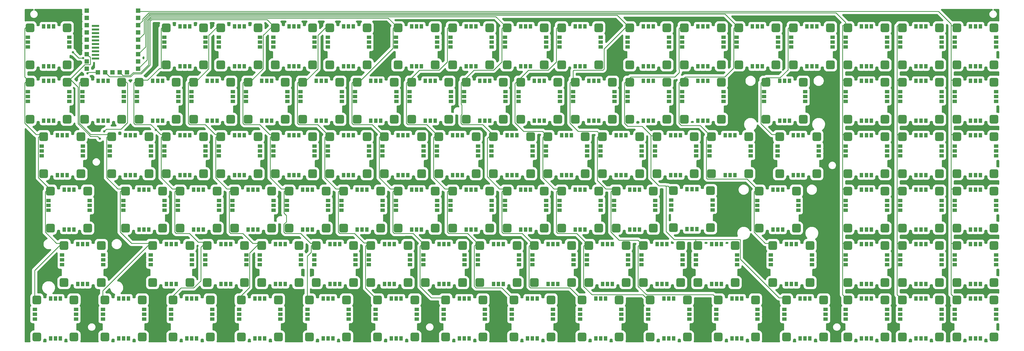
<source format=gbr>
%TF.GenerationSoftware,KiCad,Pcbnew,7.0.5*%
%TF.CreationDate,2023-06-08T14:54:28+02:00*%
%TF.ProjectId,verasity_PCB,76657261-7369-4747-995f-5043422e6b69,rev?*%
%TF.SameCoordinates,Original*%
%TF.FileFunction,Copper,L1,Top*%
%TF.FilePolarity,Positive*%
%FSLAX46Y46*%
G04 Gerber Fmt 4.6, Leading zero omitted, Abs format (unit mm)*
G04 Created by KiCad (PCBNEW 7.0.5) date 2023-06-08 14:54:28*
%MOMM*%
%LPD*%
G01*
G04 APERTURE LIST*
G04 Aperture macros list*
%AMRoundRect*
0 Rectangle with rounded corners*
0 $1 Rounding radius*
0 $2 $3 $4 $5 $6 $7 $8 $9 X,Y pos of 4 corners*
0 Add a 4 corners polygon primitive as box body*
4,1,4,$2,$3,$4,$5,$6,$7,$8,$9,$2,$3,0*
0 Add four circle primitives for the rounded corners*
1,1,$1+$1,$2,$3*
1,1,$1+$1,$4,$5*
1,1,$1+$1,$6,$7*
1,1,$1+$1,$8,$9*
0 Add four rect primitives between the rounded corners*
20,1,$1+$1,$2,$3,$4,$5,0*
20,1,$1+$1,$4,$5,$6,$7,0*
20,1,$1+$1,$6,$7,$8,$9,0*
20,1,$1+$1,$8,$9,$2,$3,0*%
G04 Aperture macros list end*
%TA.AperFunction,ComponentPad*%
%ADD10R,1.500000X1.250000*%
%TD*%
%TA.AperFunction,ComponentPad*%
%ADD11RoundRect,0.500000X1.000000X-1.000000X1.000000X1.000000X-1.000000X1.000000X-1.000000X-1.000000X0*%
%TD*%
%TA.AperFunction,ComponentPad*%
%ADD12R,1.250000X1.500000*%
%TD*%
%TA.AperFunction,ComponentPad*%
%ADD13RoundRect,0.500000X-1.000000X-1.000000X1.000000X-1.000000X1.000000X1.000000X-1.000000X1.000000X0*%
%TD*%
%TA.AperFunction,ComponentPad*%
%ADD14R,1.550000X1.550000*%
%TD*%
%TA.AperFunction,ComponentPad*%
%ADD15R,2.500000X0.700000*%
%TD*%
%TA.AperFunction,ViaPad*%
%ADD16C,0.800000*%
%TD*%
%TA.AperFunction,Conductor*%
%ADD17C,0.250000*%
%TD*%
G04 APERTURE END LIST*
D10*
%TO.P,U6,*%
%TO.N,*%
X76143485Y94999800D03*
D11*
X76843485Y88749800D03*
D12*
X83343485Y102249800D03*
X83343485Y88249800D03*
X85043485Y102249800D03*
X85043485Y88249800D03*
D11*
X89843485Y88749800D03*
D10*
X90543485Y94999800D03*
D13*
%TO.P,U6,1,COL*%
%TO.N,COL5*%
X76843485Y101749800D03*
%TO.P,U6,2,ROW*%
%TO.N,ROW1*%
X89843485Y101749800D03*
D10*
%TO.P,U6,3,COL*%
%TO.N,unconnected-(U6-COL-Pad3)*%
X90543485Y98399800D03*
%TO.P,U6,4,COL*%
%TO.N,unconnected-(U6-COL-Pad4)*%
X76143485Y98399800D03*
%TO.P,U6,5,COL*%
%TO.N,unconnected-(U6-COL-Pad5)*%
X76143485Y96699800D03*
%TO.P,U6,6,COL*%
%TO.N,unconnected-(U6-COL-Pad6)*%
X90543485Y96699800D03*
D12*
%TO.P,U6,GND*%
%TO.N,N/C*%
X81643485Y102249800D03*
%TO.P,U6,V*%
X81643485Y88249800D03*
%TD*%
D10*
%TO.P,U24,*%
%TO.N,*%
X85668485Y75949800D03*
D11*
X86368485Y69699800D03*
D12*
X92868485Y83199800D03*
X92868485Y69199800D03*
X94568485Y83199800D03*
X94568485Y69199800D03*
D11*
X99368485Y69699800D03*
D10*
X100068485Y75949800D03*
D13*
%TO.P,U24,1,COL*%
%TO.N,COL6*%
X86368485Y82699800D03*
%TO.P,U24,2,ROW*%
%TO.N,ROW2*%
X99368485Y82699800D03*
D10*
%TO.P,U24,3,COL*%
%TO.N,unconnected-(U24-COL-Pad3)*%
X100068485Y79349800D03*
%TO.P,U24,4,COL*%
%TO.N,unconnected-(U24-COL-Pad4)*%
X85668485Y79349800D03*
%TO.P,U24,5,COL*%
%TO.N,unconnected-(U24-COL-Pad5)*%
X85668485Y77649800D03*
%TO.P,U24,6,COL*%
%TO.N,unconnected-(U24-COL-Pad6)*%
X100068485Y77649800D03*
D12*
%TO.P,U24,GND*%
%TO.N,N/C*%
X91168485Y83199800D03*
%TO.P,U24,V*%
X91168485Y69199800D03*
%TD*%
D10*
%TO.P,U63,*%
%TO.N,*%
X195205985Y37849800D03*
D11*
X195905985Y31599800D03*
D12*
X202405985Y45099800D03*
X202405985Y31099800D03*
X204105985Y45099800D03*
X204105985Y31099800D03*
D11*
X208905985Y31599800D03*
D10*
X209605985Y37849800D03*
D13*
%TO.P,U63,1,COL*%
%TO.N,COL11*%
X195905985Y44599800D03*
%TO.P,U63,2,ROW*%
%TO.N,ROW4*%
X208905985Y44599800D03*
D10*
%TO.P,U63,3,COL*%
%TO.N,unconnected-(U63-COL-Pad3)*%
X209605985Y41249800D03*
%TO.P,U63,4,COL*%
%TO.N,unconnected-(U63-COL-Pad4)*%
X195205985Y41249800D03*
%TO.P,U63,5,COL*%
%TO.N,unconnected-(U63-COL-Pad5)*%
X195205985Y39549800D03*
%TO.P,U63,6,COL*%
%TO.N,unconnected-(U63-COL-Pad6)*%
X209605985Y39549800D03*
D12*
%TO.P,U63,GND*%
%TO.N,N/C*%
X200705985Y45099800D03*
%TO.P,U63,V*%
X200705985Y31099800D03*
%TD*%
D10*
%TO.P,U79,*%
%TO.N,*%
X295218485Y18799800D03*
D11*
X295918485Y12549800D03*
D12*
X302418485Y26049800D03*
X302418485Y12049800D03*
X304118485Y26049800D03*
X304118485Y12049800D03*
D11*
X308918485Y12549800D03*
D10*
X309618485Y18799800D03*
D13*
%TO.P,U79,1,COL*%
%TO.N,COL16*%
X295918485Y25549800D03*
%TO.P,U79,2,ROW*%
%TO.N,ROW5*%
X308918485Y25549800D03*
D10*
%TO.P,U79,3,COL*%
%TO.N,unconnected-(U79-COL-Pad3)*%
X309618485Y22199800D03*
%TO.P,U79,4,COL*%
%TO.N,unconnected-(U79-COL-Pad4)*%
X295218485Y22199800D03*
%TO.P,U79,5,COL*%
%TO.N,unconnected-(U79-COL-Pad5)*%
X295218485Y20499800D03*
%TO.P,U79,6,COL*%
%TO.N,unconnected-(U79-COL-Pad6)*%
X309618485Y20499800D03*
D12*
%TO.P,U79,GND*%
%TO.N,N/C*%
X300718485Y26049800D03*
%TO.P,U79,V*%
X300718485Y12049800D03*
%TD*%
D10*
%TO.P,U76,*%
%TO.N,*%
X204730985Y18799800D03*
D11*
X205430985Y12549800D03*
D12*
X211930985Y26049800D03*
X211930985Y12049800D03*
X213630985Y26049800D03*
X213630985Y12049800D03*
D11*
X218430985Y12549800D03*
D10*
X219130985Y18799800D03*
D13*
%TO.P,U76,1,COL*%
%TO.N,COL11*%
X205430985Y25549800D03*
%TO.P,U76,2,ROW*%
%TO.N,ROW5*%
X218430985Y25549800D03*
D10*
%TO.P,U76,3,COL*%
%TO.N,unconnected-(U76-COL-Pad3)*%
X219130985Y22199800D03*
%TO.P,U76,4,COL*%
%TO.N,unconnected-(U76-COL-Pad4)*%
X204730985Y22199800D03*
%TO.P,U76,5,COL*%
%TO.N,unconnected-(U76-COL-Pad5)*%
X204730985Y20499800D03*
%TO.P,U76,6,COL*%
%TO.N,unconnected-(U76-COL-Pad6)*%
X219130985Y20499800D03*
D12*
%TO.P,U76,GND*%
%TO.N,N/C*%
X210230985Y26049800D03*
%TO.P,U76,V*%
X210230985Y12049800D03*
%TD*%
D10*
%TO.P,U82,*%
%TO.N,*%
X40424735Y-250200D03*
D11*
X41124735Y-6500200D03*
D12*
X47624735Y6999800D03*
X47624735Y-7000200D03*
X49324735Y6999800D03*
X49324735Y-7000200D03*
D11*
X54124735Y-6500200D03*
D10*
X54824735Y-250200D03*
D13*
%TO.P,U82,1,COL*%
%TO.N,COL3*%
X41124735Y6499800D03*
%TO.P,U82,2,ROW*%
%TO.N,ROW6*%
X54124735Y6499800D03*
D10*
%TO.P,U82,3,COL*%
%TO.N,unconnected-(U82-COL-Pad3)*%
X54824735Y3149800D03*
%TO.P,U82,4,COL*%
%TO.N,unconnected-(U82-COL-Pad4)*%
X40424735Y3149800D03*
%TO.P,U82,5,COL*%
%TO.N,unconnected-(U82-COL-Pad5)*%
X40424735Y1449800D03*
%TO.P,U82,6,COL*%
%TO.N,unconnected-(U82-COL-Pad6)*%
X54824735Y1449800D03*
D12*
%TO.P,U82,GND*%
%TO.N,N/C*%
X45924735Y6999800D03*
%TO.P,U82,V*%
X45924735Y-7000200D03*
%TD*%
D10*
%TO.P,U44,*%
%TO.N,*%
X152343485Y56899800D03*
D11*
X153043485Y50649800D03*
D12*
X159543485Y64149800D03*
X159543485Y50149800D03*
X161243485Y64149800D03*
X161243485Y50149800D03*
D11*
X166043485Y50649800D03*
D10*
X166743485Y56899800D03*
D13*
%TO.P,U44,1,COL*%
%TO.N,COL9*%
X153043485Y63649800D03*
%TO.P,U44,2,ROW*%
%TO.N,ROW3*%
X166043485Y63649800D03*
D10*
%TO.P,U44,3,COL*%
%TO.N,unconnected-(U44-COL-Pad3)*%
X166743485Y60299800D03*
%TO.P,U44,4,COL*%
%TO.N,unconnected-(U44-COL-Pad4)*%
X152343485Y60299800D03*
%TO.P,U44,5,COL*%
%TO.N,unconnected-(U44-COL-Pad5)*%
X152343485Y58599800D03*
%TO.P,U44,6,COL*%
%TO.N,unconnected-(U44-COL-Pad6)*%
X166743485Y58599800D03*
D12*
%TO.P,U44,GND*%
%TO.N,N/C*%
X157843485Y64149800D03*
%TO.P,U44,V*%
X157843485Y50149800D03*
%TD*%
D10*
%TO.P,U90,*%
%TO.N,*%
X207112235Y-250200D03*
D11*
X207812235Y-6500200D03*
D12*
X214312235Y6999800D03*
X214312235Y-7000200D03*
X216012235Y6999800D03*
X216012235Y-7000200D03*
D11*
X220812235Y-6500200D03*
D10*
X221512235Y-250200D03*
D13*
%TO.P,U90,1,COL*%
%TO.N,COL10*%
X207812235Y6499800D03*
%TO.P,U90,2,ROW*%
%TO.N,ROW6*%
X220812235Y6499800D03*
D10*
%TO.P,U90,3,COL*%
%TO.N,unconnected-(U90-COL-Pad3)*%
X221512235Y3149800D03*
%TO.P,U90,4,COL*%
%TO.N,unconnected-(U90-COL-Pad4)*%
X207112235Y3149800D03*
%TO.P,U90,5,COL*%
%TO.N,unconnected-(U90-COL-Pad5)*%
X207112235Y1449800D03*
%TO.P,U90,6,COL*%
%TO.N,unconnected-(U90-COL-Pad6)*%
X221512235Y1449800D03*
D12*
%TO.P,U90,GND*%
%TO.N,N/C*%
X212612235Y6999800D03*
%TO.P,U90,V*%
X212612235Y-7000200D03*
%TD*%
D10*
%TO.P,U15,*%
%TO.N,*%
X257118485Y94999800D03*
D11*
X257818485Y88749800D03*
D12*
X264318485Y102249800D03*
X264318485Y88249800D03*
X266018485Y102249800D03*
X266018485Y88249800D03*
D11*
X270818485Y88749800D03*
D10*
X271518485Y94999800D03*
D13*
%TO.P,U15,1,COL*%
%TO.N,COL14*%
X257818485Y101749800D03*
%TO.P,U15,2,ROW*%
%TO.N,ROW1*%
X270818485Y101749800D03*
D10*
%TO.P,U15,3,COL*%
%TO.N,unconnected-(U15-COL-Pad3)*%
X271518485Y98399800D03*
%TO.P,U15,4,COL*%
%TO.N,unconnected-(U15-COL-Pad4)*%
X257118485Y98399800D03*
%TO.P,U15,5,COL*%
%TO.N,unconnected-(U15-COL-Pad5)*%
X257118485Y96699800D03*
%TO.P,U15,6,COL*%
%TO.N,unconnected-(U15-COL-Pad6)*%
X271518485Y96699800D03*
D12*
%TO.P,U15,GND*%
%TO.N,N/C*%
X262618485Y102249800D03*
%TO.P,U15,V*%
X262618485Y88249800D03*
%TD*%
D10*
%TO.P,U19,*%
%TO.N,*%
X-9581515Y75949800D03*
D11*
X-8881515Y69699800D03*
D12*
X-2381515Y83199800D03*
X-2381515Y69199800D03*
X-681515Y83199800D03*
X-681515Y69199800D03*
D11*
X4118485Y69699800D03*
D10*
X4818485Y75949800D03*
D13*
%TO.P,U19,1,COL*%
%TO.N,COL1*%
X-8881515Y82699800D03*
%TO.P,U19,2,ROW*%
%TO.N,ROW2*%
X4118485Y82699800D03*
D10*
%TO.P,U19,3,COL*%
%TO.N,unconnected-(U19-COL-Pad3)*%
X4818485Y79349800D03*
%TO.P,U19,4,COL*%
%TO.N,unconnected-(U19-COL-Pad4)*%
X-9581515Y79349800D03*
%TO.P,U19,5,COL*%
%TO.N,unconnected-(U19-COL-Pad5)*%
X-9581515Y77649800D03*
%TO.P,U19,6,COL*%
%TO.N,unconnected-(U19-COL-Pad6)*%
X4818485Y77649800D03*
D12*
%TO.P,U19,GND*%
%TO.N,N/C*%
X-4081515Y83199800D03*
%TO.P,U19,V*%
X-4081515Y69199800D03*
%TD*%
D10*
%TO.P,U34,*%
%TO.N,*%
X295218485Y75949800D03*
D11*
X295918485Y69699800D03*
D12*
X302418485Y83199800D03*
X302418485Y69199800D03*
X304118485Y83199800D03*
X304118485Y69199800D03*
D11*
X308918485Y69699800D03*
D10*
X309618485Y75949800D03*
D13*
%TO.P,U34,1,COL*%
%TO.N,COL16*%
X295918485Y82699800D03*
%TO.P,U34,2,ROW*%
%TO.N,ROW2*%
X308918485Y82699800D03*
D10*
%TO.P,U34,3,COL*%
%TO.N,unconnected-(U34-COL-Pad3)*%
X309618485Y79349800D03*
%TO.P,U34,4,COL*%
%TO.N,unconnected-(U34-COL-Pad4)*%
X295218485Y79349800D03*
%TO.P,U34,5,COL*%
%TO.N,unconnected-(U34-COL-Pad5)*%
X295218485Y77649800D03*
%TO.P,U34,6,COL*%
%TO.N,unconnected-(U34-COL-Pad6)*%
X309618485Y77649800D03*
D12*
%TO.P,U34,GND*%
%TO.N,N/C*%
X300718485Y83199800D03*
%TO.P,U34,V*%
X300718485Y69199800D03*
%TD*%
D10*
%TO.P,U65,*%
%TO.N,*%
X245212500Y37850000D03*
D11*
X245912500Y31600000D03*
D12*
X252412500Y45100000D03*
X252412500Y31100000D03*
X254112500Y45100000D03*
X254112500Y31100000D03*
D11*
X258912500Y31600000D03*
D10*
X259612500Y37850000D03*
D13*
%TO.P,U65,1,COL*%
%TO.N,COL13*%
X245912500Y44600000D03*
%TO.P,U65,2,ROW*%
%TO.N,ROW4*%
X258912500Y44600000D03*
D10*
%TO.P,U65,3,COL*%
%TO.N,unconnected-(U65-COL-Pad3)*%
X259612500Y41250000D03*
%TO.P,U65,4,COL*%
%TO.N,unconnected-(U65-COL-Pad4)*%
X245212500Y41250000D03*
%TO.P,U65,5,COL*%
%TO.N,unconnected-(U65-COL-Pad5)*%
X245212500Y39550000D03*
%TO.P,U65,6,COL*%
%TO.N,unconnected-(U65-COL-Pad6)*%
X259612500Y39550000D03*
D12*
%TO.P,U65,GND*%
%TO.N,N/C*%
X250712500Y45100000D03*
%TO.P,U65,V*%
X250712500Y31100000D03*
%TD*%
D10*
%TO.P,U11,*%
%TO.N,*%
X176155985Y94999800D03*
D11*
X176855985Y88749800D03*
D12*
X183355985Y102249800D03*
X183355985Y88249800D03*
X185055985Y102249800D03*
X185055985Y88249800D03*
D11*
X189855985Y88749800D03*
D10*
X190555985Y94999800D03*
D13*
%TO.P,U11,1,COL*%
%TO.N,COL10*%
X176855985Y101749800D03*
%TO.P,U11,2,ROW*%
%TO.N,ROW1*%
X189855985Y101749800D03*
D10*
%TO.P,U11,3,COL*%
%TO.N,unconnected-(U11-COL-Pad3)*%
X190555985Y98399800D03*
%TO.P,U11,4,COL*%
%TO.N,unconnected-(U11-COL-Pad4)*%
X176155985Y98399800D03*
%TO.P,U11,5,COL*%
%TO.N,unconnected-(U11-COL-Pad5)*%
X176155985Y96699800D03*
%TO.P,U11,6,COL*%
%TO.N,unconnected-(U11-COL-Pad6)*%
X190555985Y96699800D03*
D12*
%TO.P,U11,GND*%
%TO.N,N/C*%
X181655985Y102249800D03*
%TO.P,U11,V*%
X181655985Y88249800D03*
%TD*%
D10*
%TO.P,U91,*%
%TO.N,*%
X230924735Y-250200D03*
D11*
X231624735Y-6500200D03*
D12*
X238124735Y6999800D03*
X238124735Y-7000200D03*
X239824735Y6999800D03*
X239824735Y-7000200D03*
D11*
X244624735Y-6500200D03*
D10*
X245324735Y-250200D03*
D13*
%TO.P,U91,1,COL*%
%TO.N,COL11*%
X231624735Y6499800D03*
%TO.P,U91,2,ROW*%
%TO.N,ROW6*%
X244624735Y6499800D03*
D10*
%TO.P,U91,3,COL*%
%TO.N,unconnected-(U91-COL-Pad3)*%
X245324735Y3149800D03*
%TO.P,U91,4,COL*%
%TO.N,unconnected-(U91-COL-Pad4)*%
X230924735Y3149800D03*
%TO.P,U91,5,COL*%
%TO.N,unconnected-(U91-COL-Pad5)*%
X230924735Y1449800D03*
%TO.P,U91,6,COL*%
%TO.N,unconnected-(U91-COL-Pad6)*%
X245324735Y1449800D03*
D12*
%TO.P,U91,GND*%
%TO.N,N/C*%
X236424735Y6999800D03*
%TO.P,U91,V*%
X236424735Y-7000200D03*
%TD*%
D10*
%TO.P,U39,*%
%TO.N,*%
X57093485Y56899800D03*
D11*
X57793485Y50649800D03*
D12*
X64293485Y64149800D03*
X64293485Y50149800D03*
X65993485Y64149800D03*
X65993485Y50149800D03*
D11*
X70793485Y50649800D03*
D10*
X71493485Y56899800D03*
D13*
%TO.P,U39,1,COL*%
%TO.N,COL4*%
X57793485Y63649800D03*
%TO.P,U39,2,ROW*%
%TO.N,ROW3*%
X70793485Y63649800D03*
D10*
%TO.P,U39,3,COL*%
%TO.N,unconnected-(U39-COL-Pad3)*%
X71493485Y60299800D03*
%TO.P,U39,4,COL*%
%TO.N,unconnected-(U39-COL-Pad4)*%
X57093485Y60299800D03*
%TO.P,U39,5,COL*%
%TO.N,unconnected-(U39-COL-Pad5)*%
X57093485Y58599800D03*
%TO.P,U39,6,COL*%
%TO.N,unconnected-(U39-COL-Pad6)*%
X71493485Y58599800D03*
D12*
%TO.P,U39,GND*%
%TO.N,N/C*%
X62593485Y64149800D03*
%TO.P,U39,V*%
X62593485Y50149800D03*
%TD*%
D10*
%TO.P,U92,*%
%TO.N,*%
X254737235Y-250200D03*
D11*
X255437235Y-6500200D03*
D12*
X261937235Y6999800D03*
X261937235Y-7000200D03*
X263637235Y6999800D03*
X263637235Y-7000200D03*
D11*
X268437235Y-6500200D03*
D10*
X269137235Y-250200D03*
D13*
%TO.P,U92,1,COL*%
%TO.N,COL12*%
X255437235Y6499800D03*
%TO.P,U92,2,ROW*%
%TO.N,ROW6*%
X268437235Y6499800D03*
D10*
%TO.P,U92,3,COL*%
%TO.N,unconnected-(U92-COL-Pad3)*%
X269137235Y3149800D03*
%TO.P,U92,4,COL*%
%TO.N,unconnected-(U92-COL-Pad4)*%
X254737235Y3149800D03*
%TO.P,U92,5,COL*%
%TO.N,unconnected-(U92-COL-Pad5)*%
X254737235Y1449800D03*
%TO.P,U92,6,COL*%
%TO.N,unconnected-(U92-COL-Pad6)*%
X269137235Y1449800D03*
D12*
%TO.P,U92,GND*%
%TO.N,N/C*%
X260237235Y6999800D03*
%TO.P,U92,V*%
X260237235Y-7000200D03*
%TD*%
D10*
%TO.P,U22,*%
%TO.N,*%
X47568485Y75949800D03*
D11*
X48268485Y69699800D03*
D12*
X54768485Y83199800D03*
X54768485Y69199800D03*
X56468485Y83199800D03*
X56468485Y69199800D03*
D11*
X61268485Y69699800D03*
D10*
X61968485Y75949800D03*
D13*
%TO.P,U22,1,COL*%
%TO.N,COL4*%
X48268485Y82699800D03*
%TO.P,U22,2,ROW*%
%TO.N,ROW2*%
X61268485Y82699800D03*
D10*
%TO.P,U22,3,COL*%
%TO.N,unconnected-(U22-COL-Pad3)*%
X61968485Y79349800D03*
%TO.P,U22,4,COL*%
%TO.N,unconnected-(U22-COL-Pad4)*%
X47568485Y79349800D03*
%TO.P,U22,5,COL*%
%TO.N,unconnected-(U22-COL-Pad5)*%
X47568485Y77649800D03*
%TO.P,U22,6,COL*%
%TO.N,unconnected-(U22-COL-Pad6)*%
X61968485Y77649800D03*
D12*
%TO.P,U22,GND*%
%TO.N,N/C*%
X53068485Y83199800D03*
%TO.P,U22,V*%
X53068485Y69199800D03*
%TD*%
D10*
%TO.P,U55,*%
%TO.N,*%
X42805985Y37849800D03*
D11*
X43505985Y31599800D03*
D12*
X50005985Y45099800D03*
X50005985Y31099800D03*
X51705985Y45099800D03*
X51705985Y31099800D03*
D11*
X56505985Y31599800D03*
D10*
X57205985Y37849800D03*
D13*
%TO.P,U55,1,COL*%
%TO.N,COL3*%
X43505985Y44599800D03*
%TO.P,U55,2,ROW*%
%TO.N,ROW4*%
X56505985Y44599800D03*
D10*
%TO.P,U55,3,COL*%
%TO.N,unconnected-(U55-COL-Pad3)*%
X57205985Y41249800D03*
%TO.P,U55,4,COL*%
%TO.N,unconnected-(U55-COL-Pad4)*%
X42805985Y41249800D03*
%TO.P,U55,5,COL*%
%TO.N,unconnected-(U55-COL-Pad5)*%
X42805985Y39549800D03*
%TO.P,U55,6,COL*%
%TO.N,unconnected-(U55-COL-Pad6)*%
X57205985Y39549800D03*
D12*
%TO.P,U55,GND*%
%TO.N,N/C*%
X48305985Y45099800D03*
%TO.P,U55,V*%
X48305985Y31099800D03*
%TD*%
D10*
%TO.P,U7,*%
%TO.N,*%
X95193485Y94999800D03*
D11*
X95893485Y88749800D03*
D12*
X102393485Y102249800D03*
X102393485Y88249800D03*
X104093485Y102249800D03*
X104093485Y88249800D03*
D11*
X108893485Y88749800D03*
D10*
X109593485Y94999800D03*
D13*
%TO.P,U7,1,COL*%
%TO.N,COL6*%
X95893485Y101749800D03*
%TO.P,U7,2,ROW*%
%TO.N,ROW1*%
X108893485Y101749800D03*
D10*
%TO.P,U7,3,COL*%
%TO.N,unconnected-(U7-COL-Pad3)*%
X109593485Y98399800D03*
%TO.P,U7,4,COL*%
%TO.N,unconnected-(U7-COL-Pad4)*%
X95193485Y98399800D03*
%TO.P,U7,5,COL*%
%TO.N,unconnected-(U7-COL-Pad5)*%
X95193485Y96699800D03*
%TO.P,U7,6,COL*%
%TO.N,unconnected-(U7-COL-Pad6)*%
X109593485Y96699800D03*
D12*
%TO.P,U7,GND*%
%TO.N,N/C*%
X100693485Y102249800D03*
%TO.P,U7,V*%
X100693485Y88249800D03*
%TD*%
D10*
%TO.P,U31,*%
%TO.N,*%
X219018485Y75949800D03*
D11*
X219718485Y69699800D03*
D12*
X226218485Y83199800D03*
X226218485Y69199800D03*
X227918485Y83199800D03*
X227918485Y69199800D03*
D11*
X232718485Y69699800D03*
D10*
X233418485Y75949800D03*
D13*
%TO.P,U31,1,COL*%
%TO.N,COL13*%
X219718485Y82699800D03*
%TO.P,U31,2,ROW*%
%TO.N,ROW2*%
X232718485Y82699800D03*
D10*
%TO.P,U31,3,COL*%
%TO.N,unconnected-(U31-COL-Pad3)*%
X233418485Y79349800D03*
%TO.P,U31,4,COL*%
%TO.N,unconnected-(U31-COL-Pad4)*%
X219018485Y79349800D03*
%TO.P,U31,5,COL*%
%TO.N,unconnected-(U31-COL-Pad5)*%
X219018485Y77649800D03*
%TO.P,U31,6,COL*%
%TO.N,unconnected-(U31-COL-Pad6)*%
X233418485Y77649800D03*
D12*
%TO.P,U31,GND*%
%TO.N,N/C*%
X224518485Y83199800D03*
%TO.P,U31,V*%
X224518485Y69199800D03*
%TD*%
D10*
%TO.P,U12,*%
%TO.N,*%
X199968485Y94999800D03*
D11*
X200668485Y88749800D03*
D12*
X207168485Y102249800D03*
X207168485Y88249800D03*
X208868485Y102249800D03*
X208868485Y88249800D03*
D11*
X213668485Y88749800D03*
D10*
X214368485Y94999800D03*
D13*
%TO.P,U12,1,COL*%
%TO.N,COL11*%
X200668485Y101749800D03*
%TO.P,U12,2,ROW*%
%TO.N,ROW1*%
X213668485Y101749800D03*
D10*
%TO.P,U12,3,COL*%
%TO.N,unconnected-(U12-COL-Pad3)*%
X214368485Y98399800D03*
%TO.P,U12,4,COL*%
%TO.N,unconnected-(U12-COL-Pad4)*%
X199968485Y98399800D03*
%TO.P,U12,5,COL*%
%TO.N,unconnected-(U12-COL-Pad5)*%
X199968485Y96699800D03*
%TO.P,U12,6,COL*%
%TO.N,unconnected-(U12-COL-Pad6)*%
X214368485Y96699800D03*
D12*
%TO.P,U12,GND*%
%TO.N,N/C*%
X205468485Y102249800D03*
%TO.P,U12,V*%
X205468485Y88249800D03*
%TD*%
D10*
%TO.P,U33,*%
%TO.N,*%
X276168485Y75949800D03*
D11*
X276868485Y69699800D03*
D12*
X283368485Y83199800D03*
X283368485Y69199800D03*
X285068485Y83199800D03*
X285068485Y69199800D03*
D11*
X289868485Y69699800D03*
D10*
X290568485Y75949800D03*
D13*
%TO.P,U33,1,COL*%
%TO.N,COL15*%
X276868485Y82699800D03*
%TO.P,U33,2,ROW*%
%TO.N,ROW2*%
X289868485Y82699800D03*
D10*
%TO.P,U33,3,COL*%
%TO.N,unconnected-(U33-COL-Pad3)*%
X290568485Y79349800D03*
%TO.P,U33,4,COL*%
%TO.N,unconnected-(U33-COL-Pad4)*%
X276168485Y79349800D03*
%TO.P,U33,5,COL*%
%TO.N,unconnected-(U33-COL-Pad5)*%
X276168485Y77649800D03*
%TO.P,U33,6,COL*%
%TO.N,unconnected-(U33-COL-Pad6)*%
X290568485Y77649800D03*
D12*
%TO.P,U33,GND*%
%TO.N,N/C*%
X281668485Y83199800D03*
%TO.P,U33,V*%
X281668485Y69199800D03*
%TD*%
D10*
%TO.P,U86,*%
%TO.N,*%
X135674735Y-250200D03*
D11*
X136374735Y-6500200D03*
D12*
X142874735Y6999800D03*
X142874735Y-7000200D03*
X144574735Y6999800D03*
X144574735Y-7000200D03*
D11*
X149374735Y-6500200D03*
D10*
X150074735Y-250200D03*
D13*
%TO.P,U86,1,COL*%
%TO.N,COL7*%
X136374735Y6499800D03*
%TO.P,U86,2,ROW*%
%TO.N,ROW6*%
X149374735Y6499800D03*
D10*
%TO.P,U86,3,COL*%
%TO.N,unconnected-(U86-COL-Pad3)*%
X150074735Y3149800D03*
%TO.P,U86,4,COL*%
%TO.N,unconnected-(U86-COL-Pad4)*%
X135674735Y3149800D03*
%TO.P,U86,5,COL*%
%TO.N,unconnected-(U86-COL-Pad5)*%
X135674735Y1449800D03*
%TO.P,U86,6,COL*%
%TO.N,unconnected-(U86-COL-Pad6)*%
X150074735Y1449800D03*
D12*
%TO.P,U86,GND*%
%TO.N,N/C*%
X141174735Y6999800D03*
%TO.P,U86,V*%
X141174735Y-7000200D03*
%TD*%
D10*
%TO.P,U48,*%
%TO.N,*%
X228543485Y56899800D03*
D11*
X229243485Y50649800D03*
D12*
X235743485Y64149800D03*
X235743485Y50149800D03*
X237443485Y64149800D03*
X237443485Y50149800D03*
D11*
X242243485Y50649800D03*
D10*
X242943485Y56899800D03*
D13*
%TO.P,U48,1,COL*%
%TO.N,COL13*%
X229243485Y63649800D03*
%TO.P,U48,2,ROW*%
%TO.N,ROW3*%
X242243485Y63649800D03*
D10*
%TO.P,U48,3,COL*%
%TO.N,unconnected-(U48-COL-Pad3)*%
X242943485Y60299800D03*
%TO.P,U48,4,COL*%
%TO.N,unconnected-(U48-COL-Pad4)*%
X228543485Y60299800D03*
%TO.P,U48,5,COL*%
%TO.N,unconnected-(U48-COL-Pad5)*%
X228543485Y58599800D03*
%TO.P,U48,6,COL*%
%TO.N,unconnected-(U48-COL-Pad6)*%
X242943485Y58599800D03*
D12*
%TO.P,U48,GND*%
%TO.N,N/C*%
X234043485Y64149800D03*
%TO.P,U48,V*%
X234043485Y50149800D03*
%TD*%
D10*
%TO.P,U80,*%
%TO.N,*%
X-7200265Y-250200D03*
D11*
X-6500265Y-6500200D03*
D12*
X-265Y6999800D03*
X-265Y-7000200D03*
X1699735Y6999800D03*
X1699735Y-7000200D03*
D11*
X6499735Y-6500200D03*
D10*
X7199735Y-250200D03*
D13*
%TO.P,U80,1,COL*%
%TO.N,COL1*%
X-6500265Y6499800D03*
%TO.P,U80,2,ROW*%
%TO.N,ROW6*%
X6499735Y6499800D03*
D10*
%TO.P,U80,3,COL*%
%TO.N,unconnected-(U80-COL-Pad3)*%
X7199735Y3149800D03*
%TO.P,U80,4,COL*%
%TO.N,unconnected-(U80-COL-Pad4)*%
X-7200265Y3149800D03*
%TO.P,U80,5,COL*%
%TO.N,unconnected-(U80-COL-Pad5)*%
X-7200265Y1449800D03*
%TO.P,U80,6,COL*%
%TO.N,unconnected-(U80-COL-Pad6)*%
X7199735Y1449800D03*
D12*
%TO.P,U80,GND*%
%TO.N,N/C*%
X-1700265Y6999800D03*
%TO.P,U80,V*%
X-1700265Y-7000200D03*
%TD*%
D10*
%TO.P,U98,*%
%TO.N,*%
X314268485Y18799800D03*
D11*
X314968485Y12549800D03*
D12*
X321468485Y26049800D03*
X321468485Y12049800D03*
X323168485Y26049800D03*
X323168485Y12049800D03*
D11*
X327968485Y12549800D03*
D10*
X328668485Y18799800D03*
D13*
%TO.P,U98,1,COL*%
%TO.N,COL17*%
X314968485Y25549800D03*
%TO.P,U98,2,ROW*%
%TO.N,ROW5*%
X327968485Y25549800D03*
D10*
%TO.P,U98,3,COL*%
%TO.N,unconnected-(U98-COL-Pad3)*%
X328668485Y22199800D03*
%TO.P,U98,4,COL*%
%TO.N,unconnected-(U98-COL-Pad4)*%
X314268485Y22199800D03*
%TO.P,U98,5,COL*%
%TO.N,unconnected-(U98-COL-Pad5)*%
X314268485Y20499800D03*
%TO.P,U98,6,COL*%
%TO.N,unconnected-(U98-COL-Pad6)*%
X328668485Y20499800D03*
D12*
%TO.P,U98,GND*%
%TO.N,N/C*%
X319768485Y26049800D03*
%TO.P,U98,V*%
X319768485Y12049800D03*
%TD*%
D10*
%TO.P,U49,*%
%TO.N,*%
X252355985Y56899800D03*
D11*
X253055985Y50649800D03*
D12*
X259555985Y64149800D03*
X259555985Y50149800D03*
X261255985Y64149800D03*
X261255985Y50149800D03*
D11*
X266055985Y50649800D03*
D10*
X266755985Y56899800D03*
D13*
%TO.P,U49,1,COL*%
%TO.N,COL14*%
X253055985Y63649800D03*
%TO.P,U49,2,ROW*%
%TO.N,ROW3*%
X266055985Y63649800D03*
D10*
%TO.P,U49,3,COL*%
%TO.N,unconnected-(U49-COL-Pad3)*%
X266755985Y60299800D03*
%TO.P,U49,4,COL*%
%TO.N,unconnected-(U49-COL-Pad4)*%
X252355985Y60299800D03*
%TO.P,U49,5,COL*%
%TO.N,unconnected-(U49-COL-Pad5)*%
X252355985Y58599800D03*
%TO.P,U49,6,COL*%
%TO.N,unconnected-(U49-COL-Pad6)*%
X266755985Y58599800D03*
D12*
%TO.P,U49,GND*%
%TO.N,N/C*%
X257855985Y64149800D03*
%TO.P,U49,V*%
X257855985Y50149800D03*
%TD*%
D10*
%TO.P,U69,*%
%TO.N,*%
X71380985Y18799800D03*
D11*
X72080985Y12549800D03*
D12*
X78580985Y26049800D03*
X78580985Y12049800D03*
X80280985Y26049800D03*
X80280985Y12049800D03*
D11*
X85080985Y12549800D03*
D10*
X85780985Y18799800D03*
D13*
%TO.P,U69,1,COL*%
%TO.N,COL4*%
X72080985Y25549800D03*
%TO.P,U69,2,ROW*%
%TO.N,ROW5*%
X85080985Y25549800D03*
D10*
%TO.P,U69,3,COL*%
%TO.N,unconnected-(U69-COL-Pad3)*%
X85780985Y22199800D03*
%TO.P,U69,4,COL*%
%TO.N,unconnected-(U69-COL-Pad4)*%
X71380985Y22199800D03*
%TO.P,U69,5,COL*%
%TO.N,unconnected-(U69-COL-Pad5)*%
X71380985Y20499800D03*
%TO.P,U69,6,COL*%
%TO.N,unconnected-(U69-COL-Pad6)*%
X85780985Y20499800D03*
D12*
%TO.P,U69,GND*%
%TO.N,N/C*%
X76880985Y26049800D03*
%TO.P,U69,V*%
X76880985Y12049800D03*
%TD*%
D10*
%TO.P,U68,*%
%TO.N,*%
X52330985Y18799800D03*
D11*
X53030985Y12549800D03*
D12*
X59530985Y26049800D03*
X59530985Y12049800D03*
X61230985Y26049800D03*
X61230985Y12049800D03*
D11*
X66030985Y12549800D03*
D10*
X66730985Y18799800D03*
D13*
%TO.P,U68,1,COL*%
%TO.N,COL3*%
X53030985Y25549800D03*
%TO.P,U68,2,ROW*%
%TO.N,ROW5*%
X66030985Y25549800D03*
D10*
%TO.P,U68,3,COL*%
%TO.N,unconnected-(U68-COL-Pad3)*%
X66730985Y22199800D03*
%TO.P,U68,4,COL*%
%TO.N,unconnected-(U68-COL-Pad4)*%
X52330985Y22199800D03*
%TO.P,U68,5,COL*%
%TO.N,unconnected-(U68-COL-Pad5)*%
X52330985Y20499800D03*
%TO.P,U68,6,COL*%
%TO.N,unconnected-(U68-COL-Pad6)*%
X66730985Y20499800D03*
D12*
%TO.P,U68,GND*%
%TO.N,N/C*%
X57830985Y26049800D03*
%TO.P,U68,V*%
X57830985Y12049800D03*
%TD*%
D10*
%TO.P,U26,*%
%TO.N,*%
X123768485Y75949800D03*
D11*
X124468485Y69699800D03*
D12*
X130968485Y83199800D03*
X130968485Y69199800D03*
X132668485Y83199800D03*
X132668485Y69199800D03*
D11*
X137468485Y69699800D03*
D10*
X138168485Y75949800D03*
D13*
%TO.P,U26,1,COL*%
%TO.N,COL8*%
X124468485Y82699800D03*
%TO.P,U26,2,ROW*%
%TO.N,ROW2*%
X137468485Y82699800D03*
D10*
%TO.P,U26,3,COL*%
%TO.N,unconnected-(U26-COL-Pad3)*%
X138168485Y79349800D03*
%TO.P,U26,4,COL*%
%TO.N,unconnected-(U26-COL-Pad4)*%
X123768485Y79349800D03*
%TO.P,U26,5,COL*%
%TO.N,unconnected-(U26-COL-Pad5)*%
X123768485Y77649800D03*
%TO.P,U26,6,COL*%
%TO.N,unconnected-(U26-COL-Pad6)*%
X138168485Y77649800D03*
D12*
%TO.P,U26,GND*%
%TO.N,N/C*%
X129268485Y83199800D03*
%TO.P,U26,V*%
X129268485Y69199800D03*
%TD*%
D10*
%TO.P,U75,*%
%TO.N,*%
X185680985Y18799800D03*
D11*
X186380985Y12549800D03*
D12*
X192880985Y26049800D03*
X192880985Y12049800D03*
X194580985Y26049800D03*
X194580985Y12049800D03*
D11*
X199380985Y12549800D03*
D10*
X200080985Y18799800D03*
D13*
%TO.P,U75,1,COL*%
%TO.N,COL10*%
X186380985Y25549800D03*
%TO.P,U75,2,ROW*%
%TO.N,ROW5*%
X199380985Y25549800D03*
D10*
%TO.P,U75,3,COL*%
%TO.N,unconnected-(U75-COL-Pad3)*%
X200080985Y22199800D03*
%TO.P,U75,4,COL*%
%TO.N,unconnected-(U75-COL-Pad4)*%
X185680985Y22199800D03*
%TO.P,U75,5,COL*%
%TO.N,unconnected-(U75-COL-Pad5)*%
X185680985Y20499800D03*
%TO.P,U75,6,COL*%
%TO.N,unconnected-(U75-COL-Pad6)*%
X200080985Y20499800D03*
D12*
%TO.P,U75,GND*%
%TO.N,N/C*%
X191180985Y26049800D03*
%TO.P,U75,V*%
X191180985Y12049800D03*
%TD*%
D10*
%TO.P,U61,*%
%TO.N,*%
X157105985Y37849800D03*
D11*
X157805985Y31599800D03*
D12*
X164305985Y45099800D03*
X164305985Y31099800D03*
X166005985Y45099800D03*
X166005985Y31099800D03*
D11*
X170805985Y31599800D03*
D10*
X171505985Y37849800D03*
D13*
%TO.P,U61,1,COL*%
%TO.N,COL9*%
X157805985Y44599800D03*
%TO.P,U61,2,ROW*%
%TO.N,ROW4*%
X170805985Y44599800D03*
D10*
%TO.P,U61,3,COL*%
%TO.N,unconnected-(U61-COL-Pad3)*%
X171505985Y41249800D03*
%TO.P,U61,4,COL*%
%TO.N,unconnected-(U61-COL-Pad4)*%
X157105985Y41249800D03*
%TO.P,U61,5,COL*%
%TO.N,unconnected-(U61-COL-Pad5)*%
X157105985Y39549800D03*
%TO.P,U61,6,COL*%
%TO.N,unconnected-(U61-COL-Pad6)*%
X171505985Y39549800D03*
D12*
%TO.P,U61,GND*%
%TO.N,N/C*%
X162605985Y45099800D03*
%TO.P,U61,V*%
X162605985Y31099800D03*
%TD*%
D10*
%TO.P,U21,*%
%TO.N,*%
X28518485Y75949800D03*
D11*
X29218485Y69699800D03*
D12*
X35718485Y83199800D03*
X35718485Y69199800D03*
X37418485Y83199800D03*
X37418485Y69199800D03*
D11*
X42218485Y69699800D03*
D10*
X42918485Y75949800D03*
D13*
%TO.P,U21,1,COL*%
%TO.N,COL3*%
X29218485Y82699800D03*
%TO.P,U21,2,ROW*%
%TO.N,ROW2*%
X42218485Y82699800D03*
D10*
%TO.P,U21,3,COL*%
%TO.N,unconnected-(U21-COL-Pad3)*%
X42918485Y79349800D03*
%TO.P,U21,4,COL*%
%TO.N,unconnected-(U21-COL-Pad4)*%
X28518485Y79349800D03*
%TO.P,U21,5,COL*%
%TO.N,unconnected-(U21-COL-Pad5)*%
X28518485Y77649800D03*
%TO.P,U21,6,COL*%
%TO.N,unconnected-(U21-COL-Pad6)*%
X42918485Y77649800D03*
D12*
%TO.P,U21,GND*%
%TO.N,N/C*%
X34018485Y83199800D03*
%TO.P,U21,V*%
X34018485Y69199800D03*
%TD*%
D10*
%TO.P,U50,*%
%TO.N,*%
X276168485Y56899800D03*
D11*
X276868485Y50649800D03*
D12*
X283368485Y64149800D03*
X283368485Y50149800D03*
X285068485Y64149800D03*
X285068485Y50149800D03*
D11*
X289868485Y50649800D03*
D10*
X290568485Y56899800D03*
D13*
%TO.P,U50,1,COL*%
%TO.N,COL15*%
X276868485Y63649800D03*
%TO.P,U50,2,ROW*%
%TO.N,ROW3*%
X289868485Y63649800D03*
D10*
%TO.P,U50,3,COL*%
%TO.N,unconnected-(U50-COL-Pad3)*%
X290568485Y60299800D03*
%TO.P,U50,4,COL*%
%TO.N,unconnected-(U50-COL-Pad4)*%
X276168485Y60299800D03*
%TO.P,U50,5,COL*%
%TO.N,unconnected-(U50-COL-Pad5)*%
X276168485Y58599800D03*
%TO.P,U50,6,COL*%
%TO.N,unconnected-(U50-COL-Pad6)*%
X290568485Y58599800D03*
D12*
%TO.P,U50,GND*%
%TO.N,N/C*%
X281668485Y64149800D03*
%TO.P,U50,V*%
X281668485Y50149800D03*
%TD*%
D10*
%TO.P,U45,*%
%TO.N,*%
X171393485Y56899800D03*
D11*
X172093485Y50649800D03*
D12*
X178593485Y64149800D03*
X178593485Y50149800D03*
X180293485Y64149800D03*
X180293485Y50149800D03*
D11*
X185093485Y50649800D03*
D10*
X185793485Y56899800D03*
D13*
%TO.P,U45,1,COL*%
%TO.N,COL10*%
X172093485Y63649800D03*
%TO.P,U45,2,ROW*%
%TO.N,ROW3*%
X185093485Y63649800D03*
D10*
%TO.P,U45,3,COL*%
%TO.N,unconnected-(U45-COL-Pad3)*%
X185793485Y60299800D03*
%TO.P,U45,4,COL*%
%TO.N,unconnected-(U45-COL-Pad4)*%
X171393485Y60299800D03*
%TO.P,U45,5,COL*%
%TO.N,unconnected-(U45-COL-Pad5)*%
X171393485Y58599800D03*
%TO.P,U45,6,COL*%
%TO.N,unconnected-(U45-COL-Pad6)*%
X185793485Y58599800D03*
D12*
%TO.P,U45,GND*%
%TO.N,N/C*%
X176893485Y64149800D03*
%TO.P,U45,V*%
X176893485Y50149800D03*
%TD*%
D10*
%TO.P,U41,*%
%TO.N,*%
X95193485Y56899800D03*
D11*
X95893485Y50649800D03*
D12*
X102393485Y64149800D03*
X102393485Y50149800D03*
X104093485Y64149800D03*
X104093485Y50149800D03*
D11*
X108893485Y50649800D03*
D10*
X109593485Y56899800D03*
D13*
%TO.P,U41,1,COL*%
%TO.N,COL6*%
X95893485Y63649800D03*
%TO.P,U41,2,ROW*%
%TO.N,ROW3*%
X108893485Y63649800D03*
D10*
%TO.P,U41,3,COL*%
%TO.N,unconnected-(U41-COL-Pad3)*%
X109593485Y60299800D03*
%TO.P,U41,4,COL*%
%TO.N,unconnected-(U41-COL-Pad4)*%
X95193485Y60299800D03*
%TO.P,U41,5,COL*%
%TO.N,unconnected-(U41-COL-Pad5)*%
X95193485Y58599800D03*
%TO.P,U41,6,COL*%
%TO.N,unconnected-(U41-COL-Pad6)*%
X109593485Y58599800D03*
D12*
%TO.P,U41,GND*%
%TO.N,N/C*%
X100693485Y64149800D03*
%TO.P,U41,V*%
X100693485Y50149800D03*
%TD*%
D10*
%TO.P,U53,*%
%TO.N,*%
X-2437765Y37849800D03*
D11*
X-1737765Y31599800D03*
D12*
X4762235Y45099800D03*
X4762235Y31099800D03*
X6462235Y45099800D03*
X6462235Y31099800D03*
D11*
X11262235Y31599800D03*
D10*
X11962235Y37849800D03*
D13*
%TO.P,U53,1,COL*%
%TO.N,COL1*%
X-1737765Y44599800D03*
%TO.P,U53,2,ROW*%
%TO.N,ROW4*%
X11262235Y44599800D03*
D10*
%TO.P,U53,3,COL*%
%TO.N,unconnected-(U53-COL-Pad3)*%
X11962235Y41249800D03*
%TO.P,U53,4,COL*%
%TO.N,unconnected-(U53-COL-Pad4)*%
X-2437765Y41249800D03*
%TO.P,U53,5,COL*%
%TO.N,unconnected-(U53-COL-Pad5)*%
X-2437765Y39549800D03*
%TO.P,U53,6,COL*%
%TO.N,unconnected-(U53-COL-Pad6)*%
X11962235Y39549800D03*
D12*
%TO.P,U53,GND*%
%TO.N,N/C*%
X3062235Y45099800D03*
%TO.P,U53,V*%
X3062235Y31099800D03*
%TD*%
D10*
%TO.P,U27,*%
%TO.N,*%
X142818485Y75949800D03*
D11*
X143518485Y69699800D03*
D12*
X150018485Y83199800D03*
X150018485Y69199800D03*
X151718485Y83199800D03*
X151718485Y69199800D03*
D11*
X156518485Y69699800D03*
D10*
X157218485Y75949800D03*
D13*
%TO.P,U27,1,COL*%
%TO.N,COL9*%
X143518485Y82699800D03*
%TO.P,U27,2,ROW*%
%TO.N,ROW2*%
X156518485Y82699800D03*
D10*
%TO.P,U27,3,COL*%
%TO.N,unconnected-(U27-COL-Pad3)*%
X157218485Y79349800D03*
%TO.P,U27,4,COL*%
%TO.N,unconnected-(U27-COL-Pad4)*%
X142818485Y79349800D03*
%TO.P,U27,5,COL*%
%TO.N,unconnected-(U27-COL-Pad5)*%
X142818485Y77649800D03*
%TO.P,U27,6,COL*%
%TO.N,unconnected-(U27-COL-Pad6)*%
X157218485Y77649800D03*
D12*
%TO.P,U27,GND*%
%TO.N,N/C*%
X148318485Y83199800D03*
%TO.P,U27,V*%
X148318485Y69199800D03*
%TD*%
D10*
%TO.P,U23,*%
%TO.N,*%
X66618485Y75949800D03*
D11*
X67318485Y69699800D03*
D12*
X73818485Y83199800D03*
X73818485Y69199800D03*
X75518485Y83199800D03*
X75518485Y69199800D03*
D11*
X80318485Y69699800D03*
D10*
X81018485Y75949800D03*
D13*
%TO.P,U23,1,COL*%
%TO.N,COL5*%
X67318485Y82699800D03*
%TO.P,U23,2,ROW*%
%TO.N,ROW2*%
X80318485Y82699800D03*
D10*
%TO.P,U23,3,COL*%
%TO.N,unconnected-(U23-COL-Pad3)*%
X81018485Y79349800D03*
%TO.P,U23,4,COL*%
%TO.N,unconnected-(U23-COL-Pad4)*%
X66618485Y79349800D03*
%TO.P,U23,5,COL*%
%TO.N,unconnected-(U23-COL-Pad5)*%
X66618485Y77649800D03*
%TO.P,U23,6,COL*%
%TO.N,unconnected-(U23-COL-Pad6)*%
X81018485Y77649800D03*
D12*
%TO.P,U23,GND*%
%TO.N,N/C*%
X72118485Y83199800D03*
%TO.P,U23,V*%
X72118485Y69199800D03*
%TD*%
D10*
%TO.P,U35,*%
%TO.N,*%
X314268485Y75949800D03*
D11*
X314968485Y69699800D03*
D12*
X321468485Y83199800D03*
X321468485Y69199800D03*
X323168485Y83199800D03*
X323168485Y69199800D03*
D11*
X327968485Y69699800D03*
D10*
X328668485Y75949800D03*
D13*
%TO.P,U35,1,COL*%
%TO.N,COL17*%
X314968485Y82699800D03*
%TO.P,U35,2,ROW*%
%TO.N,ROW2*%
X327968485Y82699800D03*
D10*
%TO.P,U35,3,COL*%
%TO.N,unconnected-(U35-COL-Pad3)*%
X328668485Y79349800D03*
%TO.P,U35,4,COL*%
%TO.N,unconnected-(U35-COL-Pad4)*%
X314268485Y79349800D03*
%TO.P,U35,5,COL*%
%TO.N,unconnected-(U35-COL-Pad5)*%
X314268485Y77649800D03*
%TO.P,U35,6,COL*%
%TO.N,unconnected-(U35-COL-Pad6)*%
X328668485Y77649800D03*
D12*
%TO.P,U35,GND*%
%TO.N,N/C*%
X319768485Y83199800D03*
%TO.P,U35,V*%
X319768485Y69199800D03*
%TD*%
D10*
%TO.P,U87,*%
%TO.N,*%
X159487235Y-250200D03*
D11*
X160187235Y-6500200D03*
D12*
X166687235Y6999800D03*
X166687235Y-7000200D03*
X168387235Y6999800D03*
X168387235Y-7000200D03*
D11*
X173187235Y-6500200D03*
D10*
X173887235Y-250200D03*
D13*
%TO.P,U87,1,COL*%
%TO.N,COL8*%
X160187235Y6499800D03*
%TO.P,U87,2,ROW*%
%TO.N,ROW6*%
X173187235Y6499800D03*
D10*
%TO.P,U87,3,COL*%
%TO.N,unconnected-(U87-COL-Pad3)*%
X173887235Y3149800D03*
%TO.P,U87,4,COL*%
%TO.N,unconnected-(U87-COL-Pad4)*%
X159487235Y3149800D03*
%TO.P,U87,5,COL*%
%TO.N,unconnected-(U87-COL-Pad5)*%
X159487235Y1449800D03*
%TO.P,U87,6,COL*%
%TO.N,unconnected-(U87-COL-Pad6)*%
X173887235Y1449800D03*
D12*
%TO.P,U87,GND*%
%TO.N,N/C*%
X164987235Y6999800D03*
%TO.P,U87,V*%
X164987235Y-7000200D03*
%TD*%
D10*
%TO.P,U4,*%
%TO.N,*%
X38043485Y94999800D03*
D11*
X38743485Y88749800D03*
D12*
X45243485Y102249800D03*
X45243485Y88249800D03*
X46943485Y102249800D03*
X46943485Y88249800D03*
D11*
X51743485Y88749800D03*
D10*
X52443485Y94999800D03*
D13*
%TO.P,U4,1,COL*%
%TO.N,COL3*%
X38743485Y101749800D03*
%TO.P,U4,2,ROW*%
%TO.N,ROW1*%
X51743485Y101749800D03*
D10*
%TO.P,U4,3,COL*%
%TO.N,unconnected-(U4-COL-Pad3)*%
X52443485Y98399800D03*
%TO.P,U4,4,COL*%
%TO.N,unconnected-(U4-COL-Pad4)*%
X38043485Y98399800D03*
%TO.P,U4,5,COL*%
%TO.N,unconnected-(U4-COL-Pad5)*%
X38043485Y96699800D03*
%TO.P,U4,6,COL*%
%TO.N,unconnected-(U4-COL-Pad6)*%
X52443485Y96699800D03*
D12*
%TO.P,U4,GND*%
%TO.N,N/C*%
X43543485Y102249800D03*
%TO.P,U4,V*%
X43543485Y88249800D03*
%TD*%
D10*
%TO.P,U60,*%
%TO.N,*%
X138055985Y37849800D03*
D11*
X138755985Y31599800D03*
D12*
X145255985Y45099800D03*
X145255985Y31099800D03*
X146955985Y45099800D03*
X146955985Y31099800D03*
D11*
X151755985Y31599800D03*
D10*
X152455985Y37849800D03*
D13*
%TO.P,U60,1,COL*%
%TO.N,COL8*%
X138755985Y44599800D03*
%TO.P,U60,2,ROW*%
%TO.N,ROW4*%
X151755985Y44599800D03*
D10*
%TO.P,U60,3,COL*%
%TO.N,unconnected-(U60-COL-Pad3)*%
X152455985Y41249800D03*
%TO.P,U60,4,COL*%
%TO.N,unconnected-(U60-COL-Pad4)*%
X138055985Y41249800D03*
%TO.P,U60,5,COL*%
%TO.N,unconnected-(U60-COL-Pad5)*%
X138055985Y39549800D03*
%TO.P,U60,6,COL*%
%TO.N,unconnected-(U60-COL-Pad6)*%
X152455985Y39549800D03*
D12*
%TO.P,U60,GND*%
%TO.N,N/C*%
X143555985Y45099800D03*
%TO.P,U60,V*%
X143555985Y31099800D03*
%TD*%
D10*
%TO.P,U16,*%
%TO.N,*%
X276168485Y94999800D03*
D11*
X276868485Y88749800D03*
D12*
X283368485Y102249800D03*
X283368485Y88249800D03*
X285068485Y102249800D03*
X285068485Y88249800D03*
D11*
X289868485Y88749800D03*
D10*
X290568485Y94999800D03*
D13*
%TO.P,U16,1,COL*%
%TO.N,COL15*%
X276868485Y101749800D03*
%TO.P,U16,2,ROW*%
%TO.N,ROW1*%
X289868485Y101749800D03*
D10*
%TO.P,U16,3,COL*%
%TO.N,unconnected-(U16-COL-Pad3)*%
X290568485Y98399800D03*
%TO.P,U16,4,COL*%
%TO.N,unconnected-(U16-COL-Pad4)*%
X276168485Y98399800D03*
%TO.P,U16,5,COL*%
%TO.N,unconnected-(U16-COL-Pad5)*%
X276168485Y96699800D03*
%TO.P,U16,6,COL*%
%TO.N,unconnected-(U16-COL-Pad6)*%
X290568485Y96699800D03*
D12*
%TO.P,U16,GND*%
%TO.N,N/C*%
X281668485Y102249800D03*
%TO.P,U16,V*%
X281668485Y88249800D03*
%TD*%
D10*
%TO.P,U58,*%
%TO.N,*%
X99955985Y37849800D03*
D11*
X100655985Y31599800D03*
D12*
X107155985Y45099800D03*
X107155985Y31099800D03*
X108855985Y45099800D03*
X108855985Y31099800D03*
D11*
X113655985Y31599800D03*
D10*
X114355985Y37849800D03*
D13*
%TO.P,U58,1,COL*%
%TO.N,COL6*%
X100655985Y44599800D03*
%TO.P,U58,2,ROW*%
%TO.N,ROW4*%
X113655985Y44599800D03*
D10*
%TO.P,U58,3,COL*%
%TO.N,unconnected-(U58-COL-Pad3)*%
X114355985Y41249800D03*
%TO.P,U58,4,COL*%
%TO.N,unconnected-(U58-COL-Pad4)*%
X99955985Y41249800D03*
%TO.P,U58,5,COL*%
%TO.N,unconnected-(U58-COL-Pad5)*%
X99955985Y39549800D03*
%TO.P,U58,6,COL*%
%TO.N,unconnected-(U58-COL-Pad6)*%
X114355985Y39549800D03*
D12*
%TO.P,U58,GND*%
%TO.N,N/C*%
X105455985Y45099800D03*
%TO.P,U58,V*%
X105455985Y31099800D03*
%TD*%
D10*
%TO.P,U46,*%
%TO.N,*%
X190443485Y56899800D03*
D11*
X191143485Y50649800D03*
D12*
X197643485Y64149800D03*
X197643485Y50149800D03*
X199343485Y64149800D03*
X199343485Y50149800D03*
D11*
X204143485Y50649800D03*
D10*
X204843485Y56899800D03*
D13*
%TO.P,U46,1,COL*%
%TO.N,COL11*%
X191143485Y63649800D03*
%TO.P,U46,2,ROW*%
%TO.N,ROW3*%
X204143485Y63649800D03*
D10*
%TO.P,U46,3,COL*%
%TO.N,unconnected-(U46-COL-Pad3)*%
X204843485Y60299800D03*
%TO.P,U46,4,COL*%
%TO.N,unconnected-(U46-COL-Pad4)*%
X190443485Y60299800D03*
%TO.P,U46,5,COL*%
%TO.N,unconnected-(U46-COL-Pad5)*%
X190443485Y58599800D03*
%TO.P,U46,6,COL*%
%TO.N,unconnected-(U46-COL-Pad6)*%
X204843485Y58599800D03*
D12*
%TO.P,U46,GND*%
%TO.N,N/C*%
X195943485Y64149800D03*
%TO.P,U46,V*%
X195943485Y50149800D03*
%TD*%
D10*
%TO.P,U36,*%
%TO.N,*%
X-4819015Y56899800D03*
D11*
X-4119015Y50649800D03*
D12*
X2380985Y64149800D03*
X2380985Y50149800D03*
X4080985Y64149800D03*
X4080985Y50149800D03*
D11*
X8880985Y50649800D03*
D10*
X9580985Y56899800D03*
D13*
%TO.P,U36,1,COL*%
%TO.N,COL1*%
X-4119015Y63649800D03*
%TO.P,U36,2,ROW*%
%TO.N,ROW3*%
X8880985Y63649800D03*
D10*
%TO.P,U36,3,COL*%
%TO.N,unconnected-(U36-COL-Pad3)*%
X9580985Y60299800D03*
%TO.P,U36,4,COL*%
%TO.N,unconnected-(U36-COL-Pad4)*%
X-4819015Y60299800D03*
%TO.P,U36,5,COL*%
%TO.N,unconnected-(U36-COL-Pad5)*%
X-4819015Y58599800D03*
%TO.P,U36,6,COL*%
%TO.N,unconnected-(U36-COL-Pad6)*%
X9580985Y58599800D03*
D12*
%TO.P,U36,GND*%
%TO.N,N/C*%
X680985Y64149800D03*
%TO.P,U36,V*%
X680985Y50149800D03*
%TD*%
D10*
%TO.P,U94,*%
%TO.N,*%
X295218485Y-250200D03*
D11*
X295918485Y-6500200D03*
D12*
X302418485Y6999800D03*
X302418485Y-7000200D03*
X304118485Y6999800D03*
X304118485Y-7000200D03*
D11*
X308918485Y-6500200D03*
D10*
X309618485Y-250200D03*
D13*
%TO.P,U94,1,COL*%
%TO.N,COL16*%
X295918485Y6499800D03*
%TO.P,U94,2,ROW*%
%TO.N,ROW6*%
X308918485Y6499800D03*
D10*
%TO.P,U94,3,COL*%
%TO.N,unconnected-(U94-COL-Pad3)*%
X309618485Y3149800D03*
%TO.P,U94,4,COL*%
%TO.N,unconnected-(U94-COL-Pad4)*%
X295218485Y3149800D03*
%TO.P,U94,5,COL*%
%TO.N,unconnected-(U94-COL-Pad5)*%
X295218485Y1449800D03*
%TO.P,U94,6,COL*%
%TO.N,unconnected-(U94-COL-Pad6)*%
X309618485Y1449800D03*
D12*
%TO.P,U94,GND*%
%TO.N,N/C*%
X300718485Y6999800D03*
%TO.P,U94,V*%
X300718485Y-7000200D03*
%TD*%
D10*
%TO.P,U40,*%
%TO.N,*%
X76143485Y56899800D03*
D11*
X76843485Y50649800D03*
D12*
X83343485Y64149800D03*
X83343485Y50149800D03*
X85043485Y64149800D03*
X85043485Y50149800D03*
D11*
X89843485Y50649800D03*
D10*
X90543485Y56899800D03*
D13*
%TO.P,U40,1,COL*%
%TO.N,COL5*%
X76843485Y63649800D03*
%TO.P,U40,2,ROW*%
%TO.N,ROW3*%
X89843485Y63649800D03*
D10*
%TO.P,U40,3,COL*%
%TO.N,unconnected-(U40-COL-Pad3)*%
X90543485Y60299800D03*
%TO.P,U40,4,COL*%
%TO.N,unconnected-(U40-COL-Pad4)*%
X76143485Y60299800D03*
%TO.P,U40,5,COL*%
%TO.N,unconnected-(U40-COL-Pad5)*%
X76143485Y58599800D03*
%TO.P,U40,6,COL*%
%TO.N,unconnected-(U40-COL-Pad6)*%
X90543485Y58599800D03*
D12*
%TO.P,U40,GND*%
%TO.N,N/C*%
X81643485Y64149800D03*
%TO.P,U40,V*%
X81643485Y50149800D03*
%TD*%
D10*
%TO.P,U3,*%
%TO.N,*%
X276168485Y37849800D03*
D11*
X276868485Y31599800D03*
D12*
X283368485Y45099800D03*
X283368485Y31099800D03*
X285068485Y45099800D03*
X285068485Y31099800D03*
D11*
X289868485Y31599800D03*
D10*
X290568485Y37849800D03*
D13*
%TO.P,U3,1,COL*%
%TO.N,COL15*%
X276868485Y44599800D03*
%TO.P,U3,2,ROW*%
%TO.N,ROW4*%
X289868485Y44599800D03*
D10*
%TO.P,U3,3,COL*%
%TO.N,unconnected-(U3-COL-Pad3)*%
X290568485Y41249800D03*
%TO.P,U3,4,COL*%
%TO.N,unconnected-(U3-COL-Pad4)*%
X276168485Y41249800D03*
%TO.P,U3,5,COL*%
%TO.N,unconnected-(U3-COL-Pad5)*%
X276168485Y39549800D03*
%TO.P,U3,6,COL*%
%TO.N,unconnected-(U3-COL-Pad6)*%
X290568485Y39549800D03*
D12*
%TO.P,U3,GND*%
%TO.N,N/C*%
X281668485Y45099800D03*
%TO.P,U3,V*%
X281668485Y31099800D03*
%TD*%
D10*
%TO.P,U25,*%
%TO.N,*%
X104718485Y75949800D03*
D11*
X105418485Y69699800D03*
D12*
X111918485Y83199800D03*
X111918485Y69199800D03*
X113618485Y83199800D03*
X113618485Y69199800D03*
D11*
X118418485Y69699800D03*
D10*
X119118485Y75949800D03*
D13*
%TO.P,U25,1,COL*%
%TO.N,COL7*%
X105418485Y82699800D03*
%TO.P,U25,2,ROW*%
%TO.N,ROW2*%
X118418485Y82699800D03*
D10*
%TO.P,U25,3,COL*%
%TO.N,unconnected-(U25-COL-Pad3)*%
X119118485Y79349800D03*
%TO.P,U25,4,COL*%
%TO.N,unconnected-(U25-COL-Pad4)*%
X104718485Y79349800D03*
%TO.P,U25,5,COL*%
%TO.N,unconnected-(U25-COL-Pad5)*%
X104718485Y77649800D03*
%TO.P,U25,6,COL*%
%TO.N,unconnected-(U25-COL-Pad6)*%
X119118485Y77649800D03*
D12*
%TO.P,U25,GND*%
%TO.N,N/C*%
X110218485Y83199800D03*
%TO.P,U25,V*%
X110218485Y69199800D03*
%TD*%
D10*
%TO.P,U43,*%
%TO.N,*%
X133293485Y56899800D03*
D11*
X133993485Y50649800D03*
D12*
X140493485Y64149800D03*
X140493485Y50149800D03*
X142193485Y64149800D03*
X142193485Y50149800D03*
D11*
X146993485Y50649800D03*
D10*
X147693485Y56899800D03*
D13*
%TO.P,U43,1,COL*%
%TO.N,COL8*%
X133993485Y63649800D03*
%TO.P,U43,2,ROW*%
%TO.N,ROW3*%
X146993485Y63649800D03*
D10*
%TO.P,U43,3,COL*%
%TO.N,unconnected-(U43-COL-Pad3)*%
X147693485Y60299800D03*
%TO.P,U43,4,COL*%
%TO.N,unconnected-(U43-COL-Pad4)*%
X133293485Y60299800D03*
%TO.P,U43,5,COL*%
%TO.N,unconnected-(U43-COL-Pad5)*%
X133293485Y58599800D03*
%TO.P,U43,6,COL*%
%TO.N,unconnected-(U43-COL-Pad6)*%
X147693485Y58599800D03*
D12*
%TO.P,U43,GND*%
%TO.N,N/C*%
X138793485Y64149800D03*
%TO.P,U43,V*%
X138793485Y50149800D03*
%TD*%
D10*
%TO.P,U59,*%
%TO.N,*%
X119005985Y37849800D03*
D11*
X119705985Y31599800D03*
D12*
X126205985Y45099800D03*
X126205985Y31099800D03*
X127905985Y45099800D03*
X127905985Y31099800D03*
D11*
X132705985Y31599800D03*
D10*
X133405985Y37849800D03*
D13*
%TO.P,U59,1,COL*%
%TO.N,COL7*%
X119705985Y44599800D03*
%TO.P,U59,2,ROW*%
%TO.N,ROW4*%
X132705985Y44599800D03*
D10*
%TO.P,U59,3,COL*%
%TO.N,unconnected-(U59-COL-Pad3)*%
X133405985Y41249800D03*
%TO.P,U59,4,COL*%
%TO.N,unconnected-(U59-COL-Pad4)*%
X119005985Y41249800D03*
%TO.P,U59,5,COL*%
%TO.N,unconnected-(U59-COL-Pad5)*%
X119005985Y39549800D03*
%TO.P,U59,6,COL*%
%TO.N,unconnected-(U59-COL-Pad6)*%
X133405985Y39549800D03*
D12*
%TO.P,U59,GND*%
%TO.N,N/C*%
X124505985Y45099800D03*
%TO.P,U59,V*%
X124505985Y31099800D03*
%TD*%
D10*
%TO.P,U57,*%
%TO.N,*%
X80905985Y37849800D03*
D11*
X81605985Y31599800D03*
D12*
X88105985Y45099800D03*
X88105985Y31099800D03*
X89805985Y45099800D03*
X89805985Y31099800D03*
D11*
X94605985Y31599800D03*
D10*
X95305985Y37849800D03*
D13*
%TO.P,U57,1,COL*%
%TO.N,COL5*%
X81605985Y44599800D03*
%TO.P,U57,2,ROW*%
%TO.N,ROW4*%
X94605985Y44599800D03*
D10*
%TO.P,U57,3,COL*%
%TO.N,unconnected-(U57-COL-Pad3)*%
X95305985Y41249800D03*
%TO.P,U57,4,COL*%
%TO.N,unconnected-(U57-COL-Pad4)*%
X80905985Y41249800D03*
%TO.P,U57,5,COL*%
%TO.N,unconnected-(U57-COL-Pad5)*%
X80905985Y39549800D03*
%TO.P,U57,6,COL*%
%TO.N,unconnected-(U57-COL-Pad6)*%
X95305985Y39549800D03*
D12*
%TO.P,U57,GND*%
%TO.N,N/C*%
X86405985Y45099800D03*
%TO.P,U57,V*%
X86405985Y31099800D03*
%TD*%
D10*
%TO.P,U17,*%
%TO.N,*%
X295218485Y94999800D03*
D11*
X295918485Y88749800D03*
D12*
X302418485Y102249800D03*
X302418485Y88249800D03*
X304118485Y102249800D03*
X304118485Y88249800D03*
D11*
X308918485Y88749800D03*
D10*
X309618485Y94999800D03*
D13*
%TO.P,U17,1,COL*%
%TO.N,COL16*%
X295918485Y101749800D03*
%TO.P,U17,2,ROW*%
%TO.N,ROW1*%
X308918485Y101749800D03*
D10*
%TO.P,U17,3,COL*%
%TO.N,unconnected-(U17-COL-Pad3)*%
X309618485Y98399800D03*
%TO.P,U17,4,COL*%
%TO.N,unconnected-(U17-COL-Pad4)*%
X295218485Y98399800D03*
%TO.P,U17,5,COL*%
%TO.N,unconnected-(U17-COL-Pad5)*%
X295218485Y96699800D03*
%TO.P,U17,6,COL*%
%TO.N,unconnected-(U17-COL-Pad6)*%
X309618485Y96699800D03*
D12*
%TO.P,U17,GND*%
%TO.N,N/C*%
X300718485Y102249800D03*
%TO.P,U17,V*%
X300718485Y88249800D03*
%TD*%
D10*
%TO.P,U83,*%
%TO.N,*%
X64237235Y-250200D03*
D11*
X64937235Y-6500200D03*
D12*
X71437235Y6999800D03*
X71437235Y-7000200D03*
X73137235Y6999800D03*
X73137235Y-7000200D03*
D11*
X77937235Y-6500200D03*
D10*
X78637235Y-250200D03*
D13*
%TO.P,U83,1,COL*%
%TO.N,COL4*%
X64937235Y6499800D03*
%TO.P,U83,2,ROW*%
%TO.N,ROW6*%
X77937235Y6499800D03*
D10*
%TO.P,U83,3,COL*%
%TO.N,unconnected-(U83-COL-Pad3)*%
X78637235Y3149800D03*
%TO.P,U83,4,COL*%
%TO.N,unconnected-(U83-COL-Pad4)*%
X64237235Y3149800D03*
%TO.P,U83,5,COL*%
%TO.N,unconnected-(U83-COL-Pad5)*%
X64237235Y1449800D03*
%TO.P,U83,6,COL*%
%TO.N,unconnected-(U83-COL-Pad6)*%
X78637235Y1449800D03*
D12*
%TO.P,U83,GND*%
%TO.N,N/C*%
X69737235Y6999800D03*
%TO.P,U83,V*%
X69737235Y-7000200D03*
%TD*%
D10*
%TO.P,U56,*%
%TO.N,*%
X61855985Y37849800D03*
D11*
X62555985Y31599800D03*
D12*
X69055985Y45099800D03*
X69055985Y31099800D03*
X70755985Y45099800D03*
X70755985Y31099800D03*
D11*
X75555985Y31599800D03*
D10*
X76255985Y37849800D03*
D13*
%TO.P,U56,1,COL*%
%TO.N,COL4*%
X62555985Y44599800D03*
%TO.P,U56,2,ROW*%
%TO.N,ROW4*%
X75555985Y44599800D03*
D10*
%TO.P,U56,3,COL*%
%TO.N,unconnected-(U56-COL-Pad3)*%
X76255985Y41249800D03*
%TO.P,U56,4,COL*%
%TO.N,unconnected-(U56-COL-Pad4)*%
X61855985Y41249800D03*
%TO.P,U56,5,COL*%
%TO.N,unconnected-(U56-COL-Pad5)*%
X61855985Y39549800D03*
%TO.P,U56,6,COL*%
%TO.N,unconnected-(U56-COL-Pad6)*%
X76255985Y39549800D03*
D12*
%TO.P,U56,GND*%
%TO.N,N/C*%
X67355985Y45099800D03*
%TO.P,U56,V*%
X67355985Y31099800D03*
%TD*%
D10*
%TO.P,U20,*%
%TO.N,*%
X9468485Y75949800D03*
D11*
X10168485Y69699800D03*
D12*
X16668485Y83199800D03*
X16668485Y69199800D03*
X18368485Y83199800D03*
X18368485Y69199800D03*
D11*
X23168485Y69699800D03*
D10*
X23868485Y75949800D03*
D13*
%TO.P,U20,1,COL*%
%TO.N,COL2*%
X10168485Y82699800D03*
%TO.P,U20,2,ROW*%
%TO.N,ROW2*%
X23168485Y82699800D03*
D10*
%TO.P,U20,3,COL*%
%TO.N,unconnected-(U20-COL-Pad3)*%
X23868485Y79349800D03*
%TO.P,U20,4,COL*%
%TO.N,unconnected-(U20-COL-Pad4)*%
X9468485Y79349800D03*
%TO.P,U20,5,COL*%
%TO.N,unconnected-(U20-COL-Pad5)*%
X9468485Y77649800D03*
%TO.P,U20,6,COL*%
%TO.N,unconnected-(U20-COL-Pad6)*%
X23868485Y77649800D03*
D12*
%TO.P,U20,GND*%
%TO.N,N/C*%
X14968485Y83199800D03*
%TO.P,U20,V*%
X14968485Y69199800D03*
%TD*%
D10*
%TO.P,U89,*%
%TO.N,*%
X183299735Y-250200D03*
D11*
X183999735Y-6500200D03*
D12*
X190499735Y6999800D03*
X190499735Y-7000200D03*
X192199735Y6999800D03*
X192199735Y-7000200D03*
D11*
X196999735Y-6500200D03*
D10*
X197699735Y-250200D03*
D13*
%TO.P,U89,1,COL*%
%TO.N,COL9*%
X183999735Y6499800D03*
%TO.P,U89,2,ROW*%
%TO.N,ROW6*%
X196999735Y6499800D03*
D10*
%TO.P,U89,3,COL*%
%TO.N,unconnected-(U89-COL-Pad3)*%
X197699735Y3149800D03*
%TO.P,U89,4,COL*%
%TO.N,unconnected-(U89-COL-Pad4)*%
X183299735Y3149800D03*
%TO.P,U89,5,COL*%
%TO.N,unconnected-(U89-COL-Pad5)*%
X183299735Y1449800D03*
%TO.P,U89,6,COL*%
%TO.N,unconnected-(U89-COL-Pad6)*%
X197699735Y1449800D03*
D12*
%TO.P,U89,GND*%
%TO.N,N/C*%
X188799735Y6999800D03*
%TO.P,U89,V*%
X188799735Y-7000200D03*
%TD*%
D10*
%TO.P,U30,*%
%TO.N,*%
X199968485Y75949800D03*
D11*
X200668485Y69699800D03*
D12*
X207168485Y83199800D03*
X207168485Y69199800D03*
X208868485Y83199800D03*
X208868485Y69199800D03*
D11*
X213668485Y69699800D03*
D10*
X214368485Y75949800D03*
D13*
%TO.P,U30,1,COL*%
%TO.N,COL12*%
X200668485Y82699800D03*
%TO.P,U30,2,ROW*%
%TO.N,ROW2*%
X213668485Y82699800D03*
D10*
%TO.P,U30,3,COL*%
%TO.N,unconnected-(U30-COL-Pad3)*%
X214368485Y79349800D03*
%TO.P,U30,4,COL*%
%TO.N,unconnected-(U30-COL-Pad4)*%
X199968485Y79349800D03*
%TO.P,U30,5,COL*%
%TO.N,unconnected-(U30-COL-Pad5)*%
X199968485Y77649800D03*
%TO.P,U30,6,COL*%
%TO.N,unconnected-(U30-COL-Pad6)*%
X214368485Y77649800D03*
D12*
%TO.P,U30,GND*%
%TO.N,N/C*%
X205468485Y83199800D03*
%TO.P,U30,V*%
X205468485Y69199800D03*
%TD*%
D10*
%TO.P,U66,*%
%TO.N,*%
X2325000Y18800000D03*
D11*
X3025000Y12550000D03*
D12*
X9525000Y26050000D03*
X9525000Y12050000D03*
X11225000Y26050000D03*
X11225000Y12050000D03*
D11*
X16025000Y12550000D03*
D10*
X16725000Y18800000D03*
D13*
%TO.P,U66,1,COL*%
%TO.N,COL1*%
X3025000Y25550000D03*
%TO.P,U66,2,ROW*%
%TO.N,ROW5*%
X16025000Y25550000D03*
D10*
%TO.P,U66,3,COL*%
%TO.N,unconnected-(U66-COL-Pad3)*%
X16725000Y22200000D03*
%TO.P,U66,4,COL*%
%TO.N,unconnected-(U66-COL-Pad4)*%
X2325000Y22200000D03*
%TO.P,U66,5,COL*%
%TO.N,unconnected-(U66-COL-Pad5)*%
X2325000Y20500000D03*
%TO.P,U66,6,COL*%
%TO.N,unconnected-(U66-COL-Pad6)*%
X16725000Y20500000D03*
D12*
%TO.P,U66,GND*%
%TO.N,N/C*%
X7825000Y26050000D03*
%TO.P,U66,V*%
X7825000Y12050000D03*
%TD*%
D10*
%TO.P,U85,*%
%TO.N,*%
X111862235Y-250200D03*
D11*
X112562235Y-6500200D03*
D12*
X119062235Y6999800D03*
X119062235Y-7000200D03*
X120762235Y6999800D03*
X120762235Y-7000200D03*
D11*
X125562235Y-6500200D03*
D10*
X126262235Y-250200D03*
D13*
%TO.P,U85,1,COL*%
%TO.N,COL6*%
X112562235Y6499800D03*
%TO.P,U85,2,ROW*%
%TO.N,ROW6*%
X125562235Y6499800D03*
D10*
%TO.P,U85,3,COL*%
%TO.N,unconnected-(U85-COL-Pad3)*%
X126262235Y3149800D03*
%TO.P,U85,4,COL*%
%TO.N,unconnected-(U85-COL-Pad4)*%
X111862235Y3149800D03*
%TO.P,U85,5,COL*%
%TO.N,unconnected-(U85-COL-Pad5)*%
X111862235Y1449800D03*
%TO.P,U85,6,COL*%
%TO.N,unconnected-(U85-COL-Pad6)*%
X126262235Y1449800D03*
D12*
%TO.P,U85,GND*%
%TO.N,N/C*%
X117362235Y6999800D03*
%TO.P,U85,V*%
X117362235Y-7000200D03*
%TD*%
D10*
%TO.P,U32,*%
%TO.N,*%
X247593750Y75950000D03*
D11*
X248293750Y69700000D03*
D12*
X254793750Y83200000D03*
X254793750Y69200000D03*
X256493750Y83200000D03*
X256493750Y69200000D03*
D11*
X261293750Y69700000D03*
D10*
X261993750Y75950000D03*
D13*
%TO.P,U32,1,COL*%
%TO.N,COL14*%
X248293750Y82700000D03*
%TO.P,U32,2,ROW*%
%TO.N,ROW2*%
X261293750Y82700000D03*
D10*
%TO.P,U32,3,COL*%
%TO.N,unconnected-(U32-COL-Pad3)*%
X261993750Y79350000D03*
%TO.P,U32,4,COL*%
%TO.N,unconnected-(U32-COL-Pad4)*%
X247593750Y79350000D03*
%TO.P,U32,5,COL*%
%TO.N,unconnected-(U32-COL-Pad5)*%
X247593750Y77650000D03*
%TO.P,U32,6,COL*%
%TO.N,unconnected-(U32-COL-Pad6)*%
X261993750Y77650000D03*
D12*
%TO.P,U32,GND*%
%TO.N,N/C*%
X253093750Y83200000D03*
%TO.P,U32,V*%
X253093750Y69200000D03*
%TD*%
D10*
%TO.P,U67,*%
%TO.N,*%
X33280985Y18799800D03*
D11*
X33980985Y12549800D03*
D12*
X40480985Y26049800D03*
X40480985Y12049800D03*
X42180985Y26049800D03*
X42180985Y12049800D03*
D11*
X46980985Y12549800D03*
D10*
X47680985Y18799800D03*
D13*
%TO.P,U67,1,COL*%
%TO.N,COL2*%
X33980985Y25549800D03*
%TO.P,U67,2,ROW*%
%TO.N,ROW5*%
X46980985Y25549800D03*
D10*
%TO.P,U67,3,COL*%
%TO.N,unconnected-(U67-COL-Pad3)*%
X47680985Y22199800D03*
%TO.P,U67,4,COL*%
%TO.N,unconnected-(U67-COL-Pad4)*%
X33280985Y22199800D03*
%TO.P,U67,5,COL*%
%TO.N,unconnected-(U67-COL-Pad5)*%
X33280985Y20499800D03*
%TO.P,U67,6,COL*%
%TO.N,unconnected-(U67-COL-Pad6)*%
X47680985Y20499800D03*
D12*
%TO.P,U67,GND*%
%TO.N,N/C*%
X38780985Y26049800D03*
%TO.P,U67,V*%
X38780985Y12049800D03*
%TD*%
D10*
%TO.P,U18,*%
%TO.N,*%
X314268485Y94999800D03*
D11*
X314968485Y88749800D03*
D12*
X321468485Y102249800D03*
X321468485Y88249800D03*
X323168485Y102249800D03*
X323168485Y88249800D03*
D11*
X327968485Y88749800D03*
D10*
X328668485Y94999800D03*
D13*
%TO.P,U18,1,COL*%
%TO.N,COL17*%
X314968485Y101749800D03*
%TO.P,U18,2,ROW*%
%TO.N,ROW1*%
X327968485Y101749800D03*
D10*
%TO.P,U18,3,COL*%
%TO.N,unconnected-(U18-COL-Pad3)*%
X328668485Y98399800D03*
%TO.P,U18,4,COL*%
%TO.N,unconnected-(U18-COL-Pad4)*%
X314268485Y98399800D03*
%TO.P,U18,5,COL*%
%TO.N,unconnected-(U18-COL-Pad5)*%
X314268485Y96699800D03*
%TO.P,U18,6,COL*%
%TO.N,unconnected-(U18-COL-Pad6)*%
X328668485Y96699800D03*
D12*
%TO.P,U18,GND*%
%TO.N,N/C*%
X319768485Y102249800D03*
%TO.P,U18,V*%
X319768485Y88249800D03*
%TD*%
D10*
%TO.P,U84,*%
%TO.N,*%
X88049735Y-250200D03*
D11*
X88749735Y-6500200D03*
D12*
X95249735Y6999800D03*
X95249735Y-7000200D03*
X96949735Y6999800D03*
X96949735Y-7000200D03*
D11*
X101749735Y-6500200D03*
D10*
X102449735Y-250200D03*
D13*
%TO.P,U84,1,COL*%
%TO.N,COL5*%
X88749735Y6499800D03*
%TO.P,U84,2,ROW*%
%TO.N,ROW6*%
X101749735Y6499800D03*
D10*
%TO.P,U84,3,COL*%
%TO.N,unconnected-(U84-COL-Pad3)*%
X102449735Y3149800D03*
%TO.P,U84,4,COL*%
%TO.N,unconnected-(U84-COL-Pad4)*%
X88049735Y3149800D03*
%TO.P,U84,5,COL*%
%TO.N,unconnected-(U84-COL-Pad5)*%
X88049735Y1449800D03*
%TO.P,U84,6,COL*%
%TO.N,unconnected-(U84-COL-Pad6)*%
X102449735Y1449800D03*
D12*
%TO.P,U84,GND*%
%TO.N,N/C*%
X93549735Y6999800D03*
%TO.P,U84,V*%
X93549735Y-7000200D03*
%TD*%
D10*
%TO.P,U14,*%
%TO.N,*%
X238068485Y94999800D03*
D11*
X238768485Y88749800D03*
D12*
X245268485Y102249800D03*
X245268485Y88249800D03*
X246968485Y102249800D03*
X246968485Y88249800D03*
D11*
X251768485Y88749800D03*
D10*
X252468485Y94999800D03*
D13*
%TO.P,U14,1,COL*%
%TO.N,COL13*%
X238768485Y101749800D03*
%TO.P,U14,2,ROW*%
%TO.N,ROW1*%
X251768485Y101749800D03*
D10*
%TO.P,U14,3,COL*%
%TO.N,unconnected-(U14-COL-Pad3)*%
X252468485Y98399800D03*
%TO.P,U14,4,COL*%
%TO.N,unconnected-(U14-COL-Pad4)*%
X238068485Y98399800D03*
%TO.P,U14,5,COL*%
%TO.N,unconnected-(U14-COL-Pad5)*%
X238068485Y96699800D03*
%TO.P,U14,6,COL*%
%TO.N,unconnected-(U14-COL-Pad6)*%
X252468485Y96699800D03*
D12*
%TO.P,U14,GND*%
%TO.N,N/C*%
X243568485Y102249800D03*
%TO.P,U14,V*%
X243568485Y88249800D03*
%TD*%
D10*
%TO.P,U81,*%
%TO.N,*%
X16612235Y-250200D03*
D11*
X17312235Y-6500200D03*
D12*
X23812235Y6999800D03*
X23812235Y-7000200D03*
X25512235Y6999800D03*
X25512235Y-7000200D03*
D11*
X30312235Y-6500200D03*
D10*
X31012235Y-250200D03*
D13*
%TO.P,U81,1,COL*%
%TO.N,COL2*%
X17312235Y6499800D03*
%TO.P,U81,2,ROW*%
%TO.N,ROW6*%
X30312235Y6499800D03*
D10*
%TO.P,U81,3,COL*%
%TO.N,unconnected-(U81-COL-Pad3)*%
X31012235Y3149800D03*
%TO.P,U81,4,COL*%
%TO.N,unconnected-(U81-COL-Pad4)*%
X16612235Y3149800D03*
%TO.P,U81,5,COL*%
%TO.N,unconnected-(U81-COL-Pad5)*%
X16612235Y1449800D03*
%TO.P,U81,6,COL*%
%TO.N,unconnected-(U81-COL-Pad6)*%
X31012235Y1449800D03*
D12*
%TO.P,U81,GND*%
%TO.N,N/C*%
X22112235Y6999800D03*
%TO.P,U81,V*%
X22112235Y-7000200D03*
%TD*%
D10*
%TO.P,U74,*%
%TO.N,*%
X166630985Y18799800D03*
D11*
X167330985Y12549800D03*
D12*
X173830985Y26049800D03*
X173830985Y12049800D03*
X175530985Y26049800D03*
X175530985Y12049800D03*
D11*
X180330985Y12549800D03*
D10*
X181030985Y18799800D03*
D13*
%TO.P,U74,1,COL*%
%TO.N,COL9*%
X167330985Y25549800D03*
%TO.P,U74,2,ROW*%
%TO.N,ROW5*%
X180330985Y25549800D03*
D10*
%TO.P,U74,3,COL*%
%TO.N,unconnected-(U74-COL-Pad3)*%
X181030985Y22199800D03*
%TO.P,U74,4,COL*%
%TO.N,unconnected-(U74-COL-Pad4)*%
X166630985Y22199800D03*
%TO.P,U74,5,COL*%
%TO.N,unconnected-(U74-COL-Pad5)*%
X166630985Y20499800D03*
%TO.P,U74,6,COL*%
%TO.N,unconnected-(U74-COL-Pad6)*%
X181030985Y20499800D03*
D12*
%TO.P,U74,GND*%
%TO.N,N/C*%
X172130985Y26049800D03*
%TO.P,U74,V*%
X172130985Y12049800D03*
%TD*%
D10*
%TO.P,U88,*%
%TO.N,*%
X295218485Y37849800D03*
D11*
X295918485Y31599800D03*
D12*
X302418485Y45099800D03*
X302418485Y31099800D03*
X304118485Y45099800D03*
X304118485Y31099800D03*
D11*
X308918485Y31599800D03*
D10*
X309618485Y37849800D03*
D13*
%TO.P,U88,1,COL*%
%TO.N,COL16*%
X295918485Y44599800D03*
%TO.P,U88,2,ROW*%
%TO.N,ROW4*%
X308918485Y44599800D03*
D10*
%TO.P,U88,3,COL*%
%TO.N,unconnected-(U88-COL-Pad3)*%
X309618485Y41249800D03*
%TO.P,U88,4,COL*%
%TO.N,unconnected-(U88-COL-Pad4)*%
X295218485Y41249800D03*
%TO.P,U88,5,COL*%
%TO.N,unconnected-(U88-COL-Pad5)*%
X295218485Y39549800D03*
%TO.P,U88,6,COL*%
%TO.N,unconnected-(U88-COL-Pad6)*%
X309618485Y39549800D03*
D12*
%TO.P,U88,GND*%
%TO.N,N/C*%
X300718485Y45099800D03*
%TO.P,U88,V*%
X300718485Y31099800D03*
%TD*%
D10*
%TO.P,U51,*%
%TO.N,*%
X295218485Y56899800D03*
D11*
X295918485Y50649800D03*
D12*
X302418485Y64149800D03*
X302418485Y50149800D03*
X304118485Y64149800D03*
X304118485Y50149800D03*
D11*
X308918485Y50649800D03*
D10*
X309618485Y56899800D03*
D13*
%TO.P,U51,1,COL*%
%TO.N,COL16*%
X295918485Y63649800D03*
%TO.P,U51,2,ROW*%
%TO.N,ROW3*%
X308918485Y63649800D03*
D10*
%TO.P,U51,3,COL*%
%TO.N,unconnected-(U51-COL-Pad3)*%
X309618485Y60299800D03*
%TO.P,U51,4,COL*%
%TO.N,unconnected-(U51-COL-Pad4)*%
X295218485Y60299800D03*
%TO.P,U51,5,COL*%
%TO.N,unconnected-(U51-COL-Pad5)*%
X295218485Y58599800D03*
%TO.P,U51,6,COL*%
%TO.N,unconnected-(U51-COL-Pad6)*%
X309618485Y58599800D03*
D12*
%TO.P,U51,GND*%
%TO.N,N/C*%
X300718485Y64149800D03*
%TO.P,U51,V*%
X300718485Y50149800D03*
%TD*%
D14*
%TO.P,U99,2,GPIO0*%
%TO.N,COL17*%
X28939000Y107751000D03*
%TO.P,U99,3,GPIO1*%
%TO.N,COL16*%
X28939000Y105211000D03*
%TO.P,U99,3V3*%
%TO.N,N/C*%
X10939000Y102671000D03*
%TO.P,U99,4,GPIO2*%
%TO.N,COL15*%
X28939000Y102671000D03*
%TO.P,U99,5,GPIO3*%
%TO.N,COL14*%
X28939000Y100131000D03*
%TO.P,U99,5V*%
%TO.N,N/C*%
X10939000Y107751000D03*
%TO.P,U99,6,GPIO4*%
%TO.N,COL13*%
X28939000Y97591000D03*
%TO.P,U99,7,GPIO5*%
%TO.N,COL12*%
X28939000Y95051000D03*
%TO.P,U99,8,GPIO6*%
%TO.N,COL11*%
X28939000Y92511000D03*
%TO.P,U99,9,GPIO7*%
%TO.N,COL10*%
X28939000Y89971000D03*
%TO.P,U99,11,GPIO8*%
%TO.N,COL9*%
X28939000Y87431000D03*
%TO.P,U99,12,GPIO9*%
%TO.N,COL8*%
X25019000Y86141000D03*
%TO.P,U99,13,GPIO10*%
%TO.N,COL7*%
X22479000Y86141000D03*
%TO.P,U99,14,GPIO11*%
%TO.N,COL6*%
X19939000Y86141000D03*
%TO.P,U99,15,GPIO12*%
%TO.N,COL5*%
X17399000Y86141000D03*
%TO.P,U99,16,GPIO13*%
%TO.N,COL4*%
X14859000Y86141000D03*
%TO.P,U99,17,GPIO14*%
%TO.N,COL3*%
X10939000Y87431000D03*
%TO.P,U99,18,GPIO15*%
%TO.N,COL2*%
X10939000Y89971000D03*
D15*
%TO.P,U99,28,GPIO17*%
%TO.N,unconnected-(U99-GPIO17-Pad28)*%
X13959000Y90936000D03*
%TO.P,U99,29,GPIO18*%
%TO.N,unconnected-(U99-GPIO18-Pad29)*%
X13959000Y92206000D03*
%TO.P,U99,30,GPIO19*%
%TO.N,unconnected-(U99-GPIO19-Pad30)*%
X13959000Y93476000D03*
%TO.P,U99,31,GPIO20*%
%TO.N,unconnected-(U99-GPIO20-Pad31)*%
X13959000Y94746000D03*
%TO.P,U99,32,GPIO21*%
%TO.N,unconnected-(U99-GPIO21-Pad32)*%
X13959000Y96016000D03*
%TO.P,U99,34,GPIO22*%
%TO.N,unconnected-(U99-GPIO22-Pad34)*%
X13959000Y97286000D03*
%TO.P,U99,35,GPIO23*%
%TO.N,ROW5*%
X13959000Y98556000D03*
%TO.P,U99,36,GPIO24*%
%TO.N,ROW1*%
X13959000Y99826000D03*
%TO.P,U99,37,GPIO25*%
%TO.N,COL1*%
X13959000Y101096000D03*
D14*
%TO.P,U99,38,GPIO26_ADC0*%
%TO.N,ROW2*%
X10939000Y92511000D03*
%TO.P,U99,39,GPIO27_ADC1*%
%TO.N,ROW3*%
X10939000Y95051000D03*
%TO.P,U99,40,GPIO28_ADC2*%
%TO.N,ROW4*%
X10939000Y97591000D03*
%TO.P,U99,41,GPIO29_ADC3*%
%TO.N,ROW6*%
X10939000Y100131000D03*
%TO.P,U99,GND*%
%TO.N,N/C*%
X10939000Y105211000D03*
D15*
X13959000Y102366000D03*
%TD*%
D10*
%TO.P,U13,*%
%TO.N,*%
X219018485Y94999800D03*
D11*
X219718485Y88749800D03*
D12*
X226218485Y102249800D03*
X226218485Y88249800D03*
X227918485Y102249800D03*
X227918485Y88249800D03*
D11*
X232718485Y88749800D03*
D10*
X233418485Y94999800D03*
D13*
%TO.P,U13,1,COL*%
%TO.N,COL12*%
X219718485Y101749800D03*
%TO.P,U13,2,ROW*%
%TO.N,ROW1*%
X232718485Y101749800D03*
D10*
%TO.P,U13,3,COL*%
%TO.N,unconnected-(U13-COL-Pad3)*%
X233418485Y98399800D03*
%TO.P,U13,4,COL*%
%TO.N,unconnected-(U13-COL-Pad4)*%
X219018485Y98399800D03*
%TO.P,U13,5,COL*%
%TO.N,unconnected-(U13-COL-Pad5)*%
X219018485Y96699800D03*
%TO.P,U13,6,COL*%
%TO.N,unconnected-(U13-COL-Pad6)*%
X233418485Y96699800D03*
D12*
%TO.P,U13,GND*%
%TO.N,N/C*%
X224518485Y102249800D03*
%TO.P,U13,V*%
X224518485Y88249800D03*
%TD*%
D10*
%TO.P,U28,*%
%TO.N,*%
X161868485Y75949800D03*
D11*
X162568485Y69699800D03*
D12*
X169068485Y83199800D03*
X169068485Y69199800D03*
X170768485Y83199800D03*
X170768485Y69199800D03*
D11*
X175568485Y69699800D03*
D10*
X176268485Y75949800D03*
D13*
%TO.P,U28,1,COL*%
%TO.N,COL10*%
X162568485Y82699800D03*
%TO.P,U28,2,ROW*%
%TO.N,ROW2*%
X175568485Y82699800D03*
D10*
%TO.P,U28,3,COL*%
%TO.N,unconnected-(U28-COL-Pad3)*%
X176268485Y79349800D03*
%TO.P,U28,4,COL*%
%TO.N,unconnected-(U28-COL-Pad4)*%
X161868485Y79349800D03*
%TO.P,U28,5,COL*%
%TO.N,unconnected-(U28-COL-Pad5)*%
X161868485Y77649800D03*
%TO.P,U28,6,COL*%
%TO.N,unconnected-(U28-COL-Pad6)*%
X176268485Y77649800D03*
D12*
%TO.P,U28,GND*%
%TO.N,N/C*%
X167368485Y83199800D03*
%TO.P,U28,V*%
X167368485Y69199800D03*
%TD*%
D10*
%TO.P,U10,*%
%TO.N,*%
X157105985Y94999800D03*
D11*
X157805985Y88749800D03*
D12*
X164305985Y102249800D03*
X164305985Y88249800D03*
X166005985Y102249800D03*
X166005985Y88249800D03*
D11*
X170805985Y88749800D03*
D10*
X171505985Y94999800D03*
D13*
%TO.P,U10,1,COL*%
%TO.N,COL9*%
X157805985Y101749800D03*
%TO.P,U10,2,ROW*%
%TO.N,ROW1*%
X170805985Y101749800D03*
D10*
%TO.P,U10,3,COL*%
%TO.N,unconnected-(U10-COL-Pad3)*%
X171505985Y98399800D03*
%TO.P,U10,4,COL*%
%TO.N,unconnected-(U10-COL-Pad4)*%
X157105985Y98399800D03*
%TO.P,U10,5,COL*%
%TO.N,unconnected-(U10-COL-Pad5)*%
X157105985Y96699800D03*
%TO.P,U10,6,COL*%
%TO.N,unconnected-(U10-COL-Pad6)*%
X171505985Y96699800D03*
D12*
%TO.P,U10,GND*%
%TO.N,N/C*%
X162605985Y102249800D03*
%TO.P,U10,V*%
X162605985Y88249800D03*
%TD*%
D10*
%TO.P,U96,*%
%TO.N,*%
X314268485Y37849800D03*
D11*
X314968485Y31599800D03*
D12*
X321468485Y45099800D03*
X321468485Y31099800D03*
X323168485Y45099800D03*
X323168485Y31099800D03*
D11*
X327968485Y31599800D03*
D10*
X328668485Y37849800D03*
D13*
%TO.P,U96,1,COL*%
%TO.N,COL17*%
X314968485Y44599800D03*
%TO.P,U96,2,ROW*%
%TO.N,ROW4*%
X327968485Y44599800D03*
D10*
%TO.P,U96,3,COL*%
%TO.N,unconnected-(U96-COL-Pad3)*%
X328668485Y41249800D03*
%TO.P,U96,4,COL*%
%TO.N,unconnected-(U96-COL-Pad4)*%
X314268485Y41249800D03*
%TO.P,U96,5,COL*%
%TO.N,unconnected-(U96-COL-Pad5)*%
X314268485Y39549800D03*
%TO.P,U96,6,COL*%
%TO.N,unconnected-(U96-COL-Pad6)*%
X328668485Y39549800D03*
D12*
%TO.P,U96,GND*%
%TO.N,N/C*%
X319768485Y45099800D03*
%TO.P,U96,V*%
X319768485Y31099800D03*
%TD*%
D10*
%TO.P,U95,*%
%TO.N,*%
X314268485Y-250200D03*
D11*
X314968485Y-6500200D03*
D12*
X321468485Y6999800D03*
X321468485Y-7000200D03*
X323168485Y6999800D03*
X323168485Y-7000200D03*
D11*
X327968485Y-6500200D03*
D10*
X328668485Y-250200D03*
D13*
%TO.P,U95,1,COL*%
%TO.N,COL17*%
X314968485Y6499800D03*
%TO.P,U95,2,ROW*%
%TO.N,ROW6*%
X327968485Y6499800D03*
D10*
%TO.P,U95,3,COL*%
%TO.N,unconnected-(U95-COL-Pad3)*%
X328668485Y3149800D03*
%TO.P,U95,4,COL*%
%TO.N,unconnected-(U95-COL-Pad4)*%
X314268485Y3149800D03*
%TO.P,U95,5,COL*%
%TO.N,unconnected-(U95-COL-Pad5)*%
X314268485Y1449800D03*
%TO.P,U95,6,COL*%
%TO.N,unconnected-(U95-COL-Pad6)*%
X328668485Y1449800D03*
D12*
%TO.P,U95,GND*%
%TO.N,N/C*%
X319768485Y6999800D03*
%TO.P,U95,V*%
X319768485Y-7000200D03*
%TD*%
D10*
%TO.P,U2,*%
%TO.N,*%
X-9581515Y94999800D03*
D11*
X-8881515Y88749800D03*
D12*
X-2381515Y102249800D03*
X-2381515Y88249800D03*
X-681515Y102249800D03*
X-681515Y88249800D03*
D11*
X4118485Y88749800D03*
D10*
X4818485Y94999800D03*
D13*
%TO.P,U2,1,COL*%
%TO.N,COL1*%
X-8881515Y101749800D03*
%TO.P,U2,2,ROW*%
%TO.N,ROW1*%
X4118485Y101749800D03*
D10*
%TO.P,U2,3,COL*%
%TO.N,unconnected-(U2-COL-Pad3)*%
X4818485Y98399800D03*
%TO.P,U2,4,COL*%
%TO.N,unconnected-(U2-COL-Pad4)*%
X-9581515Y98399800D03*
%TO.P,U2,5,COL*%
%TO.N,unconnected-(U2-COL-Pad5)*%
X-9581515Y96699800D03*
%TO.P,U2,6,COL*%
%TO.N,unconnected-(U2-COL-Pad6)*%
X4818485Y96699800D03*
D12*
%TO.P,U2,GND*%
%TO.N,N/C*%
X-4081515Y102249800D03*
%TO.P,U2,V*%
X-4081515Y88249800D03*
%TD*%
D10*
%TO.P,U54,*%
%TO.N,*%
X23755985Y37849800D03*
D11*
X24455985Y31599800D03*
D12*
X30955985Y45099800D03*
X30955985Y31099800D03*
X32655985Y45099800D03*
X32655985Y31099800D03*
D11*
X37455985Y31599800D03*
D10*
X38155985Y37849800D03*
D13*
%TO.P,U54,1,COL*%
%TO.N,COL2*%
X24455985Y44599800D03*
%TO.P,U54,2,ROW*%
%TO.N,ROW4*%
X37455985Y44599800D03*
D10*
%TO.P,U54,3,COL*%
%TO.N,unconnected-(U54-COL-Pad3)*%
X38155985Y41249800D03*
%TO.P,U54,4,COL*%
%TO.N,unconnected-(U54-COL-Pad4)*%
X23755985Y41249800D03*
%TO.P,U54,5,COL*%
%TO.N,unconnected-(U54-COL-Pad5)*%
X23755985Y39549800D03*
%TO.P,U54,6,COL*%
%TO.N,unconnected-(U54-COL-Pad6)*%
X38155985Y39549800D03*
D12*
%TO.P,U54,GND*%
%TO.N,N/C*%
X29255985Y45099800D03*
%TO.P,U54,V*%
X29255985Y31099800D03*
%TD*%
D10*
%TO.P,U70,*%
%TO.N,*%
X90430985Y18799800D03*
D11*
X91130985Y12549800D03*
D12*
X97630985Y26049800D03*
X97630985Y12049800D03*
X99330985Y26049800D03*
X99330985Y12049800D03*
D11*
X104130985Y12549800D03*
D10*
X104830985Y18799800D03*
D13*
%TO.P,U70,1,COL*%
%TO.N,COL5*%
X91130985Y25549800D03*
%TO.P,U70,2,ROW*%
%TO.N,ROW5*%
X104130985Y25549800D03*
D10*
%TO.P,U70,3,COL*%
%TO.N,unconnected-(U70-COL-Pad3)*%
X104830985Y22199800D03*
%TO.P,U70,4,COL*%
%TO.N,unconnected-(U70-COL-Pad4)*%
X90430985Y22199800D03*
%TO.P,U70,5,COL*%
%TO.N,unconnected-(U70-COL-Pad5)*%
X90430985Y20499800D03*
%TO.P,U70,6,COL*%
%TO.N,unconnected-(U70-COL-Pad6)*%
X104830985Y20499800D03*
D12*
%TO.P,U70,GND*%
%TO.N,N/C*%
X95930985Y26049800D03*
%TO.P,U70,V*%
X95930985Y12049800D03*
%TD*%
D10*
%TO.P,U8,*%
%TO.N,*%
X119005985Y94999800D03*
D11*
X119705985Y88749800D03*
D12*
X126205985Y102249800D03*
X126205985Y88249800D03*
X127905985Y102249800D03*
X127905985Y88249800D03*
D11*
X132705985Y88749800D03*
D10*
X133405985Y94999800D03*
D13*
%TO.P,U8,1,COL*%
%TO.N,COL7*%
X119705985Y101749800D03*
%TO.P,U8,2,ROW*%
%TO.N,ROW1*%
X132705985Y101749800D03*
D10*
%TO.P,U8,3,COL*%
%TO.N,unconnected-(U8-COL-Pad3)*%
X133405985Y98399800D03*
%TO.P,U8,4,COL*%
%TO.N,unconnected-(U8-COL-Pad4)*%
X119005985Y98399800D03*
%TO.P,U8,5,COL*%
%TO.N,unconnected-(U8-COL-Pad5)*%
X119005985Y96699800D03*
%TO.P,U8,6,COL*%
%TO.N,unconnected-(U8-COL-Pad6)*%
X133405985Y96699800D03*
D12*
%TO.P,U8,GND*%
%TO.N,N/C*%
X124505985Y102249800D03*
%TO.P,U8,V*%
X124505985Y88249800D03*
%TD*%
D10*
%TO.P,U29,*%
%TO.N,*%
X180918485Y75949800D03*
D11*
X181618485Y69699800D03*
D12*
X188118485Y83199800D03*
X188118485Y69199800D03*
X189818485Y83199800D03*
X189818485Y69199800D03*
D11*
X194618485Y69699800D03*
D10*
X195318485Y75949800D03*
D13*
%TO.P,U29,1,COL*%
%TO.N,COL11*%
X181618485Y82699800D03*
%TO.P,U29,2,ROW*%
%TO.N,ROW2*%
X194618485Y82699800D03*
D10*
%TO.P,U29,3,COL*%
%TO.N,unconnected-(U29-COL-Pad3)*%
X195318485Y79349800D03*
%TO.P,U29,4,COL*%
%TO.N,unconnected-(U29-COL-Pad4)*%
X180918485Y79349800D03*
%TO.P,U29,5,COL*%
%TO.N,unconnected-(U29-COL-Pad5)*%
X180918485Y77649800D03*
%TO.P,U29,6,COL*%
%TO.N,unconnected-(U29-COL-Pad6)*%
X195318485Y77649800D03*
D12*
%TO.P,U29,GND*%
%TO.N,N/C*%
X186418485Y83199800D03*
%TO.P,U29,V*%
X186418485Y69199800D03*
%TD*%
D10*
%TO.P,U52,*%
%TO.N,*%
X314268485Y56899800D03*
D11*
X314968485Y50649800D03*
D12*
X321468485Y64149800D03*
X321468485Y50149800D03*
X323168485Y64149800D03*
X323168485Y50149800D03*
D11*
X327968485Y50649800D03*
D10*
X328668485Y56899800D03*
D13*
%TO.P,U52,1,COL*%
%TO.N,COL17*%
X314968485Y63649800D03*
%TO.P,U52,2,ROW*%
%TO.N,ROW3*%
X327968485Y63649800D03*
D10*
%TO.P,U52,3,COL*%
%TO.N,unconnected-(U52-COL-Pad3)*%
X328668485Y60299800D03*
%TO.P,U52,4,COL*%
%TO.N,unconnected-(U52-COL-Pad4)*%
X314268485Y60299800D03*
%TO.P,U52,5,COL*%
%TO.N,unconnected-(U52-COL-Pad5)*%
X314268485Y58599800D03*
%TO.P,U52,6,COL*%
%TO.N,unconnected-(U52-COL-Pad6)*%
X328668485Y58599800D03*
D12*
%TO.P,U52,GND*%
%TO.N,N/C*%
X319768485Y64149800D03*
%TO.P,U52,V*%
X319768485Y50149800D03*
%TD*%
D10*
%TO.P,U5,*%
%TO.N,*%
X57093485Y94999800D03*
D11*
X57793485Y88749800D03*
D12*
X64293485Y102249800D03*
X64293485Y88249800D03*
X65993485Y102249800D03*
X65993485Y88249800D03*
D11*
X70793485Y88749800D03*
D10*
X71493485Y94999800D03*
D13*
%TO.P,U5,1,COL*%
%TO.N,COL4*%
X57793485Y101749800D03*
%TO.P,U5,2,ROW*%
%TO.N,ROW1*%
X70793485Y101749800D03*
D10*
%TO.P,U5,3,COL*%
%TO.N,unconnected-(U5-COL-Pad3)*%
X71493485Y98399800D03*
%TO.P,U5,4,COL*%
%TO.N,unconnected-(U5-COL-Pad4)*%
X57093485Y98399800D03*
%TO.P,U5,5,COL*%
%TO.N,unconnected-(U5-COL-Pad5)*%
X57093485Y96699800D03*
%TO.P,U5,6,COL*%
%TO.N,unconnected-(U5-COL-Pad6)*%
X71493485Y96699800D03*
D12*
%TO.P,U5,GND*%
%TO.N,N/C*%
X62593485Y102249800D03*
%TO.P,U5,V*%
X62593485Y88249800D03*
%TD*%
D10*
%TO.P,U78,*%
%TO.N,*%
X249974735Y18799800D03*
D11*
X250674735Y12549800D03*
D12*
X257174735Y26049800D03*
X257174735Y12049800D03*
X258874735Y26049800D03*
X258874735Y12049800D03*
D11*
X263674735Y12549800D03*
D10*
X264374735Y18799800D03*
D13*
%TO.P,U78,1,COL*%
%TO.N,COL13*%
X250674735Y25549800D03*
%TO.P,U78,2,ROW*%
%TO.N,ROW5*%
X263674735Y25549800D03*
D10*
%TO.P,U78,3,COL*%
%TO.N,unconnected-(U78-COL-Pad3)*%
X264374735Y22199800D03*
%TO.P,U78,4,COL*%
%TO.N,unconnected-(U78-COL-Pad4)*%
X249974735Y22199800D03*
%TO.P,U78,5,COL*%
%TO.N,unconnected-(U78-COL-Pad5)*%
X249974735Y20499800D03*
%TO.P,U78,6,COL*%
%TO.N,unconnected-(U78-COL-Pad6)*%
X264374735Y20499800D03*
D12*
%TO.P,U78,GND*%
%TO.N,N/C*%
X255474735Y26049800D03*
%TO.P,U78,V*%
X255474735Y12049800D03*
%TD*%
D10*
%TO.P,U37,*%
%TO.N,*%
X18993485Y56899800D03*
D11*
X19693485Y50649800D03*
D12*
X26193485Y64149800D03*
X26193485Y50149800D03*
X27893485Y64149800D03*
X27893485Y50149800D03*
D11*
X32693485Y50649800D03*
D10*
X33393485Y56899800D03*
D13*
%TO.P,U37,1,COL*%
%TO.N,COL2*%
X19693485Y63649800D03*
%TO.P,U37,2,ROW*%
%TO.N,ROW3*%
X32693485Y63649800D03*
D10*
%TO.P,U37,3,COL*%
%TO.N,unconnected-(U37-COL-Pad3)*%
X33393485Y60299800D03*
%TO.P,U37,4,COL*%
%TO.N,unconnected-(U37-COL-Pad4)*%
X18993485Y60299800D03*
%TO.P,U37,5,COL*%
%TO.N,unconnected-(U37-COL-Pad5)*%
X18993485Y58599800D03*
%TO.P,U37,6,COL*%
%TO.N,unconnected-(U37-COL-Pad6)*%
X33393485Y58599800D03*
D12*
%TO.P,U37,GND*%
%TO.N,N/C*%
X24493485Y64149800D03*
%TO.P,U37,V*%
X24493485Y50149800D03*
%TD*%
D10*
%TO.P,U97,*%
%TO.N,*%
X276168485Y18799800D03*
D11*
X276868485Y12549800D03*
D12*
X283368485Y26049800D03*
X283368485Y12049800D03*
X285068485Y26049800D03*
X285068485Y12049800D03*
D11*
X289868485Y12549800D03*
D10*
X290568485Y18799800D03*
D13*
%TO.P,U97,1,COL*%
%TO.N,COL15*%
X276868485Y25549800D03*
%TO.P,U97,2,ROW*%
%TO.N,ROW5*%
X289868485Y25549800D03*
D10*
%TO.P,U97,3,COL*%
%TO.N,unconnected-(U97-COL-Pad3)*%
X290568485Y22199800D03*
%TO.P,U97,4,COL*%
%TO.N,unconnected-(U97-COL-Pad4)*%
X276168485Y22199800D03*
%TO.P,U97,5,COL*%
%TO.N,unconnected-(U97-COL-Pad5)*%
X276168485Y20499800D03*
%TO.P,U97,6,COL*%
%TO.N,unconnected-(U97-COL-Pad6)*%
X290568485Y20499800D03*
D12*
%TO.P,U97,GND*%
%TO.N,N/C*%
X281668485Y26049800D03*
%TO.P,U97,V*%
X281668485Y12049800D03*
%TD*%
D10*
%TO.P,U77,*%
%TO.N,*%
X223780985Y18799800D03*
D11*
X224480985Y12549800D03*
D12*
X230980985Y26049800D03*
X230980985Y12049800D03*
X232680985Y26049800D03*
X232680985Y12049800D03*
D11*
X237480985Y12549800D03*
D10*
X238180985Y18799800D03*
D13*
%TO.P,U77,1,COL*%
%TO.N,COL12*%
X224480985Y25549800D03*
%TO.P,U77,2,ROW*%
%TO.N,ROW5*%
X237480985Y25549800D03*
D10*
%TO.P,U77,3,COL*%
%TO.N,unconnected-(U77-COL-Pad3)*%
X238180985Y22199800D03*
%TO.P,U77,4,COL*%
%TO.N,unconnected-(U77-COL-Pad4)*%
X223780985Y22199800D03*
%TO.P,U77,5,COL*%
%TO.N,unconnected-(U77-COL-Pad5)*%
X223780985Y20499800D03*
%TO.P,U77,6,COL*%
%TO.N,unconnected-(U77-COL-Pad6)*%
X238180985Y20499800D03*
D12*
%TO.P,U77,GND*%
%TO.N,N/C*%
X229280985Y26049800D03*
%TO.P,U77,V*%
X229280985Y12049800D03*
%TD*%
D10*
%TO.P,U42,*%
%TO.N,*%
X114243485Y56899800D03*
D11*
X114943485Y50649800D03*
D12*
X121443485Y64149800D03*
X121443485Y50149800D03*
X123143485Y64149800D03*
X123143485Y50149800D03*
D11*
X127943485Y50649800D03*
D10*
X128643485Y56899800D03*
D13*
%TO.P,U42,1,COL*%
%TO.N,COL7*%
X114943485Y63649800D03*
%TO.P,U42,2,ROW*%
%TO.N,ROW3*%
X127943485Y63649800D03*
D10*
%TO.P,U42,3,COL*%
%TO.N,unconnected-(U42-COL-Pad3)*%
X128643485Y60299800D03*
%TO.P,U42,4,COL*%
%TO.N,unconnected-(U42-COL-Pad4)*%
X114243485Y60299800D03*
%TO.P,U42,5,COL*%
%TO.N,unconnected-(U42-COL-Pad5)*%
X114243485Y58599800D03*
%TO.P,U42,6,COL*%
%TO.N,unconnected-(U42-COL-Pad6)*%
X128643485Y58599800D03*
D12*
%TO.P,U42,GND*%
%TO.N,N/C*%
X119743485Y64149800D03*
%TO.P,U42,V*%
X119743485Y50149800D03*
%TD*%
D10*
%TO.P,U71,*%
%TO.N,*%
X109480985Y18799800D03*
D11*
X110180985Y12549800D03*
D12*
X116680985Y26049800D03*
X116680985Y12049800D03*
X118380985Y26049800D03*
X118380985Y12049800D03*
D11*
X123180985Y12549800D03*
D10*
X123880985Y18799800D03*
D13*
%TO.P,U71,1,COL*%
%TO.N,COL6*%
X110180985Y25549800D03*
%TO.P,U71,2,ROW*%
%TO.N,ROW5*%
X123180985Y25549800D03*
D10*
%TO.P,U71,3,COL*%
%TO.N,unconnected-(U71-COL-Pad3)*%
X123880985Y22199800D03*
%TO.P,U71,4,COL*%
%TO.N,unconnected-(U71-COL-Pad4)*%
X109480985Y22199800D03*
%TO.P,U71,5,COL*%
%TO.N,unconnected-(U71-COL-Pad5)*%
X109480985Y20499800D03*
%TO.P,U71,6,COL*%
%TO.N,unconnected-(U71-COL-Pad6)*%
X123880985Y20499800D03*
D12*
%TO.P,U71,GND*%
%TO.N,N/C*%
X114980985Y26049800D03*
%TO.P,U71,V*%
X114980985Y12049800D03*
%TD*%
D10*
%TO.P,U47,*%
%TO.N,*%
X209493485Y56899800D03*
D11*
X210193485Y50649800D03*
D12*
X216693485Y64149800D03*
X216693485Y50149800D03*
X218393485Y64149800D03*
X218393485Y50149800D03*
D11*
X223193485Y50649800D03*
D10*
X223893485Y56899800D03*
D13*
%TO.P,U47,1,COL*%
%TO.N,COL12*%
X210193485Y63649800D03*
%TO.P,U47,2,ROW*%
%TO.N,ROW3*%
X223193485Y63649800D03*
D10*
%TO.P,U47,3,COL*%
%TO.N,unconnected-(U47-COL-Pad3)*%
X223893485Y60299800D03*
%TO.P,U47,4,COL*%
%TO.N,unconnected-(U47-COL-Pad4)*%
X209493485Y60299800D03*
%TO.P,U47,5,COL*%
%TO.N,unconnected-(U47-COL-Pad5)*%
X209493485Y58599800D03*
%TO.P,U47,6,COL*%
%TO.N,unconnected-(U47-COL-Pad6)*%
X223893485Y58599800D03*
D12*
%TO.P,U47,GND*%
%TO.N,N/C*%
X214993485Y64149800D03*
%TO.P,U47,V*%
X214993485Y50149800D03*
%TD*%
D10*
%TO.P,U64,*%
%TO.N,*%
X215208485Y38008550D03*
D11*
X215908485Y31758550D03*
D12*
X222408485Y45258550D03*
X222408485Y31258550D03*
X224108485Y45258550D03*
X224108485Y31258550D03*
D11*
X228908485Y31758550D03*
D10*
X229608485Y38008550D03*
D13*
%TO.P,U64,1,COL*%
%TO.N,COL12*%
X215908485Y44758550D03*
%TO.P,U64,2,ROW*%
%TO.N,ROW4*%
X228908485Y44758550D03*
D10*
%TO.P,U64,3,COL*%
%TO.N,unconnected-(U64-COL-Pad3)*%
X229608485Y41408550D03*
%TO.P,U64,4,COL*%
%TO.N,unconnected-(U64-COL-Pad4)*%
X215208485Y41408550D03*
%TO.P,U64,5,COL*%
%TO.N,unconnected-(U64-COL-Pad5)*%
X215208485Y39708550D03*
%TO.P,U64,6,COL*%
%TO.N,unconnected-(U64-COL-Pad6)*%
X229608485Y39708550D03*
D12*
%TO.P,U64,GND*%
%TO.N,N/C*%
X220708485Y45258550D03*
%TO.P,U64,V*%
X220708485Y31258550D03*
%TD*%
D10*
%TO.P,U38,*%
%TO.N,*%
X38043485Y56899800D03*
D11*
X38743485Y50649800D03*
D12*
X45243485Y64149800D03*
X45243485Y50149800D03*
X46943485Y64149800D03*
X46943485Y50149800D03*
D11*
X51743485Y50649800D03*
D10*
X52443485Y56899800D03*
D13*
%TO.P,U38,1,COL*%
%TO.N,COL3*%
X38743485Y63649800D03*
%TO.P,U38,2,ROW*%
%TO.N,ROW3*%
X51743485Y63649800D03*
D10*
%TO.P,U38,3,COL*%
%TO.N,unconnected-(U38-COL-Pad3)*%
X52443485Y60299800D03*
%TO.P,U38,4,COL*%
%TO.N,unconnected-(U38-COL-Pad4)*%
X38043485Y60299800D03*
%TO.P,U38,5,COL*%
%TO.N,unconnected-(U38-COL-Pad5)*%
X38043485Y58599800D03*
%TO.P,U38,6,COL*%
%TO.N,unconnected-(U38-COL-Pad6)*%
X52443485Y58599800D03*
D12*
%TO.P,U38,GND*%
%TO.N,N/C*%
X43543485Y64149800D03*
%TO.P,U38,V*%
X43543485Y50149800D03*
%TD*%
D10*
%TO.P,U72,*%
%TO.N,*%
X128530985Y18799800D03*
D11*
X129230985Y12549800D03*
D12*
X135730985Y26049800D03*
X135730985Y12049800D03*
X137430985Y26049800D03*
X137430985Y12049800D03*
D11*
X142230985Y12549800D03*
D10*
X142930985Y18799800D03*
D13*
%TO.P,U72,1,COL*%
%TO.N,COL7*%
X129230985Y25549800D03*
%TO.P,U72,2,ROW*%
%TO.N,ROW5*%
X142230985Y25549800D03*
D10*
%TO.P,U72,3,COL*%
%TO.N,unconnected-(U72-COL-Pad3)*%
X142930985Y22199800D03*
%TO.P,U72,4,COL*%
%TO.N,unconnected-(U72-COL-Pad4)*%
X128530985Y22199800D03*
%TO.P,U72,5,COL*%
%TO.N,unconnected-(U72-COL-Pad5)*%
X128530985Y20499800D03*
%TO.P,U72,6,COL*%
%TO.N,unconnected-(U72-COL-Pad6)*%
X142930985Y20499800D03*
D12*
%TO.P,U72,GND*%
%TO.N,N/C*%
X134030985Y26049800D03*
%TO.P,U72,V*%
X134030985Y12049800D03*
%TD*%
D10*
%TO.P,U9,*%
%TO.N,*%
X138055985Y94999800D03*
D11*
X138755985Y88749800D03*
D12*
X145255985Y102249800D03*
X145255985Y88249800D03*
X146955985Y102249800D03*
X146955985Y88249800D03*
D11*
X151755985Y88749800D03*
D10*
X152455985Y94999800D03*
D13*
%TO.P,U9,1,COL*%
%TO.N,COL8*%
X138755985Y101749800D03*
%TO.P,U9,2,ROW*%
%TO.N,ROW1*%
X151755985Y101749800D03*
D10*
%TO.P,U9,3,COL*%
%TO.N,unconnected-(U9-COL-Pad3)*%
X152455985Y98399800D03*
%TO.P,U9,4,COL*%
%TO.N,unconnected-(U9-COL-Pad4)*%
X138055985Y98399800D03*
%TO.P,U9,5,COL*%
%TO.N,unconnected-(U9-COL-Pad5)*%
X138055985Y96699800D03*
%TO.P,U9,6,COL*%
%TO.N,unconnected-(U9-COL-Pad6)*%
X152455985Y96699800D03*
D12*
%TO.P,U9,GND*%
%TO.N,N/C*%
X143555985Y102249800D03*
%TO.P,U9,V*%
X143555985Y88249800D03*
%TD*%
D10*
%TO.P,U62,*%
%TO.N,*%
X176155985Y37849800D03*
D11*
X176855985Y31599800D03*
D12*
X183355985Y45099800D03*
X183355985Y31099800D03*
X185055985Y45099800D03*
X185055985Y31099800D03*
D11*
X189855985Y31599800D03*
D10*
X190555985Y37849800D03*
D13*
%TO.P,U62,1,COL*%
%TO.N,COL10*%
X176855985Y44599800D03*
%TO.P,U62,2,ROW*%
%TO.N,ROW4*%
X189855985Y44599800D03*
D10*
%TO.P,U62,3,COL*%
%TO.N,unconnected-(U62-COL-Pad3)*%
X190555985Y41249800D03*
%TO.P,U62,4,COL*%
%TO.N,unconnected-(U62-COL-Pad4)*%
X176155985Y41249800D03*
%TO.P,U62,5,COL*%
%TO.N,unconnected-(U62-COL-Pad5)*%
X176155985Y39549800D03*
%TO.P,U62,6,COL*%
%TO.N,unconnected-(U62-COL-Pad6)*%
X190555985Y39549800D03*
D12*
%TO.P,U62,GND*%
%TO.N,N/C*%
X181655985Y45099800D03*
%TO.P,U62,V*%
X181655985Y31099800D03*
%TD*%
D10*
%TO.P,U93,*%
%TO.N,*%
X276168485Y-250200D03*
D11*
X276868485Y-6500200D03*
D12*
X283368485Y6999800D03*
X283368485Y-7000200D03*
X285068485Y6999800D03*
X285068485Y-7000200D03*
D11*
X289868485Y-6500200D03*
D10*
X290568485Y-250200D03*
D13*
%TO.P,U93,1,COL*%
%TO.N,COL15*%
X276868485Y6499800D03*
%TO.P,U93,2,ROW*%
%TO.N,ROW6*%
X289868485Y6499800D03*
D10*
%TO.P,U93,3,COL*%
%TO.N,unconnected-(U93-COL-Pad3)*%
X290568485Y3149800D03*
%TO.P,U93,4,COL*%
%TO.N,unconnected-(U93-COL-Pad4)*%
X276168485Y3149800D03*
%TO.P,U93,5,COL*%
%TO.N,unconnected-(U93-COL-Pad5)*%
X276168485Y1449800D03*
%TO.P,U93,6,COL*%
%TO.N,unconnected-(U93-COL-Pad6)*%
X290568485Y1449800D03*
D12*
%TO.P,U93,GND*%
%TO.N,N/C*%
X281668485Y6999800D03*
%TO.P,U93,V*%
X281668485Y-7000200D03*
%TD*%
D10*
%TO.P,U73,*%
%TO.N,*%
X147580985Y18799800D03*
D11*
X148280985Y12549800D03*
D12*
X154780985Y26049800D03*
X154780985Y12049800D03*
X156480985Y26049800D03*
X156480985Y12049800D03*
D11*
X161280985Y12549800D03*
D10*
X161980985Y18799800D03*
D13*
%TO.P,U73,1,COL*%
%TO.N,COL8*%
X148280985Y25549800D03*
%TO.P,U73,2,ROW*%
%TO.N,ROW5*%
X161280985Y25549800D03*
D10*
%TO.P,U73,3,COL*%
%TO.N,unconnected-(U73-COL-Pad3)*%
X161980985Y22199800D03*
%TO.P,U73,4,COL*%
%TO.N,unconnected-(U73-COL-Pad4)*%
X147580985Y22199800D03*
%TO.P,U73,5,COL*%
%TO.N,unconnected-(U73-COL-Pad5)*%
X147580985Y20499800D03*
%TO.P,U73,6,COL*%
%TO.N,unconnected-(U73-COL-Pad6)*%
X161980985Y20499800D03*
D12*
%TO.P,U73,GND*%
%TO.N,N/C*%
X153080985Y26049800D03*
%TO.P,U73,V*%
X153080985Y12049800D03*
%TD*%
D16*
%TO.N,COL4*%
X11176000Y85852000D03*
%TO.N,COL3*%
X35052000Y66040000D03*
%TO.N,ROW2*%
X15494000Y62992000D03*
X17018000Y65532000D03*
%TO.N,ROW1*%
X9652000Y91186000D03*
X6096000Y93218000D03*
%TD*%
D17*
%TO.N,COL8*%
X137929208Y45349800D02*
X138005985Y45349800D01*
X122643485Y68358074D02*
X122643485Y82451577D01*
X138005985Y45349800D02*
X136126759Y45349800D01*
X137414259Y29774800D02*
X136906000Y30283059D01*
X133166708Y64399800D02*
X133243485Y64399800D01*
X129768485Y67874800D02*
X123126759Y67874800D01*
X136894785Y101465377D02*
X137929208Y102499800D01*
X127193485Y86924800D02*
X134047711Y86924800D01*
X146304000Y11360059D02*
X146304000Y25400000D01*
X133243485Y64399800D02*
X129768485Y67874800D01*
X123641708Y83449800D02*
X123718485Y83449800D01*
X147530985Y26299800D02*
X144055985Y29774800D01*
X123126759Y67874800D02*
X122643485Y68358074D01*
X132080000Y49396559D02*
X132080000Y63313092D01*
X147203800Y26299800D02*
X147530985Y26299800D01*
X159437235Y7249800D02*
X155962235Y10724800D01*
X134047711Y86924800D02*
X136894785Y89771874D01*
X123718485Y83449800D02*
X127193485Y86924800D01*
X136894785Y89771874D02*
X136894785Y101465377D01*
X137929208Y102499800D02*
X138005985Y102499800D01*
X155962235Y10724800D02*
X146939259Y10724800D01*
X136906000Y44326592D02*
X137929208Y45349800D01*
X144055985Y29774800D02*
X137414259Y29774800D01*
X122643485Y82451577D02*
X123641708Y83449800D01*
X136126759Y45349800D02*
X132080000Y49396559D01*
X146939259Y10724800D02*
X146304000Y11360059D01*
X136906000Y30283059D02*
X136906000Y44326592D01*
X132080000Y63313092D02*
X133166708Y64399800D01*
X146304000Y25400000D02*
X147203800Y26299800D01*
%TO.N,COL7*%
X135624735Y7249800D02*
X131364259Y7249800D01*
X29814000Y86106000D02*
X27178000Y86106000D01*
X33402396Y105156000D02*
X32512000Y104265604D01*
X118879208Y45349800D02*
X118955985Y45349800D01*
X103593485Y82451577D02*
X104591708Y83449800D01*
X104591708Y83449800D02*
X104668485Y83449800D01*
X127405985Y11208074D02*
X127405985Y25301577D01*
X106760211Y83449800D02*
X117930985Y94620574D01*
X117930985Y101551577D02*
X118879208Y102499800D01*
X117856000Y44326592D02*
X118879208Y45349800D01*
X110718485Y67874800D02*
X104076759Y67874800D01*
X118955985Y45349800D02*
X117076759Y45349800D01*
X116299785Y105156000D02*
X33402396Y105156000D01*
X26113000Y85041000D02*
X23579000Y85041000D01*
X23579000Y85041000D02*
X22479000Y86141000D01*
X131364259Y7249800D02*
X127405985Y11208074D01*
X121987514Y29801545D02*
X121960769Y29774800D01*
X114116708Y64399800D02*
X114193485Y64399800D01*
X124979240Y29801545D02*
X121987514Y29801545D01*
X118364259Y29774800D02*
X117856000Y30283059D01*
X104076759Y67874800D02*
X103593485Y68358074D01*
X104668485Y83449800D02*
X106760211Y83449800D01*
X114193485Y64399800D02*
X110718485Y67874800D01*
X27178000Y86106000D02*
X26113000Y85041000D01*
X113118485Y63401577D02*
X114116708Y64399800D01*
X118879208Y102499800D02*
X118955985Y102499800D01*
X118955985Y102499800D02*
X116299785Y105156000D01*
X117076759Y45349800D02*
X113118485Y49308074D01*
X103593485Y68358074D02*
X103593485Y82451577D01*
X128480985Y26299800D02*
X124979240Y29801545D01*
X32512000Y104265604D02*
X32512000Y88804000D01*
X117856000Y30283059D02*
X117856000Y44326592D01*
X32512000Y88804000D02*
X29814000Y86106000D01*
X113118485Y49308074D02*
X113118485Y63401577D01*
X128404208Y26299800D02*
X128480985Y26299800D01*
X117930985Y94620574D02*
X117930985Y101551577D01*
X121960769Y29774800D02*
X118364259Y29774800D01*
X127405985Y25301577D02*
X128404208Y26299800D01*
%TO.N,COL6*%
X99829208Y45349800D02*
X99905985Y45349800D01*
X94068485Y63401577D02*
X95066708Y64399800D01*
X91694000Y99127092D02*
X91694000Y87376000D01*
X107793785Y26459015D02*
X104478000Y29774800D01*
X109430985Y26459015D02*
X107793785Y26459015D01*
X98830985Y30258074D02*
X98830985Y44351577D01*
X95066708Y102499800D02*
X91694000Y99127092D01*
X98830985Y44351577D02*
X99829208Y45349800D01*
X109354208Y26299800D02*
X109430985Y26299800D01*
X98026759Y45349800D02*
X94068485Y49308074D01*
X111812235Y7249800D02*
X108355985Y10706050D01*
X91668485Y67874800D02*
X85026759Y67874800D01*
X108355985Y10706050D02*
X108355985Y25301577D01*
X104478000Y29774800D02*
X99314259Y29774800D01*
X95066708Y64399800D02*
X95143485Y64399800D01*
X94068485Y49308074D02*
X94068485Y63401577D01*
X99314259Y29774800D02*
X98830985Y30258074D01*
X91694000Y87376000D02*
X87767800Y83449800D01*
X109430985Y26299800D02*
X109430985Y26459015D01*
X95143485Y102499800D02*
X95066708Y102499800D01*
X95143485Y64399800D02*
X91668485Y67874800D01*
X85026759Y67874800D02*
X84543485Y68358074D01*
X99905985Y45349800D02*
X98026759Y45349800D01*
X84543485Y82451577D02*
X85541708Y83449800D01*
X85541708Y83449800D02*
X85618485Y83449800D01*
X108355985Y25301577D02*
X109354208Y26299800D01*
X87767800Y83449800D02*
X85618485Y83449800D01*
X84543485Y68358074D02*
X84543485Y82451577D01*
%TO.N,COL5*%
X89355985Y23149800D02*
X89355985Y25351577D01*
X26299396Y84591000D02*
X18949000Y84591000D01*
X89157000Y26299800D02*
X85682000Y29774800D01*
X79830985Y36899800D02*
X79830985Y44401577D01*
X85682000Y29774800D02*
X80264259Y29774800D01*
X76093485Y102499800D02*
X73945285Y104648000D01*
X87999735Y7249800D02*
X87999735Y21793550D01*
X72618485Y99101577D02*
X72618485Y87408074D01*
X75018485Y63401577D02*
X76016708Y64399800D01*
X80264259Y29774800D02*
X79780985Y30258074D01*
X33020000Y104137208D02*
X33020000Y88675604D01*
X72618485Y87408074D02*
X68660211Y83449800D01*
X18949000Y84591000D02*
X17399000Y86141000D01*
X76093485Y64399800D02*
X74893485Y64399800D01*
X65976759Y67874800D02*
X65493485Y68358074D01*
X80680985Y36049800D02*
X79830985Y36899800D01*
X75018485Y49308074D02*
X75018485Y63401577D01*
X89355985Y25351577D02*
X90304208Y26299800D01*
X76093485Y102499800D02*
X76016708Y102499800D01*
X80680985Y33841526D02*
X80680985Y36049800D01*
X71418485Y67874800D02*
X65976759Y67874800D01*
X79830985Y44401577D02*
X80779208Y45349800D01*
X65493485Y82451577D02*
X66491708Y83449800D01*
X76016708Y64399800D02*
X76093485Y64399800D01*
X76016708Y102499800D02*
X72618485Y99101577D01*
X80779208Y45349800D02*
X80855985Y45349800D01*
X27364396Y85656000D02*
X26299396Y84591000D01*
X33530792Y104648000D02*
X33020000Y104137208D01*
X79780985Y30258074D02*
X79780985Y32941526D01*
X73945285Y104648000D02*
X33530792Y104648000D01*
X79780985Y32941526D02*
X80680985Y33841526D01*
X33020000Y88675604D02*
X30000396Y85656000D01*
X68660211Y83449800D02*
X66568485Y83449800D01*
X65493485Y68358074D02*
X65493485Y82451577D01*
X78976759Y45349800D02*
X75018485Y49308074D01*
X87999735Y21793550D02*
X89355985Y23149800D01*
X66491708Y83449800D02*
X66568485Y83449800D01*
X80855985Y45349800D02*
X78976759Y45349800D01*
X74893485Y64399800D02*
X71418485Y67874800D01*
X90380985Y26299800D02*
X89157000Y26299800D01*
X90304208Y26299800D02*
X90380985Y26299800D01*
X30000396Y85656000D02*
X27364396Y85656000D01*
%TO.N,COL4*%
X56966708Y64399800D02*
X57043485Y64399800D01*
X47441708Y83449800D02*
X47518485Y83449800D01*
X46443485Y68358074D02*
X46443485Y82451577D01*
X14859000Y86141000D02*
X11465000Y86141000D01*
X59926759Y45349800D02*
X55968485Y49308074D01*
X56966708Y102499800D02*
X53568485Y99101577D01*
X57043485Y64399800D02*
X55843485Y64399800D01*
X46443485Y82451577D02*
X47441708Y83449800D01*
X11465000Y86141000D02*
X11176000Y85852000D01*
X46926759Y67874800D02*
X46443485Y68358074D01*
X52368485Y67874800D02*
X46926759Y67874800D01*
X68955985Y26299800D02*
X65480985Y29774800D01*
X49610211Y83449800D02*
X47518485Y83449800D01*
X67855985Y10918550D02*
X67855985Y22901577D01*
X53568485Y99101577D02*
X53568485Y87408074D01*
X60706000Y30283059D02*
X60706000Y44326592D01*
X67855985Y22901577D02*
X71254208Y26299800D01*
X60706000Y44326592D02*
X61729208Y45349800D01*
X65480985Y29774800D02*
X61214259Y29774800D01*
X55968485Y63401577D02*
X56966708Y64399800D01*
X55843485Y64399800D02*
X52368485Y67874800D01*
X61805985Y45349800D02*
X59926759Y45349800D01*
X64187235Y7249800D02*
X67855985Y10918550D01*
X71330985Y26299800D02*
X68955985Y26299800D01*
X53568485Y87408074D02*
X49610211Y83449800D01*
X61214259Y29774800D02*
X60706000Y30283059D01*
X71254208Y26299800D02*
X71330985Y26299800D01*
X55968485Y49308074D02*
X55968485Y63401577D01*
X57043485Y102499800D02*
X56966708Y102499800D01*
X61729208Y45349800D02*
X61805985Y45349800D01*
%TO.N,COL3*%
X32218485Y83424800D02*
X28493485Y83424800D01*
X40876759Y45349800D02*
X36918485Y49308074D01*
X35052000Y66141285D02*
X33318485Y67874800D01*
X52280985Y26713015D02*
X49881785Y26713015D01*
X50800000Y24895592D02*
X50800000Y13202089D01*
X37993485Y102499800D02*
X37916708Y102499800D01*
X41680985Y44351577D02*
X42679208Y45349800D01*
X37993485Y64399800D02*
X36793485Y64399800D01*
X36918485Y101501577D02*
X36918485Y87541515D01*
X52204208Y26299800D02*
X50800000Y24895592D01*
X36918485Y87541515D02*
X36335200Y87541515D01*
X36793485Y64399800D02*
X35153285Y66040000D01*
X52280985Y26299800D02*
X52204208Y26299800D01*
X27876759Y67874800D02*
X27393485Y68358074D01*
X41680985Y30258074D02*
X41680985Y44351577D01*
X43849735Y10724800D02*
X40374735Y7249800D01*
X42755985Y45349800D02*
X40876759Y45349800D01*
X42164259Y29774800D02*
X41680985Y30258074D01*
X42679208Y45349800D02*
X42755985Y45349800D01*
X50800000Y13202089D02*
X48322711Y10724800D01*
X35153285Y66040000D02*
X35052000Y66040000D01*
X27393485Y82451577D02*
X28391708Y83449800D01*
X36918485Y49308074D02*
X36918485Y63401577D01*
X35052000Y66040000D02*
X35052000Y66141285D01*
X48322711Y10724800D02*
X43849735Y10724800D01*
X36335200Y87541515D02*
X32218485Y83424800D01*
X37916708Y102499800D02*
X36918485Y101501577D01*
X52280985Y26299800D02*
X52280985Y26713015D01*
X49881785Y26713015D02*
X46820000Y29774800D01*
X36918485Y63401577D02*
X37916708Y64399800D01*
X33318485Y67874800D02*
X27876759Y67874800D01*
X37916708Y64399800D02*
X37993485Y64399800D01*
X27393485Y68358074D02*
X27393485Y82451577D01*
X46820000Y29774800D02*
X42164259Y29774800D01*
%TO.N,COL2*%
X16562235Y9707827D02*
X16562235Y7249800D01*
X21826759Y45349800D02*
X23705985Y45349800D01*
X33230985Y26299800D02*
X33154208Y26299800D01*
X26589259Y26299800D02*
X33230985Y26299800D01*
X12301759Y64399800D02*
X18943485Y64399800D01*
X17868485Y49308074D02*
X21826759Y45349800D01*
X18943485Y64399800D02*
X18866708Y64399800D01*
X9418485Y83449800D02*
X9341708Y83449800D01*
X18866708Y64399800D02*
X17868485Y63401577D01*
X33154208Y26299800D02*
X16562235Y9707827D01*
X8343485Y68358074D02*
X12301759Y64399800D01*
X17868485Y63401577D02*
X17868485Y49308074D01*
X22630985Y44351577D02*
X22630985Y30258074D01*
X8343485Y82451577D02*
X8343485Y68358074D01*
X23705985Y45349800D02*
X23629208Y45349800D01*
X22630985Y30258074D02*
X26589259Y26299800D01*
X23629208Y45349800D02*
X22630985Y44351577D01*
X9341708Y83449800D02*
X8343485Y82451577D01*
%TO.N,COL1*%
X-10706515Y84524800D02*
X-10706515Y101501577D01*
X-9708292Y83449800D02*
X-9631515Y83449800D01*
X-9708292Y102499800D02*
X-9631515Y102499800D01*
X-2487765Y45349800D02*
X-2487765Y45851824D01*
X-4945792Y64399800D02*
X-4869015Y64399800D01*
X-7250265Y16851512D02*
X2198223Y26300000D01*
X-2487765Y45851824D02*
X-5944015Y49308074D01*
X-4869015Y64399800D02*
X-6748241Y64399800D01*
X-9631515Y83449800D02*
X-10706515Y84524800D01*
X-10706515Y82451577D02*
X-9708292Y83449800D01*
X-3562765Y44351577D02*
X-2564542Y45349800D01*
X395309Y26300000D02*
X-3562765Y30258074D01*
X-5944015Y49308074D02*
X-5944015Y63401577D01*
X-5944015Y63401577D02*
X-4945792Y64399800D01*
X-10706515Y101501577D02*
X-9708292Y102499800D01*
X2275000Y26300000D02*
X395309Y26300000D01*
X-10706515Y68358074D02*
X-10706515Y82451577D01*
X2198223Y26300000D02*
X2275000Y26300000D01*
X-2564542Y45349800D02*
X-2487765Y45349800D01*
X-6748241Y64399800D02*
X-10706515Y68358074D01*
X-3562765Y30258074D02*
X-3562765Y44351577D01*
X-7250265Y7249800D02*
X-7250265Y16851512D01*
%TO.N,ROW2*%
X4868485Y83449800D02*
X10289685Y88871000D01*
X4868485Y83449800D02*
X5450200Y83449800D01*
X10289685Y88871000D02*
X12039000Y88871000D01*
X22929411Y66294000D02*
X17780000Y66294000D01*
X23995262Y83449800D02*
X25146000Y82299062D01*
X11938000Y91694000D02*
X11756000Y91694000D01*
X5450200Y83449800D02*
X7893485Y81006515D01*
X17780000Y66294000D02*
X17018000Y65532000D01*
X12311163Y63754000D02*
X14732000Y63754000D01*
X7893485Y81006515D02*
X7893485Y68171678D01*
X25146000Y82299062D02*
X25146000Y68510589D01*
X11756000Y91694000D02*
X10939000Y92511000D01*
X12192000Y89024000D02*
X12192000Y91440000D01*
X14732000Y63754000D02*
X15494000Y62992000D01*
X25146000Y68510589D02*
X22929411Y66294000D01*
X7893485Y68171678D02*
X12311163Y63754000D01*
X12192000Y91440000D02*
X11938000Y91694000D01*
X12039000Y88871000D02*
X12192000Y89024000D01*
X23918485Y83449800D02*
X23995262Y83449800D01*
%TO.N,ROW1*%
X8128000Y91186000D02*
X9652000Y91186000D01*
X6096000Y93218000D02*
X8128000Y91186000D01*
%TO.N,COL14*%
X248368750Y84275000D02*
X253185000Y84275000D01*
X255993485Y101501577D02*
X256991708Y102499800D01*
X246468750Y68237250D02*
X250306200Y64399800D01*
X253185000Y84275000D02*
X256032000Y87122000D01*
X247466973Y83450000D02*
X246468750Y82451777D01*
X256032000Y87122000D02*
X255993485Y87160515D01*
X255993485Y87160515D02*
X255993485Y101501577D01*
X250306200Y64399800D02*
X252305985Y64399800D01*
X247543750Y83450000D02*
X247466973Y83450000D01*
X247543750Y83450000D02*
X248368750Y84275000D01*
X256991708Y102499800D02*
X257068485Y102499800D01*
X246468750Y82451777D02*
X246468750Y68237250D01*
%TO.N,COL9*%
X146243485Y86924800D02*
X153097711Y86924800D01*
X165505985Y25301577D02*
X166504208Y26299800D01*
X155176759Y45349800D02*
X150876000Y49650559D01*
X33274000Y105664000D02*
X32004000Y104394000D01*
X166580985Y26299800D02*
X163105985Y29774800D01*
X155956000Y101476592D02*
X156979208Y102499800D01*
X163105985Y29774800D02*
X156464259Y29774800D01*
X150876000Y63059092D02*
X152216708Y64399800D01*
X155980985Y30258074D02*
X155980985Y44351577D01*
X156979208Y102499800D02*
X157055985Y102499800D01*
X165989259Y10724800D02*
X165505985Y11208074D01*
X156979208Y45349800D02*
X157055985Y45349800D01*
X157055985Y102499800D02*
X153891785Y105664000D01*
X179774735Y10724800D02*
X165989259Y10724800D01*
X141743485Y74999800D02*
X141743485Y82501577D01*
X155980985Y44351577D02*
X156979208Y45349800D01*
X142055800Y71403841D02*
X142055800Y74687485D01*
X32004000Y90496000D02*
X28939000Y87431000D01*
X142768485Y83449800D02*
X146243485Y86924800D01*
X152216708Y64399800D02*
X152293485Y64399800D01*
X166504208Y26299800D02*
X166580985Y26299800D01*
X153891785Y105664000D02*
X33274000Y105664000D01*
X152293485Y64876515D02*
X149295200Y67874800D01*
X32004000Y104394000D02*
X32004000Y90496000D01*
X141743485Y82501577D02*
X142691708Y83449800D01*
X155956000Y89783089D02*
X155956000Y101476592D01*
X141693485Y68358074D02*
X141693485Y71041526D01*
X165505985Y11208074D02*
X165505985Y25301577D01*
X141693485Y71041526D02*
X142055800Y71403841D01*
X152293485Y64399800D02*
X152293485Y64876515D01*
X183249735Y7249800D02*
X179774735Y10724800D01*
X142691708Y83449800D02*
X142768485Y83449800D01*
X142055800Y74687485D02*
X141743485Y74999800D01*
X157055985Y45349800D02*
X155176759Y45349800D01*
X156464259Y29774800D02*
X155980985Y30258074D01*
X150876000Y49650559D02*
X150876000Y63059092D01*
X149295200Y67874800D02*
X142176759Y67874800D01*
X153097711Y86924800D02*
X155956000Y89783089D01*
X142176759Y67874800D02*
X141693485Y68358074D01*
%TO.N,COL10*%
X175030985Y30258074D02*
X175514259Y29774800D01*
X175514259Y29774800D02*
X182155985Y29774800D01*
X163569559Y65532000D02*
X170211285Y65532000D01*
X170211285Y65532000D02*
X171343485Y64399800D01*
X171343485Y64399800D02*
X171266708Y64399800D01*
X175006000Y101476592D02*
X176029208Y102499800D01*
X160528000Y82236092D02*
X160528000Y68573559D01*
X170268485Y63401577D02*
X170268485Y49308074D01*
X175006000Y89783089D02*
X175006000Y101476592D01*
X184555985Y11208074D02*
X187439259Y8324800D01*
X172147711Y86924800D02*
X175006000Y89783089D01*
X185630985Y26299800D02*
X185554208Y26299800D01*
X165293485Y86924800D02*
X172147711Y86924800D01*
X171266708Y64399800D02*
X170268485Y63401577D01*
X206364200Y7249800D02*
X207062235Y7249800D01*
X187439259Y8324800D02*
X205289200Y8324800D01*
X185554208Y26299800D02*
X184555985Y25301577D01*
X161818485Y83449800D02*
X161741708Y83449800D01*
X161741708Y83449800D02*
X160528000Y82236092D01*
X174226759Y45349800D02*
X176105985Y45349800D01*
X176029208Y102499800D02*
X176105985Y102499800D01*
X205289200Y8324800D02*
X206364200Y7249800D01*
X170268485Y49308074D02*
X174226759Y45349800D01*
X175030985Y44351577D02*
X175030985Y30258074D01*
X184555985Y25301577D02*
X184555985Y11208074D01*
X182155985Y29774800D02*
X185630985Y26299800D01*
X176029208Y45349800D02*
X175030985Y44351577D01*
X176105985Y45349800D02*
X176029208Y45349800D01*
X161818485Y83449800D02*
X165293485Y86924800D01*
X160528000Y68573559D02*
X163569559Y65532000D01*
%TO.N,COL11*%
X180791708Y83449800D02*
X179793485Y82451577D01*
X33087604Y106114000D02*
X31496000Y104522396D01*
X192272711Y45349800D02*
X195155985Y45349800D01*
X189318485Y48304026D02*
X192272711Y45349800D01*
X191318800Y86924800D02*
X181102000Y86924800D01*
X196964259Y27374800D02*
X203605985Y27374800D01*
X31496000Y104522396D02*
X31496000Y95068000D01*
X189318485Y65474800D02*
X190393485Y64399800D01*
X206489259Y8324800D02*
X229799735Y8324800D01*
X181102000Y86924800D02*
X180868485Y86691285D01*
X199918485Y102499800D02*
X196304285Y106114000D01*
X191680985Y94339077D02*
X191680985Y87286985D01*
X182676759Y65474800D02*
X189318485Y65474800D01*
X196304285Y106114000D02*
X33087604Y106114000D01*
X180868485Y86691285D02*
X180868485Y83449800D01*
X191680985Y87286985D02*
X191318800Y86924800D01*
X204604208Y26299800D02*
X203605985Y25301577D01*
X195079208Y45349800D02*
X194080985Y44351577D01*
X179793485Y68358074D02*
X182676759Y65474800D01*
X194080985Y30258074D02*
X196964259Y27374800D01*
X180868485Y83449800D02*
X180791708Y83449800D01*
X199918485Y102499800D02*
X199841708Y102499800D01*
X194080985Y44351577D02*
X194080985Y30258074D01*
X203605985Y11208074D02*
X206489259Y8324800D01*
X195155985Y45349800D02*
X195079208Y45349800D01*
X229799735Y8324800D02*
X230874735Y7249800D01*
X190393485Y64399800D02*
X190316708Y64399800D01*
X31496000Y95068000D02*
X28939000Y92511000D01*
X204680985Y26299800D02*
X204604208Y26299800D01*
X189318485Y63401577D02*
X189318485Y48304026D01*
X203605985Y27374800D02*
X204680985Y26299800D01*
X199841708Y102499800D02*
X191680985Y94339077D01*
X179793485Y82451577D02*
X179793485Y68358074D01*
X203605985Y25301577D02*
X203605985Y11208074D01*
X190316708Y64399800D02*
X189318485Y63401577D01*
%TO.N,COL12*%
X209366708Y64399800D02*
X208974908Y64008000D01*
X213106000Y46482000D02*
X210820000Y46482000D01*
X217893485Y101501577D02*
X218891708Y102499800D01*
X217932000Y87122000D02*
X217893485Y87160515D01*
X198843485Y82451577D02*
X199841708Y83449800D01*
X208026000Y49276000D02*
X208026000Y64008000D01*
X223520000Y27686000D02*
X216154000Y27686000D01*
X204978000Y67310000D02*
X199891559Y67310000D01*
X254687235Y7249800D02*
X252808009Y7249800D01*
X217932000Y86106000D02*
X217932000Y87122000D01*
X210820000Y46482000D02*
X208026000Y49276000D01*
X217893485Y87160515D02*
X217893485Y101501577D01*
X223730985Y26299800D02*
X223730985Y27475015D01*
X239305985Y27648015D02*
X239268000Y27686000D01*
X214926550Y45508550D02*
X214080100Y46355000D01*
X199841708Y83449800D02*
X199918485Y83449800D01*
X216408000Y84582000D02*
X217932000Y86106000D01*
X198843485Y68358074D02*
X198843485Y82451577D01*
X208974908Y64008000D02*
X208026000Y64008000D01*
X239268000Y27686000D02*
X223520000Y27686000D01*
X201050685Y84582000D02*
X216408000Y84582000D01*
X239305985Y20751824D02*
X239305985Y27648015D01*
X214080100Y46355000D02*
X213233000Y46355000D01*
X216154000Y27686000D02*
X213360000Y30480000D01*
X208026000Y64008000D02*
X208026000Y64262000D01*
X209443485Y64399800D02*
X209366708Y64399800D01*
X252808009Y7249800D02*
X239305985Y20751824D01*
X199891559Y67310000D02*
X198843485Y68358074D01*
X215158485Y45508550D02*
X214926550Y45508550D01*
X223730985Y27475015D02*
X223520000Y27686000D01*
X213360000Y46228000D02*
X213233000Y46355000D01*
X218891708Y102499800D02*
X218968485Y102499800D01*
X213360000Y30480000D02*
X213360000Y46228000D01*
X199918485Y83449800D02*
X201050685Y84582000D01*
X213233000Y46355000D02*
X213106000Y46482000D01*
X208026000Y64262000D02*
X204978000Y67310000D01*
%TO.N,COL13*%
X236982000Y101540092D02*
X237941708Y102499800D01*
X228493485Y64399800D02*
X225329285Y67564000D01*
X245162500Y45350000D02*
X241687700Y48824800D01*
X217893485Y82451577D02*
X218891708Y83449800D01*
X236982000Y90130041D02*
X236982000Y101540092D01*
X238018485Y102499800D02*
X233954285Y106564000D01*
X32901208Y106564000D02*
X30988000Y104650792D01*
X248045974Y26299800D02*
X244087500Y30258274D01*
X227781200Y48824800D02*
X227418485Y49187515D01*
X30988000Y104650792D02*
X30988000Y99640000D01*
X241687700Y48824800D02*
X227781200Y48824800D01*
X218968485Y83449800D02*
X220043485Y84524800D01*
X218891708Y83449800D02*
X218968485Y83449800D01*
X249924735Y26299800D02*
X248045974Y26299800D01*
X217893485Y68358074D02*
X217893485Y82451577D01*
X233954285Y106564000D02*
X32901208Y106564000D01*
X218687559Y67564000D02*
X217893485Y68358074D01*
X225329285Y67564000D02*
X218687559Y67564000D01*
X236943485Y90091526D02*
X236982000Y90130041D01*
X228416708Y64399800D02*
X228493485Y64399800D01*
X244087500Y44351777D02*
X245085723Y45350000D01*
X227418485Y49187515D02*
X227418485Y63401577D01*
X233876800Y84524800D02*
X236943485Y87591485D01*
X236943485Y87591485D02*
X236943485Y90091526D01*
X237941708Y102499800D02*
X238018485Y102499800D01*
X244087500Y30258274D02*
X244087500Y44351777D01*
X227418485Y63401577D02*
X228416708Y64399800D01*
X245085723Y45350000D02*
X245162500Y45350000D01*
X220043485Y84524800D02*
X233876800Y84524800D01*
X30988000Y99640000D02*
X28939000Y97591000D01*
%TO.N,COL15*%
X275159685Y64399800D02*
X275043485Y64516000D01*
X275043485Y8324800D02*
X275043485Y26416000D01*
X275043485Y83566000D02*
X275043485Y102616000D01*
X275043485Y45212000D02*
X275043485Y64516000D01*
X276002285Y102616000D02*
X276118485Y102499800D01*
X275159685Y26299800D02*
X275043485Y26416000D01*
X32592000Y107014000D02*
X30480000Y104902000D01*
X272716000Y107014000D02*
X32592000Y107014000D01*
X30480000Y104212000D02*
X28939000Y102671000D01*
X276118485Y102499800D02*
X276118485Y103611515D01*
X276118485Y64399800D02*
X275159685Y64399800D01*
X275181285Y45349800D02*
X275043485Y45212000D01*
X275159685Y83449800D02*
X275043485Y83566000D01*
X30480000Y104902000D02*
X30480000Y104212000D01*
X275043485Y102616000D02*
X276002285Y102616000D01*
X275043485Y26416000D02*
X275043485Y45212000D01*
X276118485Y45349800D02*
X275181285Y45349800D01*
X276118485Y103611515D02*
X272716000Y107014000D01*
X275043485Y64516000D02*
X275043485Y83566000D01*
X276118485Y26299800D02*
X275159685Y26299800D01*
X276118485Y83449800D02*
X275159685Y83449800D01*
X276118485Y7249800D02*
X275043485Y8324800D01*
%TO.N,COL16*%
X294093485Y64262000D02*
X294093485Y83312000D01*
X294231285Y83449800D02*
X294093485Y83312000D01*
X294093485Y8324800D02*
X294093485Y26162000D01*
X294093485Y83312000D02*
X294093485Y102362000D01*
X294093485Y45466000D02*
X294093485Y64262000D01*
X294231285Y64399800D02*
X294093485Y64262000D01*
X294093485Y26162000D02*
X294093485Y45466000D01*
X295168485Y45349800D02*
X294209685Y45349800D01*
X294209685Y45349800D02*
X294093485Y45466000D01*
X294231285Y26299800D02*
X294093485Y26162000D01*
X295168485Y64399800D02*
X294231285Y64399800D01*
X295168485Y102499800D02*
X294231285Y102499800D01*
X295168485Y26299800D02*
X294231285Y26299800D01*
X295168485Y83449800D02*
X294231285Y83449800D01*
X294231285Y102499800D02*
X294093485Y102362000D01*
X295168485Y7249800D02*
X294093485Y8324800D01*
%TO.N,COL17*%
X314218485Y26299800D02*
X313044200Y26299800D01*
X313044200Y26299800D02*
X312928000Y26416000D01*
X312928000Y64262000D02*
X312928000Y83312000D01*
X312928000Y8540285D02*
X312928000Y13208000D01*
X312928000Y45466000D02*
X312928000Y64262000D01*
X312928000Y103124000D02*
X308588000Y107464000D01*
X313044200Y102499800D02*
X312928000Y102616000D01*
X312928000Y26416000D02*
X312928000Y45466000D01*
X313065800Y83449800D02*
X312928000Y83312000D01*
X29226000Y107464000D02*
X28939000Y107751000D01*
X312928000Y83312000D02*
X312928000Y102362000D01*
X312928000Y13208000D02*
X312928000Y26416000D01*
X312928000Y102362000D02*
X312928000Y102616000D01*
X314218485Y83449800D02*
X313065800Y83449800D01*
X314218485Y102499800D02*
X313044200Y102499800D01*
X312928000Y102616000D02*
X312928000Y103124000D01*
X308588000Y107464000D02*
X29226000Y107464000D01*
X314218485Y64399800D02*
X313065800Y64399800D01*
X313065800Y64399800D02*
X312928000Y64262000D01*
X313044200Y45349800D02*
X312928000Y45466000D01*
X314218485Y45349800D02*
X313044200Y45349800D01*
X314218485Y7249800D02*
X312928000Y8540285D01*
%TD*%
%TA.AperFunction,NonConductor*%
G36*
X327364763Y108326684D02*
G01*
X327458187Y108268839D01*
X327524406Y108181151D01*
X327554477Y108075463D01*
X327544338Y107966050D01*
X327495359Y107867687D01*
X327414155Y107793660D01*
X327334139Y107759063D01*
X327213504Y107726739D01*
X327213502Y107726738D01*
X327007267Y107630569D01*
X327007266Y107630568D01*
X326820861Y107500047D01*
X326659953Y107339139D01*
X326594692Y107245936D01*
X326529430Y107152732D01*
X326433261Y106946497D01*
X326374365Y106726694D01*
X326354532Y106500002D01*
X326354532Y106499997D01*
X326374365Y106273305D01*
X326433261Y106053502D01*
X326529430Y105847267D01*
X326659955Y105660858D01*
X326820858Y105499955D01*
X327007267Y105369430D01*
X327213502Y105273261D01*
X327433305Y105214365D01*
X327603201Y105199500D01*
X327603216Y105199500D01*
X327716798Y105199500D01*
X327886694Y105214365D01*
X328106497Y105273261D01*
X328312732Y105369430D01*
X328405936Y105434692D01*
X328499139Y105499953D01*
X328660047Y105660861D01*
X328790568Y105847266D01*
X328790569Y105847267D01*
X328876224Y106030954D01*
X328886739Y106053504D01*
X328945635Y106273308D01*
X328960262Y106440498D01*
X328965468Y106499997D01*
X328965468Y106500002D01*
X328961997Y106539667D01*
X328945635Y106726692D01*
X328886739Y106946496D01*
X328790568Y107152734D01*
X328660047Y107339139D01*
X328499139Y107500047D01*
X328312734Y107630568D01*
X328106496Y107726739D01*
X327985861Y107759063D01*
X327886756Y107806522D01*
X327811487Y107886576D01*
X327770220Y107988415D01*
X327768528Y108098284D01*
X327806639Y108201345D01*
X327879407Y108283679D01*
X327977004Y108334167D01*
X328063248Y108346875D01*
X329504125Y108346875D01*
X329612136Y108326684D01*
X329705560Y108268839D01*
X329771779Y108181151D01*
X329801850Y108075463D01*
X329803125Y108047875D01*
X329803125Y104262200D01*
X329782934Y104154189D01*
X329725089Y104060765D01*
X329637401Y103994546D01*
X329531713Y103964475D01*
X329426737Y103973388D01*
X329414986Y103976536D01*
X329414981Y103976539D01*
X329195177Y104035435D01*
X329056469Y104047570D01*
X329025283Y104050299D01*
X329025277Y104050299D01*
X329025269Y104050300D01*
X326911701Y104050300D01*
X326911693Y104050299D01*
X326911686Y104050299D01*
X326861142Y104045876D01*
X326741793Y104035435D01*
X326521989Y103976539D01*
X326521987Y103976538D01*
X326315752Y103880369D01*
X326271916Y103849675D01*
X326129346Y103749847D01*
X325968438Y103588939D01*
X325934627Y103540651D01*
X325837915Y103402532D01*
X325741746Y103196297D01*
X325682850Y102976494D01*
X325667985Y102806598D01*
X325667985Y102649300D01*
X325647794Y102541289D01*
X325589949Y102447865D01*
X325502261Y102381646D01*
X325396573Y102351575D01*
X325368985Y102350300D01*
X324892985Y102350300D01*
X324784974Y102370491D01*
X324691550Y102428336D01*
X324625331Y102516024D01*
X324595260Y102621712D01*
X324593985Y102649300D01*
X324593985Y103044752D01*
X324592992Y103053569D01*
X324578853Y103179055D01*
X324519274Y103349322D01*
X324423301Y103502062D01*
X324295747Y103629616D01*
X324143007Y103725589D01*
X323972740Y103785168D01*
X323838439Y103800300D01*
X322498531Y103800300D01*
X322364230Y103785168D01*
X322364227Y103785167D01*
X322351962Y103783785D01*
X322285006Y103783785D01*
X322272743Y103785166D01*
X322272740Y103785168D01*
X322138439Y103800300D01*
X320798531Y103800300D01*
X320664230Y103785168D01*
X320664226Y103785166D01*
X320651963Y103783785D01*
X320585007Y103783785D01*
X320572743Y103785166D01*
X320572740Y103785168D01*
X320438439Y103800300D01*
X319098531Y103800300D01*
X318964230Y103785168D01*
X318793963Y103725589D01*
X318793961Y103725588D01*
X318793959Y103725587D01*
X318783034Y103718722D01*
X318641223Y103629616D01*
X318641222Y103629615D01*
X318641221Y103629614D01*
X318513670Y103502063D01*
X318513667Y103502059D01*
X318417697Y103349325D01*
X318417694Y103349318D01*
X318365909Y103201324D01*
X318358117Y103179055D01*
X318343979Y103053571D01*
X318342985Y103044752D01*
X318342985Y102649300D01*
X318322794Y102541289D01*
X318264949Y102447865D01*
X318177261Y102381646D01*
X318071573Y102351575D01*
X318043985Y102350300D01*
X317567985Y102350300D01*
X317459974Y102370491D01*
X317366550Y102428336D01*
X317300331Y102516024D01*
X317270260Y102621712D01*
X317268985Y102649300D01*
X317268985Y102806576D01*
X317268984Y102806598D01*
X317263538Y102868840D01*
X317254120Y102976492D01*
X317195224Y103196296D01*
X317099053Y103402534D01*
X316968532Y103588939D01*
X316807624Y103749847D01*
X316621219Y103880368D01*
X316414981Y103976539D01*
X316195177Y104035435D01*
X316061668Y104047115D01*
X316025283Y104050299D01*
X316025277Y104050299D01*
X316025269Y104050300D01*
X313911701Y104050300D01*
X313911693Y104050299D01*
X313911686Y104050299D01*
X313861142Y104045876D01*
X313741793Y104035435D01*
X313580153Y103992123D01*
X313470597Y103983672D01*
X313365386Y104015366D01*
X313291345Y104069508D01*
X309524403Y107836450D01*
X309462306Y107927103D01*
X309437148Y108034066D01*
X309452329Y108142895D01*
X309505798Y108238890D01*
X309590334Y108309088D01*
X309694520Y108344008D01*
X309735829Y108346875D01*
X327256752Y108346875D01*
X327364763Y108326684D01*
G37*
%TD.AperFunction*%
%TA.AperFunction,NonConductor*%
G36*
X106921160Y104210309D02*
G01*
X107014584Y104152464D01*
X107080803Y104064776D01*
X107110874Y103959088D01*
X107100735Y103849675D01*
X107051756Y103751312D01*
X107024574Y103720075D01*
X106893438Y103588939D01*
X106859627Y103540651D01*
X106762915Y103402532D01*
X106666746Y103196297D01*
X106607850Y102976494D01*
X106592985Y102806598D01*
X106592985Y102649300D01*
X106572794Y102541289D01*
X106514949Y102447865D01*
X106427261Y102381646D01*
X106321573Y102351575D01*
X106293985Y102350300D01*
X105817985Y102350300D01*
X105709974Y102370491D01*
X105616550Y102428336D01*
X105550331Y102516024D01*
X105520260Y102621712D01*
X105518985Y102649300D01*
X105518985Y103044752D01*
X105517992Y103053569D01*
X105503853Y103179055D01*
X105444274Y103349322D01*
X105348301Y103502062D01*
X105220747Y103629616D01*
X105143218Y103678330D01*
X105062506Y103752891D01*
X105014177Y103851574D01*
X105004761Y103961052D01*
X105035528Y104066539D01*
X105102324Y104153788D01*
X105196128Y104211016D01*
X105302297Y104230500D01*
X106813149Y104230500D01*
X106921160Y104210309D01*
G37*
%TD.AperFunction*%
%TA.AperFunction,NonConductor*%
G36*
X99592684Y104210309D02*
G01*
X99686108Y104152464D01*
X99752327Y104064776D01*
X99782398Y103959088D01*
X99772259Y103849675D01*
X99723280Y103751312D01*
X99643751Y103678330D01*
X99566223Y103629616D01*
X99566221Y103629614D01*
X99438670Y103502063D01*
X99438667Y103502059D01*
X99342697Y103349325D01*
X99342694Y103349318D01*
X99290909Y103201324D01*
X99283117Y103179055D01*
X99268979Y103053571D01*
X99267985Y103044752D01*
X99267985Y102649300D01*
X99247794Y102541289D01*
X99189949Y102447865D01*
X99102261Y102381646D01*
X98996573Y102351575D01*
X98968985Y102350300D01*
X98492985Y102350300D01*
X98384974Y102370491D01*
X98291550Y102428336D01*
X98225331Y102516024D01*
X98195260Y102621712D01*
X98193985Y102649300D01*
X98193985Y102806576D01*
X98193984Y102806598D01*
X98188538Y102868840D01*
X98179120Y102976492D01*
X98120224Y103196296D01*
X98024053Y103402534D01*
X97893532Y103588939D01*
X97762396Y103720075D01*
X97700298Y103810728D01*
X97675140Y103917691D01*
X97690321Y104026520D01*
X97743790Y104122515D01*
X97828326Y104192713D01*
X97932512Y104227633D01*
X97973821Y104230500D01*
X99484673Y104230500D01*
X99592684Y104210309D01*
G37*
%TD.AperFunction*%
%TA.AperFunction,NonConductor*%
G36*
X87871160Y104210309D02*
G01*
X87964584Y104152464D01*
X88030803Y104064776D01*
X88060874Y103959088D01*
X88050735Y103849675D01*
X88001756Y103751312D01*
X87974574Y103720075D01*
X87843438Y103588939D01*
X87809627Y103540651D01*
X87712915Y103402532D01*
X87616746Y103196297D01*
X87557850Y102976494D01*
X87542985Y102806598D01*
X87542985Y102649300D01*
X87522794Y102541289D01*
X87464949Y102447865D01*
X87377261Y102381646D01*
X87271573Y102351575D01*
X87243985Y102350300D01*
X86767985Y102350300D01*
X86659974Y102370491D01*
X86566550Y102428336D01*
X86500331Y102516024D01*
X86470260Y102621712D01*
X86468985Y102649300D01*
X86468985Y103044752D01*
X86467992Y103053569D01*
X86453853Y103179055D01*
X86394274Y103349322D01*
X86298301Y103502062D01*
X86170747Y103629616D01*
X86093218Y103678330D01*
X86012506Y103752891D01*
X85964177Y103851574D01*
X85954761Y103961052D01*
X85985528Y104066539D01*
X86052324Y104153788D01*
X86146128Y104211016D01*
X86252297Y104230500D01*
X87763149Y104230500D01*
X87871160Y104210309D01*
G37*
%TD.AperFunction*%
%TA.AperFunction,NonConductor*%
G36*
X80542684Y104210309D02*
G01*
X80636108Y104152464D01*
X80702327Y104064776D01*
X80732398Y103959088D01*
X80722259Y103849675D01*
X80673280Y103751312D01*
X80593751Y103678330D01*
X80516223Y103629616D01*
X80516221Y103629614D01*
X80388670Y103502063D01*
X80388667Y103502059D01*
X80292697Y103349325D01*
X80292694Y103349318D01*
X80240909Y103201324D01*
X80233117Y103179055D01*
X80218979Y103053571D01*
X80217985Y103044752D01*
X80217985Y102649300D01*
X80197794Y102541289D01*
X80139949Y102447865D01*
X80052261Y102381646D01*
X79946573Y102351575D01*
X79918985Y102350300D01*
X79442985Y102350300D01*
X79334974Y102370491D01*
X79241550Y102428336D01*
X79175331Y102516024D01*
X79145260Y102621712D01*
X79143985Y102649300D01*
X79143985Y102806576D01*
X79143984Y102806598D01*
X79138538Y102868840D01*
X79129120Y102976492D01*
X79070224Y103196296D01*
X78974053Y103402534D01*
X78843532Y103588939D01*
X78712396Y103720075D01*
X78650298Y103810728D01*
X78625140Y103917691D01*
X78640321Y104026520D01*
X78693790Y104122515D01*
X78778326Y104192713D01*
X78882512Y104227633D01*
X78923821Y104230500D01*
X80434673Y104230500D01*
X80542684Y104210309D01*
G37*
%TD.AperFunction*%
%TA.AperFunction,NonConductor*%
G36*
X68450794Y103702309D02*
G01*
X68544218Y103644464D01*
X68610437Y103556776D01*
X68640508Y103451088D01*
X68630369Y103341675D01*
X68613769Y103297137D01*
X68566746Y103196297D01*
X68507850Y102976494D01*
X68492985Y102806598D01*
X68492985Y102649300D01*
X68472794Y102541289D01*
X68414949Y102447865D01*
X68327261Y102381646D01*
X68221573Y102351575D01*
X68193985Y102350300D01*
X67717985Y102350300D01*
X67609974Y102370491D01*
X67516550Y102428336D01*
X67450331Y102516024D01*
X67420260Y102621712D01*
X67418985Y102649300D01*
X67418985Y103044752D01*
X67417991Y103053571D01*
X67403853Y103179055D01*
X67352872Y103324748D01*
X67336257Y103433365D01*
X67360000Y103540651D01*
X67420896Y103632115D01*
X67510721Y103695405D01*
X67617343Y103721973D01*
X67635094Y103722500D01*
X68342783Y103722500D01*
X68450794Y103702309D01*
G37*
%TD.AperFunction*%
%TA.AperFunction,NonConductor*%
G36*
X61059887Y103702309D02*
G01*
X61153311Y103644464D01*
X61219530Y103556776D01*
X61249601Y103451088D01*
X61239462Y103341675D01*
X61234101Y103324761D01*
X61228086Y103307569D01*
X61183116Y103179054D01*
X61173071Y103089895D01*
X61168979Y103053571D01*
X61167985Y103044752D01*
X61167985Y102649300D01*
X61147794Y102541289D01*
X61089949Y102447865D01*
X61002261Y102381646D01*
X60896573Y102351575D01*
X60868985Y102350300D01*
X60392985Y102350300D01*
X60284974Y102370491D01*
X60191550Y102428336D01*
X60125331Y102516024D01*
X60095260Y102621712D01*
X60093985Y102649300D01*
X60093985Y102806576D01*
X60093984Y102806598D01*
X60088538Y102868840D01*
X60079120Y102976492D01*
X60020224Y103196296D01*
X59973201Y103297137D01*
X59945853Y103403561D01*
X59958796Y103512678D01*
X60010282Y103609752D01*
X60093359Y103681671D01*
X60196806Y103718722D01*
X60244187Y103722500D01*
X60951876Y103722500D01*
X61059887Y103702309D01*
G37*
%TD.AperFunction*%
%TA.AperFunction,NonConductor*%
G36*
X49400794Y103702309D02*
G01*
X49494218Y103644464D01*
X49560437Y103556776D01*
X49590508Y103451088D01*
X49580369Y103341675D01*
X49563769Y103297137D01*
X49516746Y103196297D01*
X49457850Y102976494D01*
X49442985Y102806598D01*
X49442985Y102649300D01*
X49422794Y102541289D01*
X49364949Y102447865D01*
X49277261Y102381646D01*
X49171573Y102351575D01*
X49143985Y102350300D01*
X48667985Y102350300D01*
X48559974Y102370491D01*
X48466550Y102428336D01*
X48400331Y102516024D01*
X48370260Y102621712D01*
X48368985Y102649300D01*
X48368985Y103044752D01*
X48367991Y103053571D01*
X48353853Y103179055D01*
X48302872Y103324748D01*
X48286257Y103433365D01*
X48310000Y103540651D01*
X48370896Y103632115D01*
X48460721Y103695405D01*
X48567343Y103721973D01*
X48585094Y103722500D01*
X49292783Y103722500D01*
X49400794Y103702309D01*
G37*
%TD.AperFunction*%
%TA.AperFunction,NonConductor*%
G36*
X42009887Y103702309D02*
G01*
X42103311Y103644464D01*
X42169530Y103556776D01*
X42199601Y103451088D01*
X42189462Y103341675D01*
X42184101Y103324761D01*
X42178086Y103307569D01*
X42133116Y103179054D01*
X42123071Y103089895D01*
X42118979Y103053571D01*
X42117985Y103044752D01*
X42117985Y102649300D01*
X42097794Y102541289D01*
X42039949Y102447865D01*
X41952261Y102381646D01*
X41846573Y102351575D01*
X41818985Y102350300D01*
X41342985Y102350300D01*
X41234974Y102370491D01*
X41141550Y102428336D01*
X41075331Y102516024D01*
X41045260Y102621712D01*
X41043985Y102649300D01*
X41043985Y102806576D01*
X41043984Y102806598D01*
X41038538Y102868840D01*
X41029120Y102976492D01*
X40970224Y103196296D01*
X40923201Y103297137D01*
X40895853Y103403561D01*
X40908796Y103512678D01*
X40960282Y103609752D01*
X41043359Y103681671D01*
X41146806Y103718722D01*
X41194187Y103722500D01*
X41901876Y103722500D01*
X42009887Y103702309D01*
G37*
%TD.AperFunction*%
%TA.AperFunction,NonConductor*%
G36*
X93921160Y104210309D02*
G01*
X94014584Y104152464D01*
X94080803Y104064776D01*
X94110874Y103959088D01*
X94100735Y103849675D01*
X94051756Y103751312D01*
X94024574Y103720075D01*
X93893438Y103588939D01*
X93859627Y103540651D01*
X93762915Y103402532D01*
X93666746Y103196297D01*
X93607850Y102976494D01*
X93592985Y102806598D01*
X93592985Y102458782D01*
X93572794Y102350771D01*
X93514949Y102257347D01*
X93505410Y102247357D01*
X92654410Y101396357D01*
X92563757Y101334259D01*
X92456794Y101309101D01*
X92347965Y101324282D01*
X92251970Y101377751D01*
X92181772Y101462287D01*
X92146852Y101566473D01*
X92143985Y101607782D01*
X92143985Y102806576D01*
X92143984Y102806598D01*
X92138538Y102868840D01*
X92129120Y102976492D01*
X92070224Y103196296D01*
X91974053Y103402534D01*
X91843532Y103588939D01*
X91712396Y103720075D01*
X91650298Y103810728D01*
X91625140Y103917691D01*
X91640321Y104026520D01*
X91693790Y104122515D01*
X91778326Y104192713D01*
X91882512Y104227633D01*
X91923821Y104230500D01*
X93813149Y104230500D01*
X93921160Y104210309D01*
G37*
%TD.AperFunction*%
%TA.AperFunction,NonConductor*%
G36*
X73546091Y103702309D02*
G01*
X73639515Y103644464D01*
X73649505Y103634925D01*
X74455410Y102829019D01*
X74517508Y102738366D01*
X74542666Y102631403D01*
X74542985Y102617594D01*
X74542985Y102458782D01*
X74522794Y102350771D01*
X74464949Y102257347D01*
X74455410Y102247357D01*
X73604410Y101396357D01*
X73513757Y101334259D01*
X73406794Y101309101D01*
X73297965Y101324282D01*
X73201970Y101377751D01*
X73131772Y101462287D01*
X73096852Y101566473D01*
X73093985Y101607782D01*
X73093985Y102806576D01*
X73093984Y102806598D01*
X73088538Y102868840D01*
X73079120Y102976492D01*
X73020224Y103196296D01*
X72973201Y103297137D01*
X72945853Y103403561D01*
X72958796Y103512678D01*
X73010282Y103609752D01*
X73093359Y103681671D01*
X73196806Y103718722D01*
X73244187Y103722500D01*
X73438080Y103722500D01*
X73546091Y103702309D01*
G37*
%TD.AperFunction*%
%TA.AperFunction,NonConductor*%
G36*
X55450794Y103702309D02*
G01*
X55544218Y103644464D01*
X55610437Y103556776D01*
X55640508Y103451088D01*
X55630369Y103341675D01*
X55613769Y103297137D01*
X55566746Y103196297D01*
X55507850Y102976494D01*
X55492985Y102806598D01*
X55492985Y102458782D01*
X55472794Y102350771D01*
X55414949Y102257347D01*
X55405410Y102247357D01*
X54554409Y101396356D01*
X54463756Y101334258D01*
X54356793Y101309100D01*
X54247964Y101324281D01*
X54151969Y101377750D01*
X54081771Y101462286D01*
X54046851Y101566472D01*
X54043985Y101607766D01*
X54043985Y102806584D01*
X54043732Y102809472D01*
X54038538Y102868840D01*
X54029120Y102976492D01*
X53970224Y103196296D01*
X53923201Y103297137D01*
X53895853Y103403561D01*
X53908796Y103512678D01*
X53960282Y103609752D01*
X54043359Y103681671D01*
X54146806Y103718722D01*
X54194187Y103722500D01*
X55342783Y103722500D01*
X55450794Y103702309D01*
G37*
%TD.AperFunction*%
%TA.AperFunction,NonConductor*%
G36*
X-7795237Y108326684D02*
G01*
X-7701813Y108268839D01*
X-7635594Y108181151D01*
X-7605523Y108075463D01*
X-7615662Y107966050D01*
X-7664641Y107867687D01*
X-7745845Y107793660D01*
X-7825861Y107759063D01*
X-7946496Y107726739D01*
X-8152734Y107630568D01*
X-8339139Y107500047D01*
X-8500047Y107339139D01*
X-8630568Y107152734D01*
X-8726739Y106946496D01*
X-8785635Y106726692D01*
X-8801997Y106539668D01*
X-8805468Y106500002D01*
X-8805468Y106499997D01*
X-8800262Y106440498D01*
X-8785635Y106273308D01*
X-8726739Y106053504D01*
X-8716224Y106030954D01*
X-8630569Y105847267D01*
X-8630568Y105847266D01*
X-8500047Y105660861D01*
X-8339139Y105499953D01*
X-8245936Y105434692D01*
X-8152732Y105369430D01*
X-7946497Y105273261D01*
X-7726694Y105214365D01*
X-7556798Y105199500D01*
X-7556784Y105199500D01*
X-7443201Y105199500D01*
X-7273305Y105214365D01*
X-7053502Y105273261D01*
X-6847267Y105369430D01*
X-6660858Y105499955D01*
X-6499955Y105660858D01*
X-6369430Y105847267D01*
X-6273261Y106053502D01*
X-6214365Y106273305D01*
X-6194532Y106499997D01*
X-6194532Y106500002D01*
X-6214365Y106726694D01*
X-6273261Y106946497D01*
X-6369430Y107152732D01*
X-6434692Y107245936D01*
X-6499953Y107339139D01*
X-6660861Y107500047D01*
X-6847266Y107630568D01*
X-6847267Y107630569D01*
X-7053502Y107726738D01*
X-7053504Y107726739D01*
X-7174139Y107759063D01*
X-7273244Y107806522D01*
X-7348513Y107886576D01*
X-7389780Y107988415D01*
X-7391472Y108098284D01*
X-7353361Y108201345D01*
X-7280593Y108283679D01*
X-7182996Y108334167D01*
X-7096752Y108346875D01*
X9064500Y108346875D01*
X9172511Y108326684D01*
X9265935Y108268839D01*
X9332154Y108181151D01*
X9362225Y108075463D01*
X9363500Y108047875D01*
X9363500Y106931047D01*
X9378631Y106796745D01*
X9438213Y106626473D01*
X9445499Y106611343D01*
X9441753Y106609539D01*
X9470096Y106537559D01*
X9470701Y106427678D01*
X9441993Y106352345D01*
X9445499Y106350657D01*
X9438213Y106335526D01*
X9438212Y106335524D01*
X9438211Y106335522D01*
X9416440Y106273305D01*
X9378631Y106165254D01*
X9363500Y106030952D01*
X9363500Y104391047D01*
X9378631Y104256745D01*
X9438213Y104086473D01*
X9445499Y104071343D01*
X9441753Y104069539D01*
X9470096Y103997559D01*
X9470701Y103887678D01*
X9441993Y103812345D01*
X9445499Y103810657D01*
X9438213Y103795526D01*
X9438212Y103795524D01*
X9438211Y103795522D01*
X9412475Y103721973D01*
X9378631Y103625254D01*
X9369099Y103540651D01*
X9364674Y103501368D01*
X9363500Y103490952D01*
X9363500Y101851047D01*
X9378631Y101716745D01*
X9416760Y101607782D01*
X9433332Y101560420D01*
X9438213Y101546473D01*
X9445499Y101531343D01*
X9441753Y101529539D01*
X9470096Y101457559D01*
X9470701Y101347678D01*
X9441993Y101272345D01*
X9445499Y101270657D01*
X9438213Y101255526D01*
X9438212Y101255524D01*
X9438211Y101255522D01*
X9409607Y101173776D01*
X9378631Y101085254D01*
X9363500Y100950952D01*
X9363500Y99311047D01*
X9378631Y99176745D01*
X9438211Y99006478D01*
X9445498Y98991347D01*
X9441744Y98989539D01*
X9470073Y98917685D01*
X9470725Y98807805D01*
X9442001Y98732334D01*
X9445497Y98730651D01*
X9438209Y98715518D01*
X9378632Y98545255D01*
X9363500Y98410952D01*
X9363500Y96771047D01*
X9378631Y96636745D01*
X9438213Y96466473D01*
X9445499Y96451343D01*
X9441731Y96449528D01*
X9470031Y96377899D01*
X9470764Y96268019D01*
X9442020Y96192331D01*
X9445499Y96190657D01*
X9438213Y96175526D01*
X9438212Y96175524D01*
X9438211Y96175522D01*
X9409607Y96093776D01*
X9378631Y96005254D01*
X9363500Y95870952D01*
X9363500Y94231047D01*
X9378631Y94096745D01*
X9426280Y93960573D01*
X9433520Y93939883D01*
X9438213Y93926473D01*
X9445499Y93911343D01*
X9441753Y93909539D01*
X9470096Y93837559D01*
X9470701Y93727678D01*
X9441993Y93652345D01*
X9445499Y93650657D01*
X9438213Y93635526D01*
X9438212Y93635524D01*
X9438211Y93635522D01*
X9416677Y93573981D01*
X9378631Y93465254D01*
X9369399Y93383311D01*
X9364377Y93338732D01*
X9363500Y93330952D01*
X9363500Y92566491D01*
X9343309Y92458480D01*
X9285464Y92365056D01*
X9197776Y92298837D01*
X9172508Y92287681D01*
X9114606Y92265250D01*
X9114603Y92265248D01*
X9114599Y92265247D01*
X8992321Y92189536D01*
X8938617Y92156284D01*
X8836155Y92116591D01*
X8781215Y92111500D01*
X8635205Y92111500D01*
X8527194Y92131691D01*
X8433770Y92189536D01*
X8423780Y92199075D01*
X8164375Y92458480D01*
X7367437Y93255416D01*
X7305342Y93346065D01*
X7284554Y93426118D01*
X7283655Y93425950D01*
X7281233Y93438906D01*
X7281140Y93439264D01*
X7281115Y93439536D01*
X7220229Y93653528D01*
X7121058Y93852689D01*
X6986981Y94030236D01*
X6822562Y94180124D01*
X6633401Y94297247D01*
X6559973Y94325693D01*
X6466551Y94383538D01*
X6400332Y94471225D01*
X6370261Y94576913D01*
X6368985Y94604502D01*
X6368985Y95669750D01*
X6368985Y95669754D01*
X6353853Y95804055D01*
X6353851Y95804058D01*
X6352470Y95816322D01*
X6352470Y95883278D01*
X6353851Y95895541D01*
X6353853Y95895545D01*
X6368985Y96029846D01*
X6368985Y97369754D01*
X6353853Y97504055D01*
X6353851Y97504058D01*
X6352470Y97516322D01*
X6352470Y97583278D01*
X6353851Y97595541D01*
X6353853Y97595545D01*
X6368985Y97729846D01*
X6368985Y99069754D01*
X6353853Y99204055D01*
X6294274Y99374322D01*
X6198301Y99527062D01*
X6170809Y99554553D01*
X6108712Y99645202D01*
X6083553Y99752165D01*
X6098733Y99860994D01*
X6137304Y99937471D01*
X6249053Y100097066D01*
X6345224Y100303304D01*
X6404120Y100523108D01*
X6418985Y100693016D01*
X6418985Y102806584D01*
X6418732Y102809472D01*
X6413538Y102868840D01*
X6404120Y102976492D01*
X6345224Y103196296D01*
X6249053Y103402534D01*
X6118532Y103588939D01*
X5957624Y103749847D01*
X5771219Y103880368D01*
X5564981Y103976539D01*
X5345177Y104035435D01*
X5211668Y104047115D01*
X5175283Y104050299D01*
X5175277Y104050299D01*
X5175269Y104050300D01*
X3061701Y104050300D01*
X3061693Y104050299D01*
X3061686Y104050299D01*
X3011142Y104045876D01*
X2891793Y104035435D01*
X2671989Y103976539D01*
X2671987Y103976538D01*
X2465752Y103880369D01*
X2421916Y103849675D01*
X2279346Y103749847D01*
X2118438Y103588939D01*
X2084627Y103540651D01*
X1987915Y103402532D01*
X1891746Y103196297D01*
X1832850Y102976494D01*
X1817985Y102806598D01*
X1817985Y102649300D01*
X1797794Y102541289D01*
X1739949Y102447865D01*
X1652261Y102381646D01*
X1546573Y102351575D01*
X1518985Y102350300D01*
X1042985Y102350300D01*
X934974Y102370491D01*
X841550Y102428336D01*
X775331Y102516024D01*
X745260Y102621712D01*
X743985Y102649300D01*
X743985Y103044752D01*
X742992Y103053569D01*
X728853Y103179055D01*
X669274Y103349322D01*
X573301Y103502062D01*
X445747Y103629616D01*
X293007Y103725589D01*
X122740Y103785168D01*
X-11561Y103800300D01*
X-1351469Y103800300D01*
X-1485770Y103785168D01*
X-1485773Y103785166D01*
X-1498036Y103783785D01*
X-1564992Y103783785D01*
X-1577257Y103785167D01*
X-1577260Y103785168D01*
X-1711561Y103800300D01*
X-3051469Y103800300D01*
X-3185770Y103785168D01*
X-3185773Y103785166D01*
X-3198037Y103783785D01*
X-3264993Y103783785D01*
X-3277256Y103785166D01*
X-3277260Y103785168D01*
X-3411561Y103800300D01*
X-4751469Y103800300D01*
X-4885770Y103785168D01*
X-5056037Y103725589D01*
X-5208777Y103629616D01*
X-5336331Y103502062D01*
X-5432304Y103349322D01*
X-5491883Y103179055D01*
X-5506022Y103053569D01*
X-5507015Y103044752D01*
X-5507015Y102649300D01*
X-5527206Y102541289D01*
X-5585051Y102447865D01*
X-5672739Y102381646D01*
X-5778427Y102351575D01*
X-5806015Y102350300D01*
X-6282015Y102350300D01*
X-6390026Y102370491D01*
X-6483450Y102428336D01*
X-6549669Y102516024D01*
X-6579740Y102621712D01*
X-6581015Y102649300D01*
X-6581015Y102806598D01*
X-6595880Y102976494D01*
X-6654776Y103196297D01*
X-6750945Y103402532D01*
X-6847657Y103540651D01*
X-6881468Y103588939D01*
X-7042376Y103749847D01*
X-7184946Y103849675D01*
X-7228782Y103880369D01*
X-7435017Y103976538D01*
X-7435019Y103976539D01*
X-7654823Y104035435D01*
X-7774172Y104045876D01*
X-7824716Y104050299D01*
X-7824723Y104050299D01*
X-7824731Y104050300D01*
X-9938299Y104050300D01*
X-9938307Y104050299D01*
X-9938313Y104050299D01*
X-9969499Y104047570D01*
X-10108207Y104035435D01*
X-10328011Y103976539D01*
X-10328016Y103976536D01*
X-10339237Y103973530D01*
X-10448794Y103965078D01*
X-10554006Y103996772D01*
X-10640664Y104064333D01*
X-10697064Y104158636D01*
X-10715625Y104262342D01*
X-10715625Y108047875D01*
X-10695434Y108155886D01*
X-10637589Y108249310D01*
X-10549901Y108315529D01*
X-10444213Y108345600D01*
X-10416625Y108346875D01*
X-7903248Y108346875D01*
X-7795237Y108326684D01*
G37*
%TD.AperFunction*%
%TA.AperFunction,NonConductor*%
G36*
X329580250Y93567139D02*
G01*
X329679561Y93520114D01*
X329755179Y93440389D01*
X329796891Y93338732D01*
X329803125Y93277992D01*
X329803125Y91262200D01*
X329782934Y91154189D01*
X329725089Y91060765D01*
X329637401Y90994546D01*
X329531713Y90964475D01*
X329426737Y90973388D01*
X329414986Y90976536D01*
X329414981Y90976539D01*
X329195177Y91035435D01*
X329068401Y91046526D01*
X329041925Y91048843D01*
X328936084Y91078371D01*
X328848058Y91144139D01*
X328789734Y91237265D01*
X328768989Y91345171D01*
X328768985Y91346705D01*
X328768985Y93275300D01*
X328789176Y93383311D01*
X328847021Y93476735D01*
X328934709Y93542954D01*
X329040397Y93573025D01*
X329067985Y93574300D01*
X329463439Y93574300D01*
X329470657Y93575113D01*
X329580250Y93567139D01*
G37*
%TD.AperFunction*%
%TA.AperFunction,NonConductor*%
G36*
X30851792Y91742150D02*
G01*
X30951717Y91696443D01*
X31028383Y91617726D01*
X31071436Y91516629D01*
X31078500Y91452021D01*
X31078500Y91029978D01*
X31058309Y90921967D01*
X31000464Y90828543D01*
X30912776Y90762324D01*
X30807088Y90732253D01*
X30697675Y90742392D01*
X30599312Y90791371D01*
X30525285Y90872575D01*
X30497279Y90931225D01*
X30485644Y90964475D01*
X30439789Y91095522D01*
X30439785Y91095528D01*
X30432503Y91110651D01*
X30436284Y91112472D01*
X30408009Y91183887D01*
X30407197Y91293766D01*
X30435963Y91369682D01*
X30432503Y91371349D01*
X30439789Y91386478D01*
X30497279Y91550775D01*
X30552011Y91646056D01*
X30637466Y91715132D01*
X30742104Y91748673D01*
X30851792Y91742150D01*
G37*
%TD.AperFunction*%
%TA.AperFunction,NonConductor*%
G36*
X195905091Y105168309D02*
G01*
X195998515Y105110464D01*
X196008505Y105100925D01*
X198280410Y102829020D01*
X198342508Y102738367D01*
X198367666Y102631404D01*
X198367985Y102617595D01*
X198367985Y102458782D01*
X198347794Y102350771D01*
X198289949Y102257347D01*
X198280410Y102247357D01*
X192616910Y96583857D01*
X192526257Y96521759D01*
X192419294Y96496601D01*
X192310465Y96511782D01*
X192214470Y96565251D01*
X192144272Y96649787D01*
X192109352Y96753973D01*
X192106485Y96795282D01*
X192106485Y97369750D01*
X192106485Y97369754D01*
X192091353Y97504055D01*
X192091351Y97504058D01*
X192089970Y97516322D01*
X192089970Y97583278D01*
X192091351Y97595541D01*
X192091353Y97595545D01*
X192106485Y97729846D01*
X192106485Y99069754D01*
X192091353Y99204055D01*
X192031774Y99374322D01*
X191935801Y99527062D01*
X191908309Y99554553D01*
X191846212Y99645202D01*
X191821053Y99752165D01*
X191836233Y99860994D01*
X191874804Y99937471D01*
X191986553Y100097066D01*
X192082724Y100303304D01*
X192141620Y100523108D01*
X192156485Y100693016D01*
X192156485Y102806584D01*
X192156232Y102809472D01*
X192151038Y102868840D01*
X192141620Y102976492D01*
X192082724Y103196296D01*
X191986553Y103402534D01*
X191856032Y103588939D01*
X191695124Y103749847D01*
X191508719Y103880368D01*
X191302481Y103976539D01*
X191082677Y104035435D01*
X190949168Y104047115D01*
X190912783Y104050299D01*
X190912777Y104050299D01*
X190912769Y104050300D01*
X188799201Y104050300D01*
X188799193Y104050299D01*
X188799186Y104050299D01*
X188748642Y104045876D01*
X188629293Y104035435D01*
X188409489Y103976539D01*
X188409487Y103976538D01*
X188203252Y103880369D01*
X188159416Y103849675D01*
X188016846Y103749847D01*
X187855938Y103588939D01*
X187822127Y103540651D01*
X187725415Y103402532D01*
X187629246Y103196297D01*
X187570350Y102976494D01*
X187555485Y102806598D01*
X187555485Y102649300D01*
X187535294Y102541289D01*
X187477449Y102447865D01*
X187389761Y102381646D01*
X187284073Y102351575D01*
X187256485Y102350300D01*
X186780485Y102350300D01*
X186672474Y102370491D01*
X186579050Y102428336D01*
X186512831Y102516024D01*
X186482760Y102621712D01*
X186481485Y102649300D01*
X186481485Y102830035D01*
X186481485Y103044754D01*
X186466353Y103179055D01*
X186406774Y103349322D01*
X186310801Y103502062D01*
X186183247Y103629616D01*
X186030507Y103725589D01*
X185860240Y103785168D01*
X185725939Y103800300D01*
X184386031Y103800300D01*
X184251730Y103785168D01*
X184251726Y103785166D01*
X184239463Y103783785D01*
X184172507Y103783785D01*
X184160243Y103785166D01*
X184160240Y103785168D01*
X184025939Y103800300D01*
X182686031Y103800300D01*
X182551730Y103785168D01*
X182551726Y103785166D01*
X182539463Y103783785D01*
X182472507Y103783785D01*
X182460243Y103785166D01*
X182460240Y103785168D01*
X182325939Y103800300D01*
X180986031Y103800300D01*
X180851730Y103785168D01*
X180681463Y103725589D01*
X180681461Y103725588D01*
X180681459Y103725587D01*
X180670534Y103718722D01*
X180528723Y103629616D01*
X180528722Y103629615D01*
X180528721Y103629614D01*
X180401170Y103502063D01*
X180401167Y103502059D01*
X180305197Y103349325D01*
X180305194Y103349318D01*
X180253409Y103201324D01*
X180245617Y103179055D01*
X180231479Y103053571D01*
X180230485Y103044752D01*
X180230485Y102649300D01*
X180210294Y102541289D01*
X180152449Y102447865D01*
X180064761Y102381646D01*
X179959073Y102351575D01*
X179931485Y102350300D01*
X179455485Y102350300D01*
X179347474Y102370491D01*
X179254050Y102428336D01*
X179187831Y102516024D01*
X179157760Y102621712D01*
X179156485Y102649300D01*
X179156485Y102806576D01*
X179156484Y102806598D01*
X179151038Y102868840D01*
X179141620Y102976492D01*
X179082724Y103196296D01*
X178986553Y103402534D01*
X178856032Y103588939D01*
X178695124Y103749847D01*
X178508719Y103880368D01*
X178302481Y103976539D01*
X178082677Y104035435D01*
X177949168Y104047115D01*
X177912783Y104050299D01*
X177912777Y104050299D01*
X177912769Y104050300D01*
X175799201Y104050300D01*
X175799193Y104050299D01*
X175799186Y104050299D01*
X175748642Y104045876D01*
X175629293Y104035435D01*
X175409489Y103976539D01*
X175409487Y103976538D01*
X175203252Y103880369D01*
X175159416Y103849675D01*
X175016846Y103749847D01*
X174855938Y103588939D01*
X174822127Y103540651D01*
X174725415Y103402532D01*
X174629246Y103196297D01*
X174570350Y102976494D01*
X174555485Y102806598D01*
X174555485Y102458782D01*
X174535294Y102350771D01*
X174477449Y102257347D01*
X174467910Y102247357D01*
X174419717Y102199164D01*
X174384037Y102168691D01*
X174383311Y102168163D01*
X174383306Y102168159D01*
X174359553Y102141778D01*
X174341481Y102121707D01*
X174337056Y102116793D01*
X174331671Y102111118D01*
X174317275Y102096722D01*
X174317268Y102096713D01*
X174317263Y102096708D01*
X174304470Y102080909D01*
X174299399Y102074971D01*
X174285119Y102059111D01*
X174253131Y102023586D01*
X174253130Y102023585D01*
X174252674Y102022794D01*
X174226103Y101984134D01*
X174225535Y101983432D01*
X174206887Y101946834D01*
X174194156Y101921849D01*
X174190423Y101914974D01*
X174162100Y101865915D01*
X174156864Y101856845D01*
X174155855Y101855098D01*
X174155571Y101854224D01*
X174137628Y101810906D01*
X174137212Y101810089D01*
X174137211Y101810085D01*
X174137210Y101810084D01*
X174119319Y101743316D01*
X174117097Y101735813D01*
X174095737Y101670073D01*
X174095736Y101670066D01*
X174095641Y101669162D01*
X174087098Y101623064D01*
X174086859Y101622174D01*
X174086858Y101622168D01*
X174083240Y101553138D01*
X174082627Y101545343D01*
X174080500Y101525097D01*
X174080500Y101504746D01*
X174080295Y101496920D01*
X174076677Y101427889D01*
X174076819Y101426990D01*
X174080500Y101380220D01*
X174080500Y90290293D01*
X174060309Y90182282D01*
X174002464Y90088858D01*
X173992925Y90078868D01*
X173609296Y89695239D01*
X173518643Y89633141D01*
X173411680Y89607983D01*
X173302851Y89623164D01*
X173206856Y89676633D01*
X173136658Y89761169D01*
X173101738Y89865355D01*
X173100009Y89880604D01*
X173094919Y89938783D01*
X173091620Y89976492D01*
X173032724Y90196296D01*
X172936553Y90402534D01*
X172806032Y90588939D01*
X172645124Y90749847D01*
X172458719Y90880368D01*
X172252481Y90976539D01*
X172032677Y91035435D01*
X171910382Y91046134D01*
X171879425Y91048843D01*
X171773584Y91078371D01*
X171685558Y91144139D01*
X171627234Y91237265D01*
X171606489Y91345171D01*
X171606485Y91346705D01*
X171606485Y93275300D01*
X171626676Y93383311D01*
X171684521Y93476735D01*
X171772209Y93542954D01*
X171877897Y93573025D01*
X171905485Y93574300D01*
X172300937Y93574300D01*
X172300939Y93574300D01*
X172435240Y93589432D01*
X172435239Y93589432D01*
X172605503Y93649009D01*
X172605510Y93649012D01*
X172758244Y93744982D01*
X172758248Y93744985D01*
X172885799Y93872536D01*
X172885802Y93872540D01*
X172981772Y94025274D01*
X172981775Y94025281D01*
X173011769Y94111000D01*
X173041353Y94195545D01*
X173056485Y94329846D01*
X173056485Y95669754D01*
X173041353Y95804055D01*
X173041351Y95804058D01*
X173039970Y95816322D01*
X173039970Y95883278D01*
X173041351Y95895541D01*
X173041353Y95895545D01*
X173056485Y96029846D01*
X173056485Y97369754D01*
X173041353Y97504055D01*
X173041351Y97504058D01*
X173039970Y97516322D01*
X173039970Y97583278D01*
X173041351Y97595541D01*
X173041353Y97595545D01*
X173056485Y97729846D01*
X173056485Y99069754D01*
X173041353Y99204055D01*
X172981774Y99374322D01*
X172885801Y99527062D01*
X172858309Y99554553D01*
X172796212Y99645202D01*
X172771053Y99752165D01*
X172786233Y99860994D01*
X172824804Y99937471D01*
X172936553Y100097066D01*
X173032724Y100303304D01*
X173091620Y100523108D01*
X173106485Y100693016D01*
X173106485Y102806584D01*
X173106232Y102809472D01*
X173101038Y102868840D01*
X173091620Y102976492D01*
X173032724Y103196296D01*
X172936553Y103402534D01*
X172806032Y103588939D01*
X172645124Y103749847D01*
X172458719Y103880368D01*
X172252481Y103976539D01*
X172032677Y104035435D01*
X171899168Y104047115D01*
X171862783Y104050299D01*
X171862777Y104050299D01*
X171862769Y104050300D01*
X169749201Y104050300D01*
X169749193Y104050299D01*
X169749186Y104050299D01*
X169698642Y104045876D01*
X169579293Y104035435D01*
X169359489Y103976539D01*
X169359487Y103976538D01*
X169153252Y103880369D01*
X169109416Y103849675D01*
X168966846Y103749847D01*
X168805938Y103588939D01*
X168772127Y103540651D01*
X168675415Y103402532D01*
X168579246Y103196297D01*
X168520350Y102976494D01*
X168505485Y102806598D01*
X168505485Y102649300D01*
X168485294Y102541289D01*
X168427449Y102447865D01*
X168339761Y102381646D01*
X168234073Y102351575D01*
X168206485Y102350300D01*
X167730485Y102350300D01*
X167622474Y102370491D01*
X167529050Y102428336D01*
X167462831Y102516024D01*
X167432760Y102621712D01*
X167431485Y102649300D01*
X167431485Y103044752D01*
X167430492Y103053569D01*
X167416353Y103179055D01*
X167356774Y103349322D01*
X167260801Y103502062D01*
X167133247Y103629616D01*
X166980507Y103725589D01*
X166810240Y103785168D01*
X166675939Y103800300D01*
X165336031Y103800300D01*
X165201730Y103785168D01*
X165201726Y103785166D01*
X165189463Y103783785D01*
X165122507Y103783785D01*
X165110243Y103785166D01*
X165110240Y103785168D01*
X164975939Y103800300D01*
X163636031Y103800300D01*
X163501730Y103785168D01*
X163501726Y103785166D01*
X163489463Y103783785D01*
X163422507Y103783785D01*
X163410243Y103785166D01*
X163410240Y103785168D01*
X163275939Y103800300D01*
X161936031Y103800300D01*
X161801730Y103785168D01*
X161631463Y103725589D01*
X161631461Y103725588D01*
X161631459Y103725587D01*
X161620534Y103718722D01*
X161478723Y103629616D01*
X161478722Y103629615D01*
X161478721Y103629614D01*
X161351170Y103502063D01*
X161351167Y103502059D01*
X161255197Y103349325D01*
X161255194Y103349318D01*
X161203409Y103201324D01*
X161195617Y103179055D01*
X161181479Y103053571D01*
X161180485Y103044752D01*
X161180485Y102649300D01*
X161160294Y102541289D01*
X161102449Y102447865D01*
X161014761Y102381646D01*
X160909073Y102351575D01*
X160881485Y102350300D01*
X160405485Y102350300D01*
X160297474Y102370491D01*
X160204050Y102428336D01*
X160137831Y102516024D01*
X160107760Y102621712D01*
X160106485Y102649300D01*
X160106485Y102806576D01*
X160106484Y102806598D01*
X160101038Y102868840D01*
X160091620Y102976492D01*
X160032724Y103196296D01*
X159936553Y103402534D01*
X159806032Y103588939D01*
X159645124Y103749847D01*
X159458719Y103880368D01*
X159252481Y103976539D01*
X159032677Y104035435D01*
X158899168Y104047115D01*
X158862783Y104050299D01*
X158862777Y104050299D01*
X158862769Y104050300D01*
X158862762Y104050300D01*
X156938190Y104050300D01*
X156830179Y104070491D01*
X156736755Y104128336D01*
X156726765Y104137875D01*
X156186565Y104678075D01*
X156124467Y104768728D01*
X156099309Y104875691D01*
X156114490Y104984520D01*
X156167959Y105080515D01*
X156252495Y105150713D01*
X156356681Y105185633D01*
X156397990Y105188500D01*
X195797080Y105188500D01*
X195905091Y105168309D01*
G37*
%TD.AperFunction*%
%TA.AperFunction,NonConductor*%
G36*
X153492591Y104718309D02*
G01*
X153586015Y104660464D01*
X153596005Y104650925D01*
X155417910Y102829019D01*
X155480008Y102738366D01*
X155505166Y102631403D01*
X155505485Y102617594D01*
X155505485Y102458782D01*
X155485294Y102350771D01*
X155427449Y102257347D01*
X155417910Y102247357D01*
X155369717Y102199164D01*
X155334037Y102168691D01*
X155333311Y102168163D01*
X155333306Y102168159D01*
X155309553Y102141778D01*
X155291481Y102121707D01*
X155287056Y102116793D01*
X155281671Y102111118D01*
X155267275Y102096722D01*
X155267268Y102096713D01*
X155267263Y102096708D01*
X155254470Y102080909D01*
X155249399Y102074971D01*
X155235119Y102059111D01*
X155203131Y102023586D01*
X155203130Y102023585D01*
X155202674Y102022794D01*
X155176103Y101984134D01*
X155175535Y101983432D01*
X155156887Y101946834D01*
X155144156Y101921849D01*
X155140423Y101914974D01*
X155112100Y101865915D01*
X155106864Y101856845D01*
X155105855Y101855098D01*
X155105571Y101854224D01*
X155087628Y101810906D01*
X155087212Y101810089D01*
X155087211Y101810085D01*
X155087210Y101810084D01*
X155069319Y101743316D01*
X155067097Y101735813D01*
X155045737Y101670073D01*
X155045736Y101670066D01*
X155045641Y101669162D01*
X155037098Y101623064D01*
X155036859Y101622174D01*
X155036858Y101622168D01*
X155033240Y101553138D01*
X155032627Y101545343D01*
X155030500Y101525097D01*
X155030500Y101504746D01*
X155030295Y101496920D01*
X155026677Y101427889D01*
X155026819Y101426990D01*
X155030500Y101380220D01*
X155030500Y90290294D01*
X155010309Y90182283D01*
X154952464Y90088859D01*
X154942925Y90078869D01*
X154559296Y89695240D01*
X154468643Y89633142D01*
X154361680Y89607984D01*
X154252851Y89623165D01*
X154156856Y89676634D01*
X154086658Y89761170D01*
X154051738Y89865356D01*
X154050009Y89880605D01*
X154044919Y89938783D01*
X154041620Y89976492D01*
X153982724Y90196296D01*
X153886553Y90402534D01*
X153756032Y90588939D01*
X153595124Y90749847D01*
X153408719Y90880368D01*
X153202481Y90976539D01*
X152982677Y91035435D01*
X152860382Y91046134D01*
X152829425Y91048843D01*
X152723584Y91078371D01*
X152635558Y91144139D01*
X152577234Y91237265D01*
X152556489Y91345171D01*
X152556485Y91346705D01*
X152556485Y93275300D01*
X152576676Y93383311D01*
X152634521Y93476735D01*
X152722209Y93542954D01*
X152827897Y93573025D01*
X152855485Y93574300D01*
X153250937Y93574300D01*
X153250939Y93574300D01*
X153385240Y93589432D01*
X153555503Y93649009D01*
X153555510Y93649012D01*
X153708244Y93744982D01*
X153708248Y93744985D01*
X153835799Y93872536D01*
X153835802Y93872540D01*
X153931772Y94025274D01*
X153931775Y94025281D01*
X153961769Y94111000D01*
X153991353Y94195545D01*
X154006485Y94329846D01*
X154006485Y95669754D01*
X153991353Y95804055D01*
X153991351Y95804058D01*
X153989970Y95816322D01*
X153989970Y95883278D01*
X153991351Y95895541D01*
X153991353Y95895545D01*
X154006485Y96029846D01*
X154006485Y97369754D01*
X153991353Y97504055D01*
X153991351Y97504058D01*
X153989970Y97516322D01*
X153989970Y97583278D01*
X153991351Y97595541D01*
X153991353Y97595545D01*
X154006485Y97729846D01*
X154006485Y99069754D01*
X153991353Y99204055D01*
X153931774Y99374322D01*
X153835801Y99527062D01*
X153808309Y99554553D01*
X153746212Y99645202D01*
X153721053Y99752165D01*
X153736233Y99860994D01*
X153774804Y99937471D01*
X153886553Y100097066D01*
X153982724Y100303304D01*
X154041620Y100523108D01*
X154056485Y100693016D01*
X154056485Y102806584D01*
X154056232Y102809472D01*
X154051038Y102868840D01*
X154041620Y102976492D01*
X153982724Y103196296D01*
X153886553Y103402534D01*
X153756032Y103588939D01*
X153595124Y103749847D01*
X153408719Y103880368D01*
X153202481Y103976539D01*
X152982677Y104035435D01*
X152849168Y104047115D01*
X152812783Y104050299D01*
X152812777Y104050299D01*
X152812769Y104050300D01*
X150699201Y104050300D01*
X150699193Y104050299D01*
X150699186Y104050299D01*
X150648642Y104045876D01*
X150529293Y104035435D01*
X150309489Y103976539D01*
X150309487Y103976538D01*
X150103252Y103880369D01*
X150059416Y103849675D01*
X149916846Y103749847D01*
X149755938Y103588939D01*
X149722127Y103540651D01*
X149625415Y103402532D01*
X149529246Y103196297D01*
X149470350Y102976494D01*
X149455485Y102806598D01*
X149455485Y102649300D01*
X149435294Y102541289D01*
X149377449Y102447865D01*
X149289761Y102381646D01*
X149184073Y102351575D01*
X149156485Y102350300D01*
X148680485Y102350300D01*
X148572474Y102370491D01*
X148479050Y102428336D01*
X148412831Y102516024D01*
X148382760Y102621712D01*
X148381485Y102649300D01*
X148381485Y103044752D01*
X148380492Y103053569D01*
X148366353Y103179055D01*
X148306774Y103349322D01*
X148210801Y103502062D01*
X148083247Y103629616D01*
X147930507Y103725589D01*
X147760240Y103785168D01*
X147625939Y103800300D01*
X146286031Y103800300D01*
X146151730Y103785168D01*
X146151726Y103785166D01*
X146139463Y103783785D01*
X146072507Y103783785D01*
X146060243Y103785166D01*
X146060240Y103785168D01*
X145925939Y103800300D01*
X144586031Y103800300D01*
X144451730Y103785168D01*
X144451726Y103785166D01*
X144439463Y103783785D01*
X144372507Y103783785D01*
X144360243Y103785166D01*
X144360240Y103785168D01*
X144225939Y103800300D01*
X142886031Y103800300D01*
X142751730Y103785168D01*
X142581463Y103725589D01*
X142581461Y103725588D01*
X142581459Y103725587D01*
X142570534Y103718722D01*
X142428723Y103629616D01*
X142428722Y103629615D01*
X142428721Y103629614D01*
X142301170Y103502063D01*
X142301167Y103502059D01*
X142205197Y103349325D01*
X142205194Y103349318D01*
X142153409Y103201324D01*
X142145617Y103179055D01*
X142131479Y103053571D01*
X142130485Y103044752D01*
X142130485Y102649300D01*
X142110294Y102541289D01*
X142052449Y102447865D01*
X141964761Y102381646D01*
X141859073Y102351575D01*
X141831485Y102350300D01*
X141355485Y102350300D01*
X141247474Y102370491D01*
X141154050Y102428336D01*
X141087831Y102516024D01*
X141057760Y102621712D01*
X141056485Y102649300D01*
X141056485Y102806576D01*
X141056484Y102806598D01*
X141051038Y102868840D01*
X141041620Y102976492D01*
X140982724Y103196296D01*
X140886553Y103402534D01*
X140756032Y103588939D01*
X140595124Y103749847D01*
X140408719Y103880368D01*
X140202481Y103976539D01*
X139982677Y104035435D01*
X139849168Y104047115D01*
X139812783Y104050299D01*
X139812777Y104050299D01*
X139812769Y104050300D01*
X137699201Y104050300D01*
X137699193Y104050299D01*
X137699186Y104050299D01*
X137648642Y104045876D01*
X137529293Y104035435D01*
X137309489Y103976539D01*
X137309487Y103976538D01*
X137103252Y103880369D01*
X137059416Y103849675D01*
X136916846Y103749847D01*
X136755938Y103588939D01*
X136722127Y103540651D01*
X136625415Y103402532D01*
X136529246Y103196297D01*
X136470350Y102976494D01*
X136455485Y102806598D01*
X136455485Y102458781D01*
X136435294Y102350770D01*
X136377449Y102257346D01*
X136367919Y102247365D01*
X136328062Y102207509D01*
X136308500Y102187947D01*
X136272822Y102157476D01*
X136272096Y102156948D01*
X136272091Y102156944D01*
X136258436Y102141778D01*
X136226126Y102105894D01*
X136225841Y102105578D01*
X136220456Y102099903D01*
X136206060Y102085507D01*
X136206053Y102085498D01*
X136206048Y102085493D01*
X136193255Y102069694D01*
X136188184Y102063756D01*
X136173661Y102047626D01*
X136141916Y102012371D01*
X136141915Y102012370D01*
X136141459Y102011579D01*
X136114888Y101972919D01*
X136114320Y101972217D01*
X136092852Y101930085D01*
X136082941Y101910634D01*
X136079208Y101903759D01*
X136044640Y101843883D01*
X136044356Y101843009D01*
X136026413Y101799691D01*
X136025997Y101798874D01*
X136025996Y101798870D01*
X136025995Y101798869D01*
X136008104Y101732101D01*
X136005882Y101724598D01*
X135984522Y101658858D01*
X135984521Y101658851D01*
X135984426Y101657947D01*
X135975883Y101611849D01*
X135975644Y101610959D01*
X135975643Y101610953D01*
X135972025Y101541923D01*
X135971412Y101534128D01*
X135969285Y101513882D01*
X135969285Y101493531D01*
X135969080Y101485711D01*
X135966094Y101428736D01*
X135965462Y101416674D01*
X135965604Y101415775D01*
X135969285Y101369005D01*
X135969285Y90279078D01*
X135949094Y90171067D01*
X135891249Y90077643D01*
X135881710Y90067653D01*
X135509296Y89695239D01*
X135418643Y89633141D01*
X135311680Y89607983D01*
X135202851Y89623164D01*
X135106856Y89676633D01*
X135036658Y89761169D01*
X135001738Y89865355D01*
X135000009Y89880604D01*
X134994919Y89938783D01*
X134991620Y89976492D01*
X134932724Y90196296D01*
X134836553Y90402534D01*
X134706032Y90588939D01*
X134545124Y90749847D01*
X134358719Y90880368D01*
X134152481Y90976539D01*
X133932677Y91035435D01*
X133810382Y91046134D01*
X133779425Y91048843D01*
X133673584Y91078371D01*
X133585558Y91144139D01*
X133527234Y91237265D01*
X133506489Y91345171D01*
X133506485Y91346705D01*
X133506485Y93275300D01*
X133526676Y93383311D01*
X133584521Y93476735D01*
X133672209Y93542954D01*
X133777897Y93573025D01*
X133805485Y93574300D01*
X134200937Y93574300D01*
X134200939Y93574300D01*
X134335240Y93589432D01*
X134335239Y93589432D01*
X134505503Y93649009D01*
X134505510Y93649012D01*
X134658244Y93744982D01*
X134658248Y93744985D01*
X134785799Y93872536D01*
X134785802Y93872540D01*
X134881772Y94025274D01*
X134881775Y94025281D01*
X134911769Y94111000D01*
X134941353Y94195545D01*
X134956485Y94329846D01*
X134956485Y95669754D01*
X134941353Y95804055D01*
X134941351Y95804058D01*
X134939970Y95816322D01*
X134939970Y95883278D01*
X134941351Y95895541D01*
X134941353Y95895545D01*
X134956485Y96029846D01*
X134956485Y97369754D01*
X134941353Y97504055D01*
X134939971Y97516324D01*
X134939971Y97583276D01*
X134956485Y97729846D01*
X134956485Y99069752D01*
X134954578Y99086680D01*
X134941353Y99204055D01*
X134881774Y99374322D01*
X134785801Y99527062D01*
X134758309Y99554553D01*
X134696212Y99645202D01*
X134671053Y99752165D01*
X134686233Y99860994D01*
X134724804Y99937471D01*
X134836553Y100097066D01*
X134932724Y100303304D01*
X134991620Y100523108D01*
X135006485Y100693016D01*
X135006485Y102806584D01*
X135006232Y102809472D01*
X135001038Y102868840D01*
X134991620Y102976492D01*
X134932724Y103196296D01*
X134836553Y103402534D01*
X134706032Y103588939D01*
X134545124Y103749847D01*
X134358719Y103880368D01*
X134152481Y103976539D01*
X133932677Y104035435D01*
X133799168Y104047115D01*
X133762783Y104050299D01*
X133762777Y104050299D01*
X133762769Y104050300D01*
X131649201Y104050300D01*
X131649193Y104050299D01*
X131649186Y104050299D01*
X131598642Y104045876D01*
X131479293Y104035435D01*
X131259489Y103976539D01*
X131259487Y103976538D01*
X131053252Y103880369D01*
X131009416Y103849675D01*
X130866846Y103749847D01*
X130705938Y103588939D01*
X130672127Y103540651D01*
X130575415Y103402532D01*
X130479246Y103196297D01*
X130420350Y102976494D01*
X130405485Y102806598D01*
X130405485Y102649300D01*
X130385294Y102541289D01*
X130327449Y102447865D01*
X130239761Y102381646D01*
X130134073Y102351575D01*
X130106485Y102350300D01*
X129630485Y102350300D01*
X129522474Y102370491D01*
X129429050Y102428336D01*
X129362831Y102516024D01*
X129332760Y102621712D01*
X129331485Y102649300D01*
X129331485Y103044752D01*
X129330492Y103053569D01*
X129316353Y103179055D01*
X129256774Y103349322D01*
X129160801Y103502062D01*
X129033247Y103629616D01*
X128880507Y103725589D01*
X128710240Y103785168D01*
X128575939Y103800300D01*
X127236031Y103800300D01*
X127101730Y103785168D01*
X127101726Y103785166D01*
X127089463Y103783785D01*
X127022507Y103783785D01*
X127010243Y103785166D01*
X127010240Y103785168D01*
X126875939Y103800300D01*
X125536031Y103800300D01*
X125401730Y103785168D01*
X125401727Y103785167D01*
X125389462Y103783785D01*
X125322506Y103783785D01*
X125310243Y103785166D01*
X125310240Y103785168D01*
X125175939Y103800300D01*
X123836031Y103800300D01*
X123701730Y103785168D01*
X123531463Y103725589D01*
X123531461Y103725588D01*
X123531459Y103725587D01*
X123520534Y103718722D01*
X123378723Y103629616D01*
X123378722Y103629615D01*
X123378721Y103629614D01*
X123251170Y103502063D01*
X123251167Y103502059D01*
X123155197Y103349325D01*
X123155194Y103349318D01*
X123103409Y103201324D01*
X123095617Y103179055D01*
X123081479Y103053571D01*
X123080485Y103044752D01*
X123080485Y102649300D01*
X123060294Y102541289D01*
X123002449Y102447865D01*
X122914761Y102381646D01*
X122809073Y102351575D01*
X122781485Y102350300D01*
X122305485Y102350300D01*
X122197474Y102370491D01*
X122104050Y102428336D01*
X122037831Y102516024D01*
X122007760Y102621712D01*
X122006485Y102649300D01*
X122006485Y102806576D01*
X122006484Y102806598D01*
X122001038Y102868840D01*
X121991620Y102976492D01*
X121932724Y103196296D01*
X121836553Y103402534D01*
X121706032Y103588939D01*
X121545124Y103749847D01*
X121358719Y103880368D01*
X121152481Y103976539D01*
X120932677Y104035435D01*
X120799168Y104047115D01*
X120762783Y104050299D01*
X120762777Y104050299D01*
X120762769Y104050300D01*
X120762762Y104050300D01*
X118838190Y104050300D01*
X118730179Y104070491D01*
X118636755Y104128336D01*
X118626765Y104137875D01*
X118536565Y104228075D01*
X118474467Y104318728D01*
X118449309Y104425691D01*
X118464490Y104534520D01*
X118517959Y104630515D01*
X118602495Y104700713D01*
X118706681Y104735633D01*
X118747990Y104738500D01*
X153384580Y104738500D01*
X153492591Y104718309D01*
G37*
%TD.AperFunction*%
%TA.AperFunction,NonConductor*%
G36*
X115900591Y104210309D02*
G01*
X115994015Y104152464D01*
X116004005Y104142925D01*
X117317910Y102829020D01*
X117380008Y102738367D01*
X117405166Y102631404D01*
X117405485Y102617595D01*
X117405485Y102463781D01*
X117385294Y102355770D01*
X117327449Y102262346D01*
X117309680Y102244687D01*
X117291188Y102224149D01*
X117263275Y102193148D01*
X117262041Y102191778D01*
X117256656Y102186103D01*
X117242260Y102171707D01*
X117242253Y102171698D01*
X117242248Y102171693D01*
X117229455Y102155894D01*
X117224384Y102149956D01*
X117219390Y102144409D01*
X117178116Y102098571D01*
X117178115Y102098570D01*
X117177659Y102097779D01*
X117151088Y102059119D01*
X117150520Y102058417D01*
X117132369Y102022794D01*
X117119141Y101996834D01*
X117115408Y101989959D01*
X117080840Y101930083D01*
X117080556Y101929209D01*
X117062613Y101885891D01*
X117062197Y101885074D01*
X117062196Y101885070D01*
X117062195Y101885069D01*
X117044304Y101818301D01*
X117042082Y101810798D01*
X117020722Y101745058D01*
X117020721Y101745051D01*
X117020626Y101744147D01*
X117012083Y101698049D01*
X117011844Y101697159D01*
X117011843Y101697153D01*
X117008225Y101628123D01*
X117007612Y101620328D01*
X117005485Y101600082D01*
X117005485Y101579731D01*
X117005280Y101571911D01*
X117002865Y101525820D01*
X117001662Y101502874D01*
X117001804Y101501975D01*
X117005485Y101455205D01*
X117005485Y95127778D01*
X116985294Y95019767D01*
X116927449Y94926343D01*
X116917910Y94916353D01*
X111696793Y89695237D01*
X111606143Y89633141D01*
X111499180Y89607983D01*
X111390351Y89623164D01*
X111294356Y89676633D01*
X111224158Y89761169D01*
X111189238Y89865355D01*
X111187509Y89880604D01*
X111182419Y89938783D01*
X111179120Y89976492D01*
X111120224Y90196296D01*
X111024053Y90402534D01*
X110893532Y90588939D01*
X110732624Y90749847D01*
X110546219Y90880368D01*
X110339981Y90976539D01*
X110120177Y91035435D01*
X109997882Y91046134D01*
X109966925Y91048843D01*
X109861084Y91078371D01*
X109773058Y91144139D01*
X109714734Y91237265D01*
X109693989Y91345171D01*
X109693985Y91346705D01*
X109693985Y93275300D01*
X109714176Y93383311D01*
X109772021Y93476735D01*
X109859709Y93542954D01*
X109965397Y93573025D01*
X109992985Y93574300D01*
X110388437Y93574300D01*
X110388439Y93574300D01*
X110522740Y93589432D01*
X110693003Y93649009D01*
X110693010Y93649012D01*
X110845744Y93744982D01*
X110845748Y93744985D01*
X110973299Y93872536D01*
X110973302Y93872540D01*
X111069272Y94025274D01*
X111069275Y94025281D01*
X111099269Y94111000D01*
X111128853Y94195545D01*
X111143985Y94329846D01*
X111143985Y95669754D01*
X111128853Y95804055D01*
X111128851Y95804058D01*
X111127470Y95816322D01*
X111127470Y95883278D01*
X111128851Y95895541D01*
X111128853Y95895545D01*
X111143985Y96029846D01*
X111143985Y97369754D01*
X111128853Y97504055D01*
X111127471Y97516324D01*
X111127471Y97583276D01*
X111143985Y97729846D01*
X111143985Y99069752D01*
X111142078Y99086680D01*
X111128853Y99204055D01*
X111069274Y99374322D01*
X110973301Y99527062D01*
X110945809Y99554553D01*
X110883712Y99645202D01*
X110858553Y99752165D01*
X110873733Y99860994D01*
X110912304Y99937471D01*
X111024053Y100097066D01*
X111120224Y100303304D01*
X111179120Y100523108D01*
X111193985Y100693016D01*
X111193985Y102806584D01*
X111193732Y102809472D01*
X111188538Y102868840D01*
X111179120Y102976492D01*
X111120224Y103196296D01*
X111024053Y103402534D01*
X110893532Y103588939D01*
X110762396Y103720075D01*
X110700298Y103810728D01*
X110675140Y103917691D01*
X110690321Y104026520D01*
X110743790Y104122515D01*
X110828326Y104192713D01*
X110932512Y104227633D01*
X110973821Y104230500D01*
X115792580Y104230500D01*
X115900591Y104210309D01*
G37*
%TD.AperFunction*%
%TA.AperFunction,NonConductor*%
G36*
X13647511Y89765309D02*
G01*
X13740935Y89707464D01*
X13807154Y89619776D01*
X13837225Y89514088D01*
X13838500Y89486500D01*
X13838500Y87872401D01*
X13818309Y87764390D01*
X13760464Y87670966D01*
X13698581Y87619233D01*
X13581738Y87545816D01*
X13581736Y87545814D01*
X13454185Y87418263D01*
X13454182Y87418259D01*
X13358212Y87265525D01*
X13350926Y87250394D01*
X13349610Y87251027D01*
X13303902Y87171458D01*
X13218444Y87102385D01*
X13113805Y87068847D01*
X13076418Y87066500D01*
X12813500Y87066500D01*
X12705489Y87086691D01*
X12612065Y87144536D01*
X12545846Y87232224D01*
X12515775Y87337912D01*
X12514500Y87365500D01*
X12514500Y87920635D01*
X12534691Y88028646D01*
X12592536Y88122070D01*
X12613426Y88142832D01*
X12637375Y88164396D01*
X12643296Y88169453D01*
X12659130Y88182275D01*
X12673526Y88196671D01*
X12679201Y88202056D01*
X12730567Y88248306D01*
X12730571Y88248311D01*
X12731099Y88249037D01*
X12761572Y88284717D01*
X12778284Y88301429D01*
X12813952Y88331893D01*
X12814688Y88332427D01*
X12814689Y88332428D01*
X12823398Y88342100D01*
X12860965Y88383823D01*
X12866329Y88389474D01*
X12880725Y88403870D01*
X12893524Y88419676D01*
X12898609Y88425629D01*
X12944867Y88477005D01*
X12944870Y88477008D01*
X12945322Y88477791D01*
X12971904Y88516467D01*
X12972464Y88517158D01*
X12972465Y88517160D01*
X12992012Y88555522D01*
X13003849Y88578753D01*
X13007583Y88585631D01*
X13015329Y88599046D01*
X13031524Y88627097D01*
X13042142Y88645488D01*
X13042146Y88645498D01*
X13042425Y88646356D01*
X13060373Y88689688D01*
X13060784Y88690496D01*
X13060788Y88690503D01*
X13078688Y88757309D01*
X13080905Y88764788D01*
X13102261Y88830516D01*
X13102262Y88830518D01*
X13102354Y88831402D01*
X13110909Y88877558D01*
X13111141Y88878422D01*
X13114758Y88947455D01*
X13115372Y88955257D01*
X13117499Y88975491D01*
X13117500Y88975493D01*
X13117500Y88995846D01*
X13117705Y89003671D01*
X13119858Y89044754D01*
X13121323Y89072704D01*
X13121181Y89073601D01*
X13117500Y89120374D01*
X13117500Y89486500D01*
X13137691Y89594511D01*
X13195536Y89687935D01*
X13283224Y89754154D01*
X13388912Y89784225D01*
X13416500Y89785500D01*
X13539500Y89785500D01*
X13647511Y89765309D01*
G37*
%TD.AperFunction*%
%TA.AperFunction,NonConductor*%
G36*
X222901996Y88129109D02*
G01*
X222995420Y88071264D01*
X223061639Y87983576D01*
X223091710Y87877888D01*
X223092985Y87850300D01*
X223092985Y87454846D01*
X223096280Y87425600D01*
X223108117Y87320544D01*
X223167694Y87150281D01*
X223167697Y87150274D01*
X223263667Y86997540D01*
X223263670Y86997536D01*
X223391221Y86869985D01*
X223391225Y86869982D01*
X223543959Y86774012D01*
X223543966Y86774009D01*
X223714229Y86714432D01*
X223758997Y86709387D01*
X223848531Y86699300D01*
X223848533Y86699300D01*
X225188438Y86699300D01*
X225188439Y86699300D01*
X225232334Y86704245D01*
X225335008Y86715814D01*
X225401960Y86715814D01*
X225521079Y86702393D01*
X225548531Y86699300D01*
X225548532Y86699300D01*
X226888438Y86699300D01*
X226888439Y86699300D01*
X226922217Y86703105D01*
X227035009Y86715814D01*
X227101961Y86715814D01*
X227214752Y86703105D01*
X227248531Y86699300D01*
X227248532Y86699300D01*
X228588437Y86699300D01*
X228588439Y86699300D01*
X228722740Y86714432D01*
X228786110Y86736606D01*
X228893003Y86774009D01*
X228893010Y86774012D01*
X229045744Y86869982D01*
X229045748Y86869985D01*
X229173299Y86997536D01*
X229173302Y86997540D01*
X229184234Y87014937D01*
X229216633Y87066500D01*
X229269272Y87150274D01*
X229269275Y87150281D01*
X229276685Y87171458D01*
X229328853Y87320545D01*
X229343985Y87454846D01*
X229343985Y87850300D01*
X229364176Y87958311D01*
X229422021Y88051735D01*
X229509709Y88117954D01*
X229615397Y88148025D01*
X229642985Y88149300D01*
X230118985Y88149300D01*
X230226996Y88129109D01*
X230320420Y88071264D01*
X230386639Y87983576D01*
X230416710Y87877888D01*
X230417985Y87850300D01*
X230417985Y87693001D01*
X230432850Y87523105D01*
X230491746Y87303302D01*
X230587915Y87097067D01*
X230718440Y86910658D01*
X230879343Y86749755D01*
X231065752Y86619230D01*
X231271987Y86523061D01*
X231491790Y86464165D01*
X231661686Y86449300D01*
X233770595Y86449300D01*
X233878606Y86429109D01*
X233972030Y86371264D01*
X234038249Y86283576D01*
X234068320Y86177888D01*
X234058181Y86068475D01*
X234009202Y85970112D01*
X233982020Y85938875D01*
X233581020Y85537875D01*
X233490367Y85475777D01*
X233383404Y85450619D01*
X233369595Y85450300D01*
X220139858Y85450300D01*
X220093088Y85453981D01*
X220092764Y85454031D01*
X220092190Y85454122D01*
X220092190Y85454123D01*
X220092189Y85454122D01*
X220092189Y85454123D01*
X220023143Y85450504D01*
X220015327Y85450300D01*
X219994981Y85450300D01*
X219974708Y85448169D01*
X219967012Y85447563D01*
X219897908Y85443942D01*
X219897038Y85443708D01*
X219850886Y85435155D01*
X219850003Y85435062D01*
X219784249Y85413697D01*
X219776765Y85411481D01*
X219709988Y85393588D01*
X219709467Y85393322D01*
X219709173Y85393173D01*
X219665841Y85375225D01*
X219664983Y85374946D01*
X219664977Y85374944D01*
X219664974Y85374942D01*
X219664973Y85374942D01*
X219643363Y85362465D01*
X219605104Y85340376D01*
X219598238Y85336649D01*
X219563767Y85319084D01*
X219536645Y85305265D01*
X219536644Y85305264D01*
X219536643Y85305264D01*
X219535952Y85304704D01*
X219497276Y85278122D01*
X219496493Y85277670D01*
X219496490Y85277667D01*
X219445114Y85231409D01*
X219439161Y85226324D01*
X219423355Y85213525D01*
X219408959Y85199129D01*
X219403308Y85193765D01*
X219351916Y85147492D01*
X219351913Y85147489D01*
X219351912Y85147488D01*
X219351378Y85146752D01*
X219320914Y85111084D01*
X219297705Y85087875D01*
X219207052Y85025777D01*
X219100089Y85000619D01*
X219086280Y85000300D01*
X218854385Y85000300D01*
X218746374Y85020491D01*
X218652950Y85078336D01*
X218586731Y85166024D01*
X218556660Y85271712D01*
X218566799Y85381125D01*
X218615778Y85479488D01*
X218622015Y85487463D01*
X218633524Y85501675D01*
X218638609Y85507629D01*
X218684867Y85559005D01*
X218684870Y85559008D01*
X218685322Y85559791D01*
X218711904Y85598467D01*
X218712464Y85599158D01*
X218712465Y85599160D01*
X218728416Y85630466D01*
X218743849Y85660753D01*
X218747583Y85667631D01*
X218782142Y85727488D01*
X218782146Y85727498D01*
X218782425Y85728356D01*
X218800373Y85771688D01*
X218800784Y85772496D01*
X218800788Y85772503D01*
X218818688Y85839309D01*
X218820905Y85846788D01*
X218842262Y85912518D01*
X218842354Y85913402D01*
X218850909Y85959558D01*
X218851141Y85960422D01*
X218854758Y86029455D01*
X218855372Y86037257D01*
X218856365Y86046699D01*
X218857500Y86057496D01*
X218857500Y86077845D01*
X218857705Y86085670D01*
X218859422Y86118435D01*
X218861323Y86154703D01*
X218861322Y86154704D01*
X218861912Y86165947D01*
X218887727Y86272754D01*
X218950383Y86363022D01*
X219041416Y86424562D01*
X219148532Y86449060D01*
X219160502Y86449300D01*
X220775283Y86449300D01*
X220945179Y86464165D01*
X221164982Y86523061D01*
X221371217Y86619230D01*
X221508745Y86715528D01*
X221557624Y86749753D01*
X221718532Y86910661D01*
X221829955Y87069791D01*
X221849054Y87097067D01*
X221945223Y87303302D01*
X221945241Y87303367D01*
X222004120Y87523108D01*
X222018985Y87693016D01*
X222018985Y87850300D01*
X222039176Y87958311D01*
X222097021Y88051735D01*
X222184709Y88117954D01*
X222290397Y88148025D01*
X222317985Y88149300D01*
X222793985Y88149300D01*
X222901996Y88129109D01*
G37*
%TD.AperFunction*%
%TA.AperFunction,NonConductor*%
G36*
X36400794Y103702309D02*
G01*
X36494218Y103644464D01*
X36560437Y103556776D01*
X36590508Y103451088D01*
X36580369Y103341675D01*
X36563769Y103297137D01*
X36516746Y103196297D01*
X36457850Y102976494D01*
X36442985Y102806598D01*
X36442985Y102458781D01*
X36422794Y102350770D01*
X36364949Y102257346D01*
X36355405Y102247352D01*
X36332197Y102224145D01*
X36296522Y102193676D01*
X36295796Y102193148D01*
X36295791Y102193144D01*
X36249541Y102141778D01*
X36244156Y102136103D01*
X36229760Y102121707D01*
X36229753Y102121698D01*
X36229748Y102121693D01*
X36216955Y102105894D01*
X36211884Y102099956D01*
X36187574Y102072956D01*
X36165616Y102048571D01*
X36165615Y102048570D01*
X36165159Y102047779D01*
X36138588Y102009119D01*
X36138020Y102008417D01*
X36119575Y101972217D01*
X36106641Y101946834D01*
X36102908Y101939959D01*
X36082009Y101903759D01*
X36071219Y101885069D01*
X36068340Y101880083D01*
X36068056Y101879209D01*
X36050113Y101835891D01*
X36049697Y101835074D01*
X36049696Y101835070D01*
X36049695Y101835069D01*
X36031804Y101768301D01*
X36029582Y101760798D01*
X36008222Y101695058D01*
X36008221Y101695051D01*
X36008126Y101694147D01*
X35999583Y101648049D01*
X35999344Y101647159D01*
X35999343Y101647153D01*
X35995725Y101578123D01*
X35995112Y101570328D01*
X35992985Y101550082D01*
X35992985Y101529731D01*
X35992780Y101521911D01*
X35989655Y101462287D01*
X35989162Y101452874D01*
X35989304Y101451975D01*
X35992985Y101405205D01*
X35992985Y88589088D01*
X35972794Y88481077D01*
X35914949Y88387653D01*
X35841005Y88331275D01*
X35841500Y88330513D01*
X35831420Y88323967D01*
X35829728Y88322677D01*
X35828360Y88321980D01*
X35828359Y88321979D01*
X35828358Y88321979D01*
X35827667Y88321419D01*
X35788991Y88294837D01*
X35788208Y88294385D01*
X35788205Y88294382D01*
X35736829Y88248124D01*
X35730876Y88243039D01*
X35715070Y88230240D01*
X35700674Y88215844D01*
X35695023Y88210480D01*
X35643631Y88164207D01*
X35643628Y88164204D01*
X35643627Y88164203D01*
X35643093Y88163467D01*
X35612629Y88127799D01*
X31922705Y84437875D01*
X31832052Y84375777D01*
X31725089Y84350619D01*
X31711280Y84350300D01*
X31506267Y84350300D01*
X31398256Y84370491D01*
X31304832Y84428336D01*
X31261340Y84477802D01*
X31218532Y84538939D01*
X31057624Y84699847D01*
X30935135Y84785613D01*
X30858243Y84864101D01*
X30814893Y84965071D01*
X30810945Y85074882D01*
X30846931Y85178704D01*
X30895213Y85241962D01*
X33606284Y87953033D01*
X33641952Y87983497D01*
X33642688Y87984031D01*
X33642689Y87984032D01*
X33648673Y87990678D01*
X33688965Y88035427D01*
X33694329Y88041078D01*
X33708725Y88055474D01*
X33721524Y88071280D01*
X33726609Y88077233D01*
X33763432Y88118130D01*
X33772870Y88128612D01*
X33773322Y88129395D01*
X33799904Y88168071D01*
X33800464Y88168762D01*
X33800465Y88168764D01*
X33831789Y88230240D01*
X33831849Y88230357D01*
X33835583Y88237235D01*
X33870142Y88297092D01*
X33870146Y88297102D01*
X33870425Y88297960D01*
X33888373Y88341292D01*
X33888784Y88342100D01*
X33888788Y88342107D01*
X33906688Y88408913D01*
X33908905Y88416392D01*
X33910963Y88422726D01*
X33930262Y88482122D01*
X33930354Y88483006D01*
X33938909Y88529162D01*
X33939141Y88530026D01*
X33942758Y88599059D01*
X33943372Y88606861D01*
X33945499Y88627095D01*
X33945500Y88627097D01*
X33945500Y88647449D01*
X33945705Y88655274D01*
X33946410Y88668731D01*
X33949323Y88724307D01*
X33949181Y88725204D01*
X33945500Y88771977D01*
X33945500Y103423500D01*
X33965691Y103531511D01*
X34023536Y103624935D01*
X34111224Y103691154D01*
X34216912Y103721225D01*
X34244500Y103722500D01*
X36292783Y103722500D01*
X36400794Y103702309D01*
G37*
%TD.AperFunction*%
%TA.AperFunction,NonConductor*%
G36*
X318151996Y88129109D02*
G01*
X318245420Y88071264D01*
X318311639Y87983576D01*
X318341710Y87877888D01*
X318342985Y87850300D01*
X318342985Y87454846D01*
X318346280Y87425600D01*
X318358117Y87320544D01*
X318417694Y87150281D01*
X318417697Y87150274D01*
X318513667Y86997540D01*
X318513670Y86997536D01*
X318641221Y86869985D01*
X318641225Y86869982D01*
X318793959Y86774012D01*
X318793966Y86774009D01*
X318964229Y86714432D01*
X319008996Y86709387D01*
X319098531Y86699300D01*
X319098533Y86699300D01*
X320438438Y86699300D01*
X320438439Y86699300D01*
X320472217Y86703105D01*
X320585009Y86715814D01*
X320651961Y86715814D01*
X320764752Y86703105D01*
X320798531Y86699300D01*
X320798532Y86699300D01*
X322138438Y86699300D01*
X322138439Y86699300D01*
X322182334Y86704245D01*
X322285008Y86715814D01*
X322351960Y86715814D01*
X322471079Y86702393D01*
X322498531Y86699300D01*
X322498532Y86699300D01*
X323838437Y86699300D01*
X323838439Y86699300D01*
X323972740Y86714432D01*
X324036110Y86736606D01*
X324143003Y86774009D01*
X324143010Y86774012D01*
X324295744Y86869982D01*
X324295748Y86869985D01*
X324423299Y86997536D01*
X324423302Y86997540D01*
X324434234Y87014937D01*
X324466633Y87066500D01*
X324519272Y87150274D01*
X324519275Y87150281D01*
X324526685Y87171458D01*
X324578853Y87320545D01*
X324593985Y87454846D01*
X324593985Y87850300D01*
X324614176Y87958311D01*
X324672021Y88051735D01*
X324759709Y88117954D01*
X324865397Y88148025D01*
X324892985Y88149300D01*
X325368985Y88149300D01*
X325476996Y88129109D01*
X325570420Y88071264D01*
X325636639Y87983576D01*
X325666710Y87877888D01*
X325667985Y87850300D01*
X325667985Y87693001D01*
X325682850Y87523105D01*
X325741746Y87303302D01*
X325837915Y87097067D01*
X325968440Y86910658D01*
X326129343Y86749755D01*
X326315752Y86619230D01*
X326521987Y86523061D01*
X326741790Y86464165D01*
X326911686Y86449300D01*
X326911701Y86449300D01*
X329025283Y86449300D01*
X329195180Y86464165D01*
X329426739Y86526211D01*
X329536295Y86534663D01*
X329641507Y86502969D01*
X329728165Y86435407D01*
X329784565Y86341104D01*
X329803125Y86237399D01*
X329803125Y85212200D01*
X329782934Y85104189D01*
X329725089Y85010765D01*
X329637401Y84944546D01*
X329531713Y84914475D01*
X329426737Y84923388D01*
X329414986Y84926536D01*
X329414981Y84926539D01*
X329195177Y84985435D01*
X329056469Y84997570D01*
X329025283Y85000299D01*
X329025277Y85000299D01*
X329025269Y85000300D01*
X326911701Y85000300D01*
X326911693Y85000299D01*
X326911686Y85000299D01*
X326861142Y84995876D01*
X326741793Y84985435D01*
X326521989Y84926539D01*
X326521987Y84926538D01*
X326315752Y84830369D01*
X326269149Y84797737D01*
X326129346Y84699847D01*
X325968438Y84538939D01*
X325925630Y84477802D01*
X325837915Y84352532D01*
X325741746Y84146297D01*
X325682850Y83926494D01*
X325667985Y83756598D01*
X325667985Y83599300D01*
X325647794Y83491289D01*
X325589949Y83397865D01*
X325502261Y83331646D01*
X325396573Y83301575D01*
X325368985Y83300300D01*
X324892985Y83300300D01*
X324784974Y83320491D01*
X324691550Y83378336D01*
X324625331Y83466024D01*
X324595260Y83571712D01*
X324593985Y83599300D01*
X324593985Y83994752D01*
X324593985Y83994754D01*
X324578853Y84129055D01*
X324519274Y84299322D01*
X324423301Y84452062D01*
X324295747Y84579616D01*
X324143007Y84675589D01*
X323972740Y84735168D01*
X323838439Y84750300D01*
X322498531Y84750300D01*
X322364230Y84735168D01*
X322364227Y84735167D01*
X322351962Y84733785D01*
X322285006Y84733785D01*
X322272743Y84735166D01*
X322272740Y84735168D01*
X322138439Y84750300D01*
X320798531Y84750300D01*
X320664230Y84735168D01*
X320664226Y84735166D01*
X320651963Y84733785D01*
X320585007Y84733785D01*
X320572743Y84735166D01*
X320572740Y84735168D01*
X320438439Y84750300D01*
X319098531Y84750300D01*
X318964230Y84735168D01*
X318793963Y84675589D01*
X318793961Y84675588D01*
X318793959Y84675587D01*
X318737659Y84640211D01*
X318641223Y84579616D01*
X318641221Y84579614D01*
X318513670Y84452063D01*
X318513667Y84452059D01*
X318417697Y84299325D01*
X318417694Y84299318D01*
X318372280Y84169531D01*
X318358117Y84129055D01*
X318343008Y83994952D01*
X318342985Y83994752D01*
X318342985Y83599300D01*
X318322794Y83491289D01*
X318264949Y83397865D01*
X318177261Y83331646D01*
X318071573Y83301575D01*
X318043985Y83300300D01*
X317567985Y83300300D01*
X317459974Y83320491D01*
X317366550Y83378336D01*
X317300331Y83466024D01*
X317270260Y83571712D01*
X317268985Y83599300D01*
X317268985Y83756576D01*
X317268984Y83756598D01*
X317261952Y83836966D01*
X317254120Y83926492D01*
X317195224Y84146296D01*
X317099053Y84352534D01*
X316968532Y84538939D01*
X316807624Y84699847D01*
X316621219Y84830368D01*
X316414981Y84926539D01*
X316195177Y84985435D01*
X316061668Y84997115D01*
X316025283Y85000299D01*
X316025277Y85000299D01*
X316025269Y85000300D01*
X314152500Y85000300D01*
X314044489Y85020491D01*
X313951065Y85078336D01*
X313884846Y85166024D01*
X313854775Y85271712D01*
X313853500Y85299300D01*
X313853500Y86150300D01*
X313873691Y86258311D01*
X313931536Y86351735D01*
X314019224Y86417954D01*
X314124912Y86448025D01*
X314152500Y86449300D01*
X316025283Y86449300D01*
X316195179Y86464165D01*
X316414982Y86523061D01*
X316621217Y86619230D01*
X316758745Y86715528D01*
X316807624Y86749753D01*
X316968532Y86910661D01*
X317079955Y87069791D01*
X317099054Y87097067D01*
X317195223Y87303302D01*
X317195241Y87303367D01*
X317254120Y87523108D01*
X317268985Y87693016D01*
X317268985Y87850300D01*
X317289176Y87958311D01*
X317347021Y88051735D01*
X317434709Y88117954D01*
X317540397Y88148025D01*
X317567985Y88149300D01*
X318043985Y88149300D01*
X318151996Y88129109D01*
G37*
%TD.AperFunction*%
%TA.AperFunction,NonConductor*%
G36*
X13184429Y85195309D02*
G01*
X13277853Y85137464D01*
X13344072Y85049776D01*
X13357497Y85017960D01*
X13358212Y85016474D01*
X13454182Y84863740D01*
X13454185Y84863736D01*
X13593611Y84724311D01*
X13592400Y84723100D01*
X13651512Y84654714D01*
X13688486Y84551239D01*
X13685583Y84441395D01*
X13646399Y84345004D01*
X13617699Y84299327D01*
X13617694Y84299318D01*
X13572280Y84169531D01*
X13558117Y84129055D01*
X13543008Y83994952D01*
X13542985Y83994752D01*
X13542985Y83599300D01*
X13522794Y83491289D01*
X13464949Y83397865D01*
X13377261Y83331646D01*
X13271573Y83301575D01*
X13243985Y83300300D01*
X12767985Y83300300D01*
X12659974Y83320491D01*
X12566550Y83378336D01*
X12500331Y83466024D01*
X12470260Y83571712D01*
X12468985Y83599300D01*
X12468985Y83756576D01*
X12468984Y83756598D01*
X12461952Y83836966D01*
X12454120Y83926492D01*
X12395224Y84146296D01*
X12299053Y84352534D01*
X12168532Y84538939D01*
X12078447Y84629023D01*
X12016351Y84719672D01*
X11991193Y84826636D01*
X12006373Y84935464D01*
X12059842Y85031460D01*
X12066407Y85039004D01*
X12105358Y85090583D01*
X12109967Y85096687D01*
X12191171Y85170715D01*
X12293633Y85210409D01*
X12348575Y85215500D01*
X13076418Y85215500D01*
X13184429Y85195309D01*
G37*
%TD.AperFunction*%
%TA.AperFunction,NonConductor*%
G36*
X5299810Y92285562D02*
G01*
X5375387Y92252192D01*
X5558600Y92138752D01*
X5558606Y92138749D01*
X5766058Y92058382D01*
X5897296Y92033849D01*
X5999758Y91994154D01*
X6053779Y91951365D01*
X7405432Y90599711D01*
X7435890Y90564052D01*
X7436426Y90563313D01*
X7436434Y90563305D01*
X7487795Y90517058D01*
X7493466Y90511677D01*
X7507863Y90497280D01*
X7507872Y90497272D01*
X7523688Y90484463D01*
X7529631Y90479388D01*
X7581007Y90433130D01*
X7581007Y90433129D01*
X7581816Y90432663D01*
X7620444Y90406114D01*
X7621156Y90405536D01*
X7682744Y90374155D01*
X7689618Y90370422D01*
X7749490Y90335857D01*
X7749501Y90335852D01*
X7750379Y90335567D01*
X7793673Y90317634D01*
X7794493Y90317215D01*
X7794510Y90317209D01*
X7861293Y90299313D01*
X7868791Y90297092D01*
X7934514Y90275739D01*
X7934530Y90275735D01*
X7935430Y90275641D01*
X7981536Y90267096D01*
X7982421Y90266858D01*
X7982420Y90266858D01*
X8051453Y90263240D01*
X8059252Y90262627D01*
X8079488Y90260500D01*
X8079496Y90260500D01*
X8099845Y90260500D01*
X8107667Y90260295D01*
X8176703Y90256677D01*
X8176704Y90256677D01*
X8176706Y90256677D01*
X8177602Y90256819D01*
X8224372Y90260500D01*
X8781215Y90260500D01*
X8889226Y90240309D01*
X8938617Y90215716D01*
X9114600Y90106752D01*
X9114603Y90106751D01*
X9172512Y90084317D01*
X9265935Y90026471D01*
X9332154Y89938783D01*
X9362225Y89833096D01*
X9363500Y89805508D01*
X9363500Y89377520D01*
X9343309Y89269509D01*
X9285464Y89176085D01*
X9275925Y89166095D01*
X5197705Y85087875D01*
X5107052Y85025777D01*
X5000089Y85000619D01*
X4986280Y85000300D01*
X3061701Y85000300D01*
X3061693Y85000299D01*
X3061686Y85000299D01*
X3011142Y84995876D01*
X2891793Y84985435D01*
X2671989Y84926539D01*
X2671987Y84926538D01*
X2465752Y84830369D01*
X2419149Y84797737D01*
X2279346Y84699847D01*
X2118438Y84538939D01*
X2075630Y84477802D01*
X1987915Y84352532D01*
X1891746Y84146297D01*
X1832850Y83926494D01*
X1817985Y83756598D01*
X1817985Y83599300D01*
X1797794Y83491289D01*
X1739949Y83397865D01*
X1652261Y83331646D01*
X1546573Y83301575D01*
X1518985Y83300300D01*
X1042985Y83300300D01*
X934974Y83320491D01*
X841550Y83378336D01*
X775331Y83466024D01*
X745260Y83571712D01*
X743985Y83599300D01*
X743985Y83994752D01*
X743985Y83994754D01*
X728853Y84129055D01*
X669274Y84299322D01*
X573301Y84452062D01*
X445747Y84579616D01*
X293007Y84675589D01*
X122740Y84735168D01*
X-11561Y84750300D01*
X-1351469Y84750300D01*
X-1485770Y84735168D01*
X-1485773Y84735166D01*
X-1498036Y84733785D01*
X-1564992Y84733785D01*
X-1577257Y84735167D01*
X-1577260Y84735168D01*
X-1711561Y84750300D01*
X-3051469Y84750300D01*
X-3185770Y84735168D01*
X-3185773Y84735166D01*
X-3198036Y84733785D01*
X-3264992Y84733785D01*
X-3277257Y84735167D01*
X-3277260Y84735168D01*
X-3411561Y84750300D01*
X-4751469Y84750300D01*
X-4885770Y84735168D01*
X-5056037Y84675589D01*
X-5208777Y84579616D01*
X-5336331Y84452062D01*
X-5432304Y84299322D01*
X-5491883Y84129055D01*
X-5507015Y83994754D01*
X-5507015Y83994752D01*
X-5507015Y83599300D01*
X-5527206Y83491289D01*
X-5585051Y83397865D01*
X-5672739Y83331646D01*
X-5778427Y83301575D01*
X-5806015Y83300300D01*
X-6282015Y83300300D01*
X-6390026Y83320491D01*
X-6483450Y83378336D01*
X-6549669Y83466024D01*
X-6579740Y83571712D01*
X-6581015Y83599300D01*
X-6581015Y83756598D01*
X-6595880Y83926494D01*
X-6654776Y84146297D01*
X-6750945Y84352532D01*
X-6838660Y84477802D01*
X-6881468Y84538939D01*
X-7042376Y84699847D01*
X-7182179Y84797737D01*
X-7228782Y84830369D01*
X-7435017Y84926538D01*
X-7435019Y84926539D01*
X-7654823Y84985435D01*
X-7774172Y84995876D01*
X-7824716Y85000299D01*
X-7824723Y85000299D01*
X-7824731Y85000300D01*
X-7824738Y85000300D01*
X-9482015Y85000300D01*
X-9590026Y85020491D01*
X-9683450Y85078336D01*
X-9749669Y85166024D01*
X-9779740Y85271712D01*
X-9781015Y85299300D01*
X-9781015Y86150300D01*
X-9760824Y86258311D01*
X-9702979Y86351735D01*
X-9615291Y86417954D01*
X-9509603Y86448025D01*
X-9482015Y86449300D01*
X-7824716Y86449300D01*
X-7654820Y86464165D01*
X-7435017Y86523061D01*
X-7228782Y86619230D01*
X-7042373Y86749755D01*
X-6881470Y86910658D01*
X-6750945Y87097067D01*
X-6654776Y87303302D01*
X-6595880Y87523105D01*
X-6581015Y87693001D01*
X-6581015Y87850300D01*
X-6560824Y87958311D01*
X-6502979Y88051735D01*
X-6415291Y88117954D01*
X-6309603Y88148025D01*
X-6282015Y88149300D01*
X-5806015Y88149300D01*
X-5698004Y88129109D01*
X-5604580Y88071264D01*
X-5538361Y87983576D01*
X-5508290Y87877888D01*
X-5507015Y87850300D01*
X-5507015Y87454846D01*
X-5491883Y87320545D01*
X-5439715Y87171458D01*
X-5432305Y87150281D01*
X-5432302Y87150274D01*
X-5379663Y87066500D01*
X-5347264Y87014937D01*
X-5336332Y86997540D01*
X-5336329Y86997536D01*
X-5208778Y86869985D01*
X-5208774Y86869982D01*
X-5056040Y86774012D01*
X-5056033Y86774009D01*
X-4949140Y86736606D01*
X-4885770Y86714432D01*
X-4751469Y86699300D01*
X-4751467Y86699300D01*
X-3411562Y86699300D01*
X-3411561Y86699300D01*
X-3377782Y86703105D01*
X-3264991Y86715814D01*
X-3198039Y86715814D01*
X-3085247Y86703105D01*
X-3051469Y86699300D01*
X-3051468Y86699300D01*
X-1711562Y86699300D01*
X-1711561Y86699300D01*
X-1684109Y86702393D01*
X-1564990Y86715814D01*
X-1498038Y86715814D01*
X-1395364Y86704245D01*
X-1351469Y86699300D01*
X-1351468Y86699300D01*
X-11563Y86699300D01*
X-11561Y86699300D01*
X122740Y86714432D01*
X186110Y86736606D01*
X293003Y86774009D01*
X293010Y86774012D01*
X445744Y86869982D01*
X445748Y86869985D01*
X573299Y86997536D01*
X573302Y86997540D01*
X584234Y87014937D01*
X616633Y87066500D01*
X669272Y87150274D01*
X669275Y87150281D01*
X676685Y87171458D01*
X728853Y87320545D01*
X743985Y87454846D01*
X743985Y87850300D01*
X764176Y87958311D01*
X822021Y88051735D01*
X909709Y88117954D01*
X1015397Y88148025D01*
X1042985Y88149300D01*
X1518985Y88149300D01*
X1626996Y88129109D01*
X1720420Y88071264D01*
X1786639Y87983576D01*
X1816710Y87877888D01*
X1817985Y87850300D01*
X1817985Y87693001D01*
X1832850Y87523105D01*
X1891746Y87303302D01*
X1987915Y87097067D01*
X2118440Y86910658D01*
X2279343Y86749755D01*
X2465752Y86619230D01*
X2671987Y86523061D01*
X2891790Y86464165D01*
X3061686Y86449300D01*
X3061701Y86449300D01*
X5175283Y86449300D01*
X5345179Y86464165D01*
X5564982Y86523061D01*
X5771217Y86619230D01*
X5908745Y86715528D01*
X5957624Y86749753D01*
X6118532Y86910661D01*
X6229955Y87069791D01*
X6249054Y87097067D01*
X6345223Y87303302D01*
X6345241Y87303367D01*
X6404120Y87523108D01*
X6418985Y87693016D01*
X6418985Y89806584D01*
X6404120Y89976492D01*
X6345224Y90196296D01*
X6249053Y90402534D01*
X6118532Y90588939D01*
X5957624Y90749847D01*
X5771219Y90880368D01*
X5564981Y90976539D01*
X5345177Y91035435D01*
X5222882Y91046134D01*
X5191925Y91048843D01*
X5086084Y91078371D01*
X4998058Y91144139D01*
X4939734Y91237265D01*
X4918989Y91345171D01*
X4918985Y91346705D01*
X4918985Y91997976D01*
X4939176Y92105987D01*
X4997021Y92199411D01*
X5084709Y92265630D01*
X5190397Y92295701D01*
X5299810Y92285562D01*
G37*
%TD.AperFunction*%
%TA.AperFunction,NonConductor*%
G36*
X9323568Y86361658D02*
G01*
X9419563Y86308189D01*
X9481718Y86237237D01*
X9534184Y86153737D01*
X9661736Y86026185D01*
X9661740Y86026182D01*
X9814481Y85930208D01*
X9817676Y85928670D01*
X9822082Y85925432D01*
X9828696Y85921277D01*
X9828393Y85920795D01*
X9906227Y85863611D01*
X9965297Y85770956D01*
X9985657Y85686876D01*
X9990884Y85630466D01*
X10051768Y85416479D01*
X10055319Y85407316D01*
X10075511Y85299305D01*
X10055322Y85191293D01*
X9997478Y85097868D01*
X9909791Y85031648D01*
X9804104Y85001576D01*
X9776511Y85000300D01*
X9111701Y85000300D01*
X9111693Y85000299D01*
X9111686Y85000299D01*
X9061142Y84995876D01*
X8941793Y84985435D01*
X8721989Y84926539D01*
X8721987Y84926538D01*
X8515752Y84830369D01*
X8469149Y84797737D01*
X8329346Y84699847D01*
X8168438Y84538939D01*
X8125630Y84477802D01*
X8037915Y84352532D01*
X7941746Y84146297D01*
X7882850Y83926494D01*
X7867985Y83756598D01*
X7867985Y83408781D01*
X7847794Y83300770D01*
X7789949Y83207346D01*
X7780405Y83197352D01*
X7757197Y83174145D01*
X7721522Y83143676D01*
X7720796Y83143148D01*
X7720791Y83143144D01*
X7674541Y83091778D01*
X7669156Y83086103D01*
X7654760Y83071707D01*
X7654752Y83071697D01*
X7654749Y83071694D01*
X7641953Y83055891D01*
X7636867Y83049937D01*
X7634924Y83047779D01*
X7621236Y83032577D01*
X7533954Y82965824D01*
X7428452Y82935108D01*
X7318979Y82944577D01*
X7220319Y82992954D01*
X7187627Y83021226D01*
X6679618Y83529235D01*
X6617523Y83619885D01*
X6592365Y83726848D01*
X6607546Y83835677D01*
X6661015Y83931672D01*
X6679610Y83952070D01*
X9017123Y86289583D01*
X9107776Y86351681D01*
X9214739Y86376839D01*
X9323568Y86361658D01*
G37*
%TD.AperFunction*%
%TA.AperFunction,NonConductor*%
G36*
X26740125Y83679017D02*
G01*
X26830199Y83616082D01*
X26891455Y83524859D01*
X26915622Y83417667D01*
X26899434Y83308984D01*
X26845079Y83213487D01*
X26828251Y83195198D01*
X26807202Y83174149D01*
X26771522Y83143676D01*
X26770796Y83143148D01*
X26770791Y83143144D01*
X26724541Y83091778D01*
X26719156Y83086103D01*
X26704760Y83071707D01*
X26704753Y83071698D01*
X26704748Y83071693D01*
X26691955Y83055894D01*
X26686884Y83049956D01*
X26679838Y83042130D01*
X26640616Y82998571D01*
X26640615Y82998570D01*
X26640159Y82997779D01*
X26613588Y82959119D01*
X26613020Y82958417D01*
X26588379Y82910058D01*
X26581641Y82896834D01*
X26577908Y82889959D01*
X26549585Y82840900D01*
X26543457Y82830285D01*
X26543340Y82830083D01*
X26543056Y82829209D01*
X26525113Y82785891D01*
X26524697Y82785074D01*
X26524696Y82785070D01*
X26524694Y82785066D01*
X26524304Y82783609D01*
X26523452Y82781830D01*
X26519081Y82770443D01*
X26518166Y82770793D01*
X26476844Y82684505D01*
X26396788Y82609238D01*
X26294948Y82567973D01*
X26185079Y82566283D01*
X26082019Y82604397D01*
X25999686Y82677166D01*
X25976557Y82711493D01*
X25961568Y82737455D01*
X25957846Y82744312D01*
X25944532Y82770443D01*
X25926465Y82805902D01*
X25925904Y82806593D01*
X25899318Y82845278D01*
X25898870Y82846054D01*
X25856109Y82893544D01*
X25852613Y82897427D01*
X25847524Y82903385D01*
X25834725Y82919192D01*
X25820331Y82933585D01*
X25814942Y82939264D01*
X25812457Y82942024D01*
X25768692Y82990631D01*
X25767967Y82991157D01*
X25732285Y83021630D01*
X25632208Y83121708D01*
X25598840Y83155077D01*
X25536743Y83245730D01*
X25511586Y83352693D01*
X25526768Y83461522D01*
X25580238Y83557517D01*
X25664774Y83627714D01*
X25768960Y83662633D01*
X25810267Y83665500D01*
X26203024Y83665500D01*
X26249794Y83661819D01*
X26250689Y83661677D01*
X26250691Y83661677D01*
X26250692Y83661677D01*
X26250693Y83661677D01*
X26319728Y83665295D01*
X26327551Y83665500D01*
X26347901Y83665500D01*
X26368147Y83667627D01*
X26375942Y83668240D01*
X26444972Y83671858D01*
X26444978Y83671859D01*
X26445868Y83672098D01*
X26491966Y83680641D01*
X26492870Y83680736D01*
X26492881Y83680738D01*
X26524434Y83690990D01*
X26633399Y83705163D01*
X26740125Y83679017D01*
G37*
%TD.AperFunction*%
%TA.AperFunction,NonConductor*%
G36*
X141939496Y88129109D02*
G01*
X142032920Y88071264D01*
X142099139Y87983576D01*
X142129210Y87877888D01*
X142130485Y87850300D01*
X142130485Y87454846D01*
X142133780Y87425600D01*
X142145617Y87320544D01*
X142205194Y87150281D01*
X142205197Y87150274D01*
X142301167Y86997540D01*
X142301170Y86997536D01*
X142428721Y86869985D01*
X142428725Y86869982D01*
X142581459Y86774012D01*
X142581466Y86774009D01*
X142751729Y86714432D01*
X142796497Y86709387D01*
X142886031Y86699300D01*
X142886033Y86699300D01*
X143987280Y86699300D01*
X144095291Y86679109D01*
X144188715Y86621264D01*
X144254934Y86533576D01*
X144285005Y86427888D01*
X144274866Y86318475D01*
X144225887Y86220112D01*
X144198705Y86188875D01*
X143097705Y85087875D01*
X143007052Y85025777D01*
X142900089Y85000619D01*
X142886280Y85000300D01*
X142461701Y85000300D01*
X142461693Y85000299D01*
X142461686Y85000299D01*
X142411142Y84995876D01*
X142291793Y84985435D01*
X142071989Y84926539D01*
X142071987Y84926538D01*
X141865752Y84830369D01*
X141819149Y84797737D01*
X141679346Y84699847D01*
X141518438Y84538939D01*
X141475630Y84477802D01*
X141387915Y84352532D01*
X141291746Y84146297D01*
X141232850Y83926494D01*
X141217985Y83756598D01*
X141217985Y83413781D01*
X141197794Y83305770D01*
X141139949Y83212346D01*
X141122180Y83194687D01*
X141103864Y83174345D01*
X141075775Y83143148D01*
X141074541Y83141778D01*
X141069156Y83136103D01*
X141054760Y83121707D01*
X141054753Y83121698D01*
X141054748Y83121693D01*
X141041955Y83105894D01*
X141036884Y83099956D01*
X141029701Y83091978D01*
X140990616Y83048571D01*
X140990615Y83048570D01*
X140990159Y83047779D01*
X140963588Y83009119D01*
X140963020Y83008417D01*
X140947320Y82977604D01*
X140931641Y82946834D01*
X140927908Y82939959D01*
X140893340Y82880083D01*
X140893056Y82879209D01*
X140875113Y82835891D01*
X140874697Y82835074D01*
X140874696Y82835070D01*
X140874695Y82835069D01*
X140856804Y82768301D01*
X140854582Y82760798D01*
X140833222Y82695058D01*
X140833221Y82695051D01*
X140833126Y82694147D01*
X140824583Y82648049D01*
X140824344Y82647159D01*
X140824343Y82647153D01*
X140820725Y82578123D01*
X140820112Y82570328D01*
X140817985Y82550082D01*
X140817985Y82529731D01*
X140817780Y82521911D01*
X140816728Y82501836D01*
X140814162Y82452874D01*
X140814304Y82451975D01*
X140817985Y82405205D01*
X140817985Y75096173D01*
X140814304Y75049400D01*
X140814162Y75048503D01*
X140817780Y74979470D01*
X140817985Y74971645D01*
X140817985Y74951288D01*
X140820112Y74931052D01*
X140820725Y74923253D01*
X140824343Y74854221D01*
X140824581Y74853336D01*
X140833126Y74807230D01*
X140833220Y74806330D01*
X140833224Y74806314D01*
X140854577Y74740591D01*
X140856798Y74733093D01*
X140874694Y74666310D01*
X140874700Y74666293D01*
X140875119Y74665473D01*
X140893052Y74622179D01*
X140893337Y74621301D01*
X140893342Y74621290D01*
X140927907Y74561418D01*
X140931640Y74554544D01*
X140963021Y74492957D01*
X140963021Y74492956D01*
X140963599Y74492244D01*
X140990148Y74453616D01*
X140990614Y74452807D01*
X140990615Y74452806D01*
X141036870Y74401434D01*
X141041941Y74395497D01*
X141050098Y74385427D01*
X141102391Y74288786D01*
X141116243Y74179780D01*
X141089782Y74073132D01*
X141026582Y73983244D01*
X140935179Y73922256D01*
X140827916Y73898406D01*
X140740365Y73908421D01*
X140720442Y73913760D01*
X140581734Y73925895D01*
X140550548Y73928624D01*
X140550542Y73928624D01*
X140550534Y73928625D01*
X140436966Y73928625D01*
X140436958Y73928624D01*
X140436951Y73928624D01*
X140386407Y73924201D01*
X140267058Y73913760D01*
X140047254Y73854864D01*
X140047252Y73854863D01*
X139841017Y73758694D01*
X139841016Y73758693D01*
X139654611Y73628172D01*
X139493703Y73467264D01*
X139428442Y73374061D01*
X139363180Y73280857D01*
X139267011Y73074622D01*
X139208115Y72854819D01*
X139188282Y72628127D01*
X139188282Y72628122D01*
X139208115Y72401427D01*
X139208116Y72401426D01*
X139233840Y72305420D01*
X139242292Y72195863D01*
X139210597Y72090651D01*
X139143035Y72003994D01*
X139048731Y71947595D01*
X138940421Y71929070D01*
X138867647Y71939222D01*
X138695177Y71985435D01*
X138568401Y71996526D01*
X138541925Y71998843D01*
X138436084Y72028371D01*
X138348058Y72094139D01*
X138289734Y72187265D01*
X138268989Y72295171D01*
X138268985Y72296705D01*
X138268985Y74225300D01*
X138289176Y74333311D01*
X138347021Y74426735D01*
X138434709Y74492954D01*
X138540397Y74523025D01*
X138567985Y74524300D01*
X138963437Y74524300D01*
X138963439Y74524300D01*
X139097740Y74539432D01*
X139150896Y74558032D01*
X139268003Y74599009D01*
X139268010Y74599012D01*
X139420744Y74694982D01*
X139420748Y74694985D01*
X139548299Y74822536D01*
X139548302Y74822540D01*
X139548427Y74822738D01*
X139580292Y74873451D01*
X139644272Y74975274D01*
X139644275Y74975281D01*
X139645741Y74979470D01*
X139703853Y75145545D01*
X139718985Y75279846D01*
X139718985Y76619754D01*
X139703853Y76754055D01*
X139702471Y76766324D01*
X139702471Y76833276D01*
X139718985Y76979846D01*
X139718985Y78319750D01*
X139718985Y78319754D01*
X139703853Y78454055D01*
X139703851Y78454058D01*
X139702470Y78466322D01*
X139702470Y78533278D01*
X139703851Y78545541D01*
X139703853Y78545545D01*
X139718985Y78679846D01*
X139718985Y80019754D01*
X139703853Y80154055D01*
X139644274Y80324322D01*
X139548301Y80477062D01*
X139520809Y80504553D01*
X139458712Y80595202D01*
X139433553Y80702165D01*
X139448733Y80810994D01*
X139487304Y80887471D01*
X139599053Y81047066D01*
X139695224Y81253304D01*
X139754120Y81473108D01*
X139768985Y81643016D01*
X139768985Y83756584D01*
X139768966Y83756798D01*
X139761952Y83836966D01*
X139754120Y83926492D01*
X139695224Y84146296D01*
X139599053Y84352534D01*
X139468532Y84538939D01*
X139307624Y84699847D01*
X139121219Y84830368D01*
X138914981Y84926539D01*
X138695177Y84985435D01*
X138561668Y84997115D01*
X138525283Y85000299D01*
X138525277Y85000299D01*
X138525269Y85000300D01*
X136411701Y85000300D01*
X136411693Y85000299D01*
X136411686Y85000299D01*
X136361142Y84995876D01*
X136241793Y84985435D01*
X136021989Y84926539D01*
X136021987Y84926538D01*
X135815752Y84830369D01*
X135769149Y84797737D01*
X135629346Y84699847D01*
X135468438Y84538939D01*
X135425630Y84477802D01*
X135337915Y84352532D01*
X135241746Y84146297D01*
X135182850Y83926494D01*
X135167985Y83756598D01*
X135167985Y83599300D01*
X135147794Y83491289D01*
X135089949Y83397865D01*
X135002261Y83331646D01*
X134896573Y83301575D01*
X134868985Y83300300D01*
X134392985Y83300300D01*
X134284974Y83320491D01*
X134191550Y83378336D01*
X134125331Y83466024D01*
X134095260Y83571712D01*
X134093985Y83599300D01*
X134093985Y83994752D01*
X134093985Y83994754D01*
X134078853Y84129055D01*
X134019274Y84299322D01*
X133923301Y84452062D01*
X133795747Y84579616D01*
X133643007Y84675589D01*
X133472740Y84735168D01*
X133338439Y84750300D01*
X131998531Y84750300D01*
X131864230Y84735168D01*
X131864226Y84735166D01*
X131851963Y84733785D01*
X131785007Y84733785D01*
X131772743Y84735166D01*
X131772740Y84735168D01*
X131638439Y84750300D01*
X130298531Y84750300D01*
X130164230Y84735168D01*
X130164227Y84735167D01*
X130151962Y84733785D01*
X130085006Y84733785D01*
X130072743Y84735166D01*
X130072740Y84735168D01*
X129938439Y84750300D01*
X128598531Y84750300D01*
X128464230Y84735168D01*
X128293963Y84675589D01*
X128293961Y84675588D01*
X128293959Y84675587D01*
X128237659Y84640211D01*
X128141223Y84579616D01*
X128141221Y84579614D01*
X128013670Y84452063D01*
X128013667Y84452059D01*
X127917697Y84299325D01*
X127917694Y84299318D01*
X127872280Y84169531D01*
X127858117Y84129055D01*
X127843008Y83994952D01*
X127842985Y83994752D01*
X127842985Y83599300D01*
X127822794Y83491289D01*
X127764949Y83397865D01*
X127677261Y83331646D01*
X127571573Y83301575D01*
X127543985Y83300300D01*
X127067985Y83300300D01*
X126959974Y83320491D01*
X126866550Y83378336D01*
X126800331Y83466024D01*
X126770260Y83571712D01*
X126768985Y83599300D01*
X126768985Y83756576D01*
X126768984Y83756598D01*
X126761952Y83836966D01*
X126754120Y83926492D01*
X126695224Y84146296D01*
X126599053Y84352534D01*
X126468532Y84538939D01*
X126468529Y84538941D01*
X126467448Y84540486D01*
X126422035Y84640545D01*
X126415834Y84750252D01*
X126449682Y84854791D01*
X126500950Y84923410D01*
X127489265Y85911725D01*
X127579918Y85973823D01*
X127686881Y85998981D01*
X127700690Y85999300D01*
X133951339Y85999300D01*
X133998109Y85995619D01*
X133999004Y85995477D01*
X133999006Y85995477D01*
X133999007Y85995477D01*
X133999008Y85995477D01*
X134068043Y85999095D01*
X134075866Y85999300D01*
X134096216Y85999300D01*
X134116462Y86001427D01*
X134124257Y86002040D01*
X134193287Y86005658D01*
X134193293Y86005659D01*
X134194183Y86005898D01*
X134240281Y86014441D01*
X134241185Y86014536D01*
X134241192Y86014537D01*
X134306932Y86035897D01*
X134314435Y86038119D01*
X134381203Y86056010D01*
X134381204Y86056011D01*
X134381208Y86056012D01*
X134382025Y86056428D01*
X134425343Y86074371D01*
X134426217Y86074655D01*
X134431743Y86077845D01*
X134445296Y86085670D01*
X134486093Y86109223D01*
X134492968Y86112956D01*
X134506192Y86119694D01*
X134554551Y86144335D01*
X134555253Y86144903D01*
X134593913Y86171474D01*
X134594704Y86171930D01*
X134594705Y86171931D01*
X134619090Y86193889D01*
X134646090Y86218199D01*
X134652028Y86223270D01*
X134667827Y86236063D01*
X134667832Y86236068D01*
X134667841Y86236075D01*
X134682237Y86250471D01*
X134687912Y86255856D01*
X134739278Y86302106D01*
X134739282Y86302111D01*
X134739810Y86302837D01*
X134770283Y86338517D01*
X135995218Y87563452D01*
X136085871Y87625550D01*
X136192834Y87650708D01*
X136301663Y87635527D01*
X136397658Y87582058D01*
X136467856Y87497522D01*
X136495455Y87429414D01*
X136529246Y87303302D01*
X136625415Y87097067D01*
X136755940Y86910658D01*
X136916843Y86749755D01*
X137103252Y86619230D01*
X137309487Y86523061D01*
X137529290Y86464165D01*
X137699186Y86449300D01*
X137699201Y86449300D01*
X139812783Y86449300D01*
X139982679Y86464165D01*
X140202482Y86523061D01*
X140408717Y86619230D01*
X140546245Y86715528D01*
X140595124Y86749753D01*
X140756032Y86910661D01*
X140867455Y87069791D01*
X140886554Y87097067D01*
X140982723Y87303302D01*
X140982741Y87303367D01*
X141041620Y87523108D01*
X141056485Y87693016D01*
X141056485Y87850300D01*
X141076676Y87958311D01*
X141134521Y88051735D01*
X141222209Y88117954D01*
X141327897Y88148025D01*
X141355485Y88149300D01*
X141831485Y88149300D01*
X141939496Y88129109D01*
G37*
%TD.AperFunction*%
%TA.AperFunction,NonConductor*%
G36*
X329580250Y74517139D02*
G01*
X329679561Y74470114D01*
X329755179Y74390389D01*
X329796891Y74288732D01*
X329803125Y74227992D01*
X329803125Y72212200D01*
X329782934Y72104189D01*
X329725089Y72010765D01*
X329637401Y71944546D01*
X329531713Y71914475D01*
X329426737Y71923388D01*
X329414986Y71926536D01*
X329414981Y71926539D01*
X329195177Y71985435D01*
X329068401Y71996526D01*
X329041925Y71998843D01*
X328936084Y72028371D01*
X328848058Y72094139D01*
X328789734Y72187265D01*
X328768989Y72295171D01*
X328768985Y72296705D01*
X328768985Y74225300D01*
X328789176Y74333311D01*
X328847021Y74426735D01*
X328934709Y74492954D01*
X329040397Y74523025D01*
X329067985Y74524300D01*
X329463439Y74524300D01*
X329470657Y74525113D01*
X329580250Y74517139D01*
G37*
%TD.AperFunction*%
%TA.AperFunction,NonConductor*%
G36*
X6559265Y81016902D02*
G01*
X6622521Y80968622D01*
X6880410Y80710734D01*
X6942508Y80620082D01*
X6967666Y80513118D01*
X6967985Y80499309D01*
X6967984Y71093250D01*
X6947793Y70985239D01*
X6889948Y70891815D01*
X6802260Y70825596D01*
X6696572Y70795525D01*
X6587159Y70805664D01*
X6488796Y70854643D01*
X6414769Y70935847D01*
X6380173Y71015860D01*
X6345224Y71146296D01*
X6249053Y71352534D01*
X6118532Y71538939D01*
X5957624Y71699847D01*
X5771219Y71830368D01*
X5564981Y71926539D01*
X5345177Y71985435D01*
X5222882Y71996134D01*
X5191925Y71998843D01*
X5086084Y72028371D01*
X4998058Y72094139D01*
X4939734Y72187265D01*
X4918989Y72295171D01*
X4918985Y72296705D01*
X4918985Y74225300D01*
X4939176Y74333311D01*
X4997021Y74426735D01*
X5084709Y74492954D01*
X5190397Y74523025D01*
X5217985Y74524300D01*
X5613437Y74524300D01*
X5613439Y74524300D01*
X5747740Y74539432D01*
X5800896Y74558032D01*
X5918003Y74599009D01*
X5918010Y74599012D01*
X6070744Y74694982D01*
X6070748Y74694985D01*
X6198299Y74822536D01*
X6198302Y74822540D01*
X6198427Y74822738D01*
X6230292Y74873451D01*
X6294272Y74975274D01*
X6294275Y74975281D01*
X6295741Y74979470D01*
X6353853Y75145545D01*
X6368985Y75279846D01*
X6368985Y76619754D01*
X6353853Y76754055D01*
X6352471Y76766324D01*
X6352471Y76833276D01*
X6368985Y76979846D01*
X6368985Y78319750D01*
X6368985Y78319754D01*
X6353853Y78454055D01*
X6353851Y78454058D01*
X6352470Y78466322D01*
X6352470Y78533278D01*
X6353851Y78545541D01*
X6353853Y78545545D01*
X6368985Y78679846D01*
X6368985Y80019754D01*
X6353853Y80154055D01*
X6294274Y80324322D01*
X6198301Y80477062D01*
X6170809Y80504553D01*
X6108712Y80595202D01*
X6083553Y80702165D01*
X6098733Y80810994D01*
X6137304Y80887471D01*
X6166172Y80928699D01*
X6244662Y81005593D01*
X6345632Y81048943D01*
X6455444Y81052890D01*
X6559265Y81016902D01*
G37*
%TD.AperFunction*%
%TA.AperFunction,NonConductor*%
G36*
X222901996Y69079109D02*
G01*
X222995420Y69021264D01*
X223061639Y68933576D01*
X223091710Y68827888D01*
X223092985Y68800300D01*
X223092985Y68788500D01*
X223072794Y68680489D01*
X223014949Y68587065D01*
X222927261Y68520846D01*
X222821573Y68490775D01*
X222793985Y68489500D01*
X222317985Y68489500D01*
X222209974Y68509691D01*
X222116550Y68567536D01*
X222050331Y68655224D01*
X222020260Y68760912D01*
X222018985Y68788500D01*
X222018985Y68800300D01*
X222039176Y68908311D01*
X222097021Y69001735D01*
X222184709Y69067954D01*
X222290397Y69098025D01*
X222317985Y69099300D01*
X222793985Y69099300D01*
X222901996Y69079109D01*
G37*
%TD.AperFunction*%
%TA.AperFunction,NonConductor*%
G36*
X203851996Y69079109D02*
G01*
X203945420Y69021264D01*
X204011639Y68933576D01*
X204041710Y68827888D01*
X204042985Y68800300D01*
X204042985Y68534500D01*
X204022794Y68426489D01*
X203964949Y68333065D01*
X203877261Y68266846D01*
X203771573Y68236775D01*
X203743985Y68235500D01*
X203259633Y68235500D01*
X203151622Y68255691D01*
X203058198Y68313536D01*
X202991979Y68401224D01*
X202961908Y68506912D01*
X202961771Y68560561D01*
X202968984Y68643003D01*
X202968985Y68643023D01*
X202968985Y68800300D01*
X202989176Y68908311D01*
X203047021Y69001735D01*
X203134709Y69067954D01*
X203240397Y69098025D01*
X203267985Y69099300D01*
X203743985Y69099300D01*
X203851996Y69079109D01*
G37*
%TD.AperFunction*%
%TA.AperFunction,NonConductor*%
G36*
X20676996Y69079109D02*
G01*
X20770420Y69021264D01*
X20836639Y68933576D01*
X20866710Y68827888D01*
X20867985Y68800300D01*
X20867985Y68643001D01*
X20882850Y68473105D01*
X20941746Y68253302D01*
X21037915Y68047067D01*
X21168440Y67860658D01*
X21299174Y67729925D01*
X21361272Y67639272D01*
X21386430Y67532309D01*
X21371249Y67423480D01*
X21317780Y67327485D01*
X21233244Y67257287D01*
X21129058Y67222367D01*
X21087749Y67219500D01*
X19577934Y67219500D01*
X19469923Y67239691D01*
X19376499Y67297536D01*
X19310280Y67385224D01*
X19280209Y67490912D01*
X19290348Y67600325D01*
X19339327Y67698688D01*
X19418856Y67771670D01*
X19495744Y67819982D01*
X19495748Y67819985D01*
X19623299Y67947536D01*
X19623302Y67947540D01*
X19623427Y67947738D01*
X19658185Y68003056D01*
X19719272Y68100274D01*
X19719275Y68100281D01*
X19734406Y68143523D01*
X19778853Y68270545D01*
X19793985Y68404846D01*
X19793985Y68800300D01*
X19814176Y68908311D01*
X19872021Y69001735D01*
X19959709Y69067954D01*
X20065397Y69098025D01*
X20092985Y69099300D01*
X20568985Y69099300D01*
X20676996Y69079109D01*
G37*
%TD.AperFunction*%
%TA.AperFunction,NonConductor*%
G36*
X13351996Y69079109D02*
G01*
X13445420Y69021264D01*
X13511639Y68933576D01*
X13541710Y68827888D01*
X13542985Y68800300D01*
X13542985Y68404847D01*
X13558117Y68270544D01*
X13617694Y68100281D01*
X13617697Y68100274D01*
X13713667Y67947540D01*
X13713670Y67947536D01*
X13841221Y67819985D01*
X13841225Y67819982D01*
X13993959Y67724012D01*
X13993966Y67724009D01*
X14164229Y67664432D01*
X14208996Y67659388D01*
X14298531Y67649300D01*
X14298533Y67649300D01*
X15638438Y67649300D01*
X15638439Y67649300D01*
X15672217Y67653105D01*
X15785009Y67665814D01*
X15851961Y67665814D01*
X15964752Y67653105D01*
X15998531Y67649300D01*
X15998532Y67649300D01*
X17155912Y67649300D01*
X17263923Y67629109D01*
X17357347Y67571264D01*
X17423566Y67483576D01*
X17453637Y67377888D01*
X17443498Y67268475D01*
X17394519Y67170112D01*
X17313315Y67096085D01*
X17291657Y67083890D01*
X17285371Y67080687D01*
X17273160Y67074465D01*
X17273159Y67074464D01*
X17273158Y67074464D01*
X17272467Y67073904D01*
X17233791Y67047322D01*
X17233008Y67046870D01*
X17233005Y67046867D01*
X17181629Y67000609D01*
X17175680Y66995527D01*
X17163790Y66985899D01*
X17159870Y66982725D01*
X17145474Y66968329D01*
X17139823Y66962965D01*
X17088431Y66916692D01*
X17088428Y66916689D01*
X17088427Y66916688D01*
X17087893Y66915952D01*
X17057429Y66880284D01*
X16975779Y66798634D01*
X16885126Y66736536D01*
X16819297Y66716150D01*
X16734572Y66700312D01*
X16688059Y66691618D01*
X16480606Y66611250D01*
X16480603Y66611248D01*
X16480599Y66611247D01*
X16480594Y66611244D01*
X16480592Y66611243D01*
X16291440Y66494126D01*
X16127020Y66344237D01*
X16127013Y66344229D01*
X15992943Y66166692D01*
X15893770Y65967526D01*
X15893769Y65967524D01*
X15832885Y65753538D01*
X15832885Y65753536D01*
X15818353Y65596708D01*
X15788283Y65491025D01*
X15722065Y65403337D01*
X15628641Y65345491D01*
X15520630Y65325300D01*
X12808964Y65325300D01*
X12700953Y65345491D01*
X12607529Y65403336D01*
X12597539Y65412875D01*
X11856133Y66154281D01*
X11113922Y66896491D01*
X11051827Y66987141D01*
X11026669Y67094104D01*
X11041850Y67202933D01*
X11095319Y67298928D01*
X11179855Y67369126D01*
X11284041Y67404046D01*
X11299287Y67405775D01*
X11395180Y67414165D01*
X11614982Y67473061D01*
X11821217Y67569230D01*
X11935569Y67649300D01*
X12007624Y67699753D01*
X12168532Y67860661D01*
X12284700Y68026567D01*
X12299054Y68047067D01*
X12395223Y68253302D01*
X12395278Y
... [774651 chars truncated]
</source>
